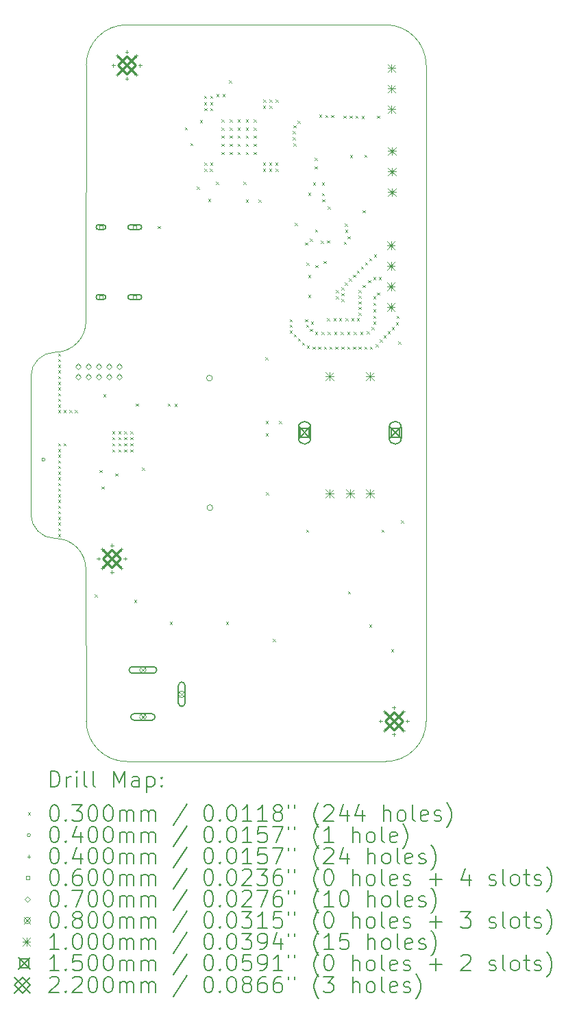
<source format=gbr>
%TF.GenerationSoftware,KiCad,Pcbnew,7.0.2*%
%TF.CreationDate,2023-07-17T10:41:56+03:00*%
%TF.ProjectId,DeskSmartFan,4465736b-536d-4617-9274-46616e2e6b69,rev?*%
%TF.SameCoordinates,Original*%
%TF.FileFunction,Drillmap*%
%TF.FilePolarity,Positive*%
%FSLAX45Y45*%
G04 Gerber Fmt 4.5, Leading zero omitted, Abs format (unit mm)*
G04 Created by KiCad (PCBNEW 7.0.2) date 2023-07-17 10:41:56*
%MOMM*%
%LPD*%
G01*
G04 APERTURE LIST*
%ADD10C,0.100000*%
%ADD11C,0.200000*%
%ADD12C,0.030000*%
%ADD13C,0.040000*%
%ADD14C,0.060000*%
%ADD15C,0.070000*%
%ADD16C,0.080000*%
%ADD17C,0.150000*%
%ADD18C,0.220000*%
G04 APERTURE END LIST*
D10*
X16414000Y-12165500D02*
X16414000Y-4065500D01*
X11530000Y-9610000D02*
G75*
G03*
X11830000Y-9910000I300000J0D01*
G01*
X12714000Y-12665500D02*
X15914000Y-12665500D01*
X12210000Y-10290000D02*
X12214000Y-12165500D01*
X15914000Y-12665500D02*
G75*
G03*
X16414000Y-12165500I0J500000D01*
G01*
X12214000Y-12165500D02*
G75*
G03*
X12714000Y-12665500I500000J0D01*
G01*
X13777055Y-9530445D02*
G75*
G03*
X13777055Y-9530445I-36056J0D01*
G01*
X11830000Y-7610000D02*
G75*
G03*
X11530000Y-7910000I0J-300000D01*
G01*
X12714000Y-3565500D02*
G75*
G03*
X12214000Y-4065500I0J-500000D01*
G01*
X11830000Y-7610000D02*
G75*
G03*
X12210000Y-7230000I0J380000D01*
G01*
X12210000Y-10290000D02*
G75*
G03*
X11830000Y-9910000I-380000J0D01*
G01*
X16414000Y-4065500D02*
G75*
G03*
X15914000Y-3565500I-500000J0D01*
G01*
X11530000Y-9610000D02*
X11530000Y-7910000D01*
X13773055Y-7930500D02*
G75*
G03*
X13773055Y-7930500I-36056J0D01*
G01*
X15914000Y-3565500D02*
X12714000Y-3565500D01*
X12210000Y-7230000D02*
X12214000Y-4065500D01*
D11*
D12*
X11865000Y-7625000D02*
X11895000Y-7655000D01*
X11895000Y-7625000D02*
X11865000Y-7655000D01*
X11865000Y-7695000D02*
X11895000Y-7725000D01*
X11895000Y-7695000D02*
X11865000Y-7725000D01*
X11865000Y-7765000D02*
X11895000Y-7795000D01*
X11895000Y-7765000D02*
X11865000Y-7795000D01*
X11865000Y-7835000D02*
X11895000Y-7865000D01*
X11895000Y-7835000D02*
X11865000Y-7865000D01*
X11865000Y-7905000D02*
X11895000Y-7935000D01*
X11895000Y-7905000D02*
X11865000Y-7935000D01*
X11865000Y-7975000D02*
X11895000Y-8005000D01*
X11895000Y-7975000D02*
X11865000Y-8005000D01*
X11865000Y-8045000D02*
X11895000Y-8075000D01*
X11895000Y-8045000D02*
X11865000Y-8075000D01*
X11865000Y-8115000D02*
X11895000Y-8145000D01*
X11895000Y-8115000D02*
X11865000Y-8145000D01*
X11865000Y-8185000D02*
X11895000Y-8215000D01*
X11895000Y-8185000D02*
X11865000Y-8215000D01*
X11865000Y-8255000D02*
X11895000Y-8285000D01*
X11895000Y-8255000D02*
X11865000Y-8285000D01*
X11865000Y-8325000D02*
X11895000Y-8355000D01*
X11895000Y-8325000D02*
X11865000Y-8355000D01*
X11865000Y-8735000D02*
X11895000Y-8765000D01*
X11895000Y-8735000D02*
X11865000Y-8765000D01*
X11865000Y-8805000D02*
X11895000Y-8835000D01*
X11895000Y-8805000D02*
X11865000Y-8835000D01*
X11865000Y-8875000D02*
X11895000Y-8905000D01*
X11895000Y-8875000D02*
X11865000Y-8905000D01*
X11865000Y-8945000D02*
X11895000Y-8975000D01*
X11895000Y-8945000D02*
X11865000Y-8975000D01*
X11865000Y-9015000D02*
X11895000Y-9045000D01*
X11895000Y-9015000D02*
X11865000Y-9045000D01*
X11865000Y-9085000D02*
X11895000Y-9115000D01*
X11895000Y-9085000D02*
X11865000Y-9115000D01*
X11865000Y-9155000D02*
X11895000Y-9185000D01*
X11895000Y-9155000D02*
X11865000Y-9185000D01*
X11865000Y-9225000D02*
X11895000Y-9255000D01*
X11895000Y-9225000D02*
X11865000Y-9255000D01*
X11865000Y-9295000D02*
X11895000Y-9325000D01*
X11895000Y-9295000D02*
X11865000Y-9325000D01*
X11865000Y-9365000D02*
X11895000Y-9395000D01*
X11895000Y-9365000D02*
X11865000Y-9395000D01*
X11865000Y-9435000D02*
X11895000Y-9465000D01*
X11895000Y-9435000D02*
X11865000Y-9465000D01*
X11865000Y-9505000D02*
X11895000Y-9535000D01*
X11895000Y-9505000D02*
X11865000Y-9535000D01*
X11865000Y-9575000D02*
X11895000Y-9605000D01*
X11895000Y-9575000D02*
X11865000Y-9605000D01*
X11865000Y-9645000D02*
X11895000Y-9675000D01*
X11895000Y-9645000D02*
X11865000Y-9675000D01*
X11865000Y-9715000D02*
X11895000Y-9745000D01*
X11895000Y-9715000D02*
X11865000Y-9745000D01*
X11865000Y-9785000D02*
X11895000Y-9815000D01*
X11895000Y-9785000D02*
X11865000Y-9815000D01*
X11865000Y-9855000D02*
X11895000Y-9885000D01*
X11895000Y-9855000D02*
X11865000Y-9885000D01*
X11935000Y-8325000D02*
X11965000Y-8355000D01*
X11965000Y-8325000D02*
X11935000Y-8355000D01*
X11935000Y-8735000D02*
X11965000Y-8765000D01*
X11965000Y-8735000D02*
X11935000Y-8765000D01*
X12005000Y-8325000D02*
X12035000Y-8355000D01*
X12035000Y-8325000D02*
X12005000Y-8355000D01*
X12075000Y-8325000D02*
X12105000Y-8355000D01*
X12105000Y-8325000D02*
X12075000Y-8355000D01*
X12319000Y-10600500D02*
X12349000Y-10630500D01*
X12349000Y-10600500D02*
X12319000Y-10630500D01*
X12380000Y-9065000D02*
X12410000Y-9095000D01*
X12410000Y-9065000D02*
X12380000Y-9095000D01*
X12405000Y-9267500D02*
X12435000Y-9297500D01*
X12435000Y-9267500D02*
X12405000Y-9297500D01*
X12425000Y-8130000D02*
X12455000Y-8160000D01*
X12455000Y-8130000D02*
X12425000Y-8160000D01*
X12535000Y-8585000D02*
X12565000Y-8615000D01*
X12565000Y-8585000D02*
X12535000Y-8615000D01*
X12535000Y-8660000D02*
X12565000Y-8690000D01*
X12565000Y-8660000D02*
X12535000Y-8690000D01*
X12535000Y-8735000D02*
X12565000Y-8765000D01*
X12565000Y-8735000D02*
X12535000Y-8765000D01*
X12535000Y-8810000D02*
X12565000Y-8840000D01*
X12565000Y-8810000D02*
X12535000Y-8840000D01*
X12574000Y-9106000D02*
X12604000Y-9136000D01*
X12604000Y-9106000D02*
X12574000Y-9136000D01*
X12610000Y-8585000D02*
X12640000Y-8615000D01*
X12640000Y-8585000D02*
X12610000Y-8615000D01*
X12610000Y-8660000D02*
X12640000Y-8690000D01*
X12640000Y-8660000D02*
X12610000Y-8690000D01*
X12610000Y-8735000D02*
X12640000Y-8765000D01*
X12640000Y-8735000D02*
X12610000Y-8765000D01*
X12610000Y-8810000D02*
X12640000Y-8840000D01*
X12640000Y-8810000D02*
X12610000Y-8840000D01*
X12685000Y-8585000D02*
X12715000Y-8615000D01*
X12715000Y-8585000D02*
X12685000Y-8615000D01*
X12685000Y-8660000D02*
X12715000Y-8690000D01*
X12715000Y-8660000D02*
X12685000Y-8690000D01*
X12685000Y-8735000D02*
X12715000Y-8765000D01*
X12715000Y-8735000D02*
X12685000Y-8765000D01*
X12685000Y-8810000D02*
X12715000Y-8840000D01*
X12715000Y-8810000D02*
X12685000Y-8840000D01*
X12760000Y-8585000D02*
X12790000Y-8615000D01*
X12790000Y-8585000D02*
X12760000Y-8615000D01*
X12760000Y-8660000D02*
X12790000Y-8690000D01*
X12790000Y-8660000D02*
X12760000Y-8690000D01*
X12760000Y-8735000D02*
X12790000Y-8765000D01*
X12790000Y-8735000D02*
X12760000Y-8765000D01*
X12760000Y-8810000D02*
X12790000Y-8840000D01*
X12790000Y-8810000D02*
X12760000Y-8840000D01*
X12803750Y-10667750D02*
X12833750Y-10697750D01*
X12833750Y-10667750D02*
X12803750Y-10697750D01*
X12827500Y-8242500D02*
X12857500Y-8272500D01*
X12857500Y-8242500D02*
X12827500Y-8272500D01*
X12903616Y-9034191D02*
X12933616Y-9064191D01*
X12933616Y-9034191D02*
X12903616Y-9064191D01*
X13099000Y-6050500D02*
X13129000Y-6080500D01*
X13129000Y-6050500D02*
X13099000Y-6080500D01*
X13220000Y-8244950D02*
X13250000Y-8274950D01*
X13250000Y-8244950D02*
X13220000Y-8274950D01*
X13246250Y-10940500D02*
X13276250Y-10970500D01*
X13276250Y-10940500D02*
X13246250Y-10970500D01*
X13305000Y-8249950D02*
X13335000Y-8279950D01*
X13335000Y-8249950D02*
X13305000Y-8279950D01*
X13433500Y-4831500D02*
X13463500Y-4861500D01*
X13463500Y-4831500D02*
X13433500Y-4861500D01*
X13498000Y-5027500D02*
X13528000Y-5057500D01*
X13528000Y-5027500D02*
X13498000Y-5057500D01*
X13582000Y-5563500D02*
X13612000Y-5593500D01*
X13612000Y-5563500D02*
X13582000Y-5593500D01*
X13620000Y-4745000D02*
X13650000Y-4775000D01*
X13650000Y-4745000D02*
X13620000Y-4775000D01*
X13671000Y-4441500D02*
X13701000Y-4471500D01*
X13701000Y-4441500D02*
X13671000Y-4471500D01*
X13671000Y-4520500D02*
X13701000Y-4550500D01*
X13701000Y-4520500D02*
X13671000Y-4550500D01*
X13672000Y-4594500D02*
X13702000Y-4624500D01*
X13702000Y-4594500D02*
X13672000Y-4624500D01*
X13673000Y-5267500D02*
X13703000Y-5297500D01*
X13703000Y-5267500D02*
X13673000Y-5297500D01*
X13673000Y-5342500D02*
X13703000Y-5372500D01*
X13703000Y-5342500D02*
X13673000Y-5372500D01*
X13721000Y-5715500D02*
X13751000Y-5745500D01*
X13751000Y-5715500D02*
X13721000Y-5745500D01*
X13743000Y-5342500D02*
X13773000Y-5372500D01*
X13773000Y-5342500D02*
X13743000Y-5372500D01*
X13744000Y-5268500D02*
X13774000Y-5298500D01*
X13774000Y-5268500D02*
X13744000Y-5298500D01*
X13746000Y-4520500D02*
X13776000Y-4550500D01*
X13776000Y-4520500D02*
X13746000Y-4550500D01*
X13746000Y-4593500D02*
X13776000Y-4623500D01*
X13776000Y-4593500D02*
X13746000Y-4623500D01*
X13747000Y-4441500D02*
X13777000Y-4471500D01*
X13777000Y-4441500D02*
X13747000Y-4471500D01*
X13818000Y-5506500D02*
X13848000Y-5536500D01*
X13848000Y-5506500D02*
X13818000Y-5536500D01*
X13821559Y-4422950D02*
X13851559Y-4452950D01*
X13851559Y-4422950D02*
X13821559Y-4452950D01*
X13885000Y-4735000D02*
X13915000Y-4765000D01*
X13915000Y-4735000D02*
X13885000Y-4765000D01*
X13885000Y-4835000D02*
X13915000Y-4865000D01*
X13915000Y-4835000D02*
X13885000Y-4865000D01*
X13885000Y-4935000D02*
X13915000Y-4965000D01*
X13915000Y-4935000D02*
X13885000Y-4965000D01*
X13885000Y-5035000D02*
X13915000Y-5065000D01*
X13915000Y-5035000D02*
X13885000Y-5065000D01*
X13885000Y-5135000D02*
X13915000Y-5165000D01*
X13915000Y-5135000D02*
X13885000Y-5165000D01*
X13896510Y-4422950D02*
X13926510Y-4452950D01*
X13926510Y-4422950D02*
X13896510Y-4452950D01*
X13939000Y-10940500D02*
X13969000Y-10970500D01*
X13969000Y-10940500D02*
X13939000Y-10970500D01*
X13977000Y-4251000D02*
X14007000Y-4281000D01*
X14007000Y-4251000D02*
X13977000Y-4281000D01*
X13985000Y-4735000D02*
X14015000Y-4765000D01*
X14015000Y-4735000D02*
X13985000Y-4765000D01*
X13985000Y-4835000D02*
X14015000Y-4865000D01*
X14015000Y-4835000D02*
X13985000Y-4865000D01*
X13985000Y-4935000D02*
X14015000Y-4965000D01*
X14015000Y-4935000D02*
X13985000Y-4965000D01*
X13985000Y-5035000D02*
X14015000Y-5065000D01*
X14015000Y-5035000D02*
X13985000Y-5065000D01*
X13985000Y-5135000D02*
X14015000Y-5165000D01*
X14015000Y-5135000D02*
X13985000Y-5165000D01*
X14085000Y-4735000D02*
X14115000Y-4765000D01*
X14115000Y-4735000D02*
X14085000Y-4765000D01*
X14085000Y-4835000D02*
X14115000Y-4865000D01*
X14115000Y-4835000D02*
X14085000Y-4865000D01*
X14085000Y-4935000D02*
X14115000Y-4965000D01*
X14115000Y-4935000D02*
X14085000Y-4965000D01*
X14085000Y-5035000D02*
X14115000Y-5065000D01*
X14115000Y-5035000D02*
X14085000Y-5065000D01*
X14085000Y-5135000D02*
X14115000Y-5165000D01*
X14115000Y-5135000D02*
X14085000Y-5165000D01*
X14155450Y-5505500D02*
X14185450Y-5535500D01*
X14185450Y-5505500D02*
X14155450Y-5535500D01*
X14185000Y-4735000D02*
X14215000Y-4765000D01*
X14215000Y-4735000D02*
X14185000Y-4765000D01*
X14185000Y-4835000D02*
X14215000Y-4865000D01*
X14215000Y-4835000D02*
X14185000Y-4865000D01*
X14185000Y-4935000D02*
X14215000Y-4965000D01*
X14215000Y-4935000D02*
X14185000Y-4965000D01*
X14185000Y-5035000D02*
X14215000Y-5065000D01*
X14215000Y-5035000D02*
X14185000Y-5065000D01*
X14185000Y-5135000D02*
X14215000Y-5165000D01*
X14215000Y-5135000D02*
X14185000Y-5165000D01*
X14187500Y-5724750D02*
X14217500Y-5754750D01*
X14217500Y-5724750D02*
X14187500Y-5754750D01*
X14285000Y-4735000D02*
X14315000Y-4765000D01*
X14315000Y-4735000D02*
X14285000Y-4765000D01*
X14285000Y-4835000D02*
X14315000Y-4865000D01*
X14315000Y-4835000D02*
X14285000Y-4865000D01*
X14285000Y-4935000D02*
X14315000Y-4965000D01*
X14315000Y-4935000D02*
X14285000Y-4965000D01*
X14285000Y-5035000D02*
X14315000Y-5065000D01*
X14315000Y-5035000D02*
X14285000Y-5065000D01*
X14285000Y-5135000D02*
X14315000Y-5165000D01*
X14315000Y-5135000D02*
X14285000Y-5165000D01*
X14341500Y-5725250D02*
X14371500Y-5755250D01*
X14371500Y-5725250D02*
X14341500Y-5755250D01*
X14399000Y-4563500D02*
X14429000Y-4593500D01*
X14429000Y-4563500D02*
X14399000Y-4593500D01*
X14399000Y-5266500D02*
X14429000Y-5296500D01*
X14429000Y-5266500D02*
X14399000Y-5296500D01*
X14399000Y-5344500D02*
X14429000Y-5374500D01*
X14429000Y-5344500D02*
X14399000Y-5374500D01*
X14402000Y-4487500D02*
X14432000Y-4517500D01*
X14432000Y-4487500D02*
X14402000Y-4517500D01*
X14428000Y-7671500D02*
X14458000Y-7701500D01*
X14458000Y-7671500D02*
X14428000Y-7701500D01*
X14431000Y-8611500D02*
X14461000Y-8641500D01*
X14461000Y-8611500D02*
X14431000Y-8641500D01*
X14431500Y-8457500D02*
X14461500Y-8487500D01*
X14461500Y-8457500D02*
X14431500Y-8487500D01*
X14436500Y-9340500D02*
X14466500Y-9370500D01*
X14466500Y-9340500D02*
X14436500Y-9370500D01*
X14474000Y-5265500D02*
X14504000Y-5295500D01*
X14504000Y-5265500D02*
X14474000Y-5295500D01*
X14475000Y-5344500D02*
X14505000Y-5374500D01*
X14505000Y-5344500D02*
X14475000Y-5374500D01*
X14477000Y-4489500D02*
X14507000Y-4519500D01*
X14507000Y-4489500D02*
X14477000Y-4519500D01*
X14478000Y-4564500D02*
X14508000Y-4594500D01*
X14508000Y-4564500D02*
X14478000Y-4594500D01*
X14519000Y-11150500D02*
X14549000Y-11180500D01*
X14549000Y-11150500D02*
X14519000Y-11180500D01*
X14551000Y-5268500D02*
X14581000Y-5298500D01*
X14581000Y-5268500D02*
X14551000Y-5298500D01*
X14552000Y-4490500D02*
X14582000Y-4520500D01*
X14582000Y-4490500D02*
X14552000Y-4520500D01*
X14553000Y-5344500D02*
X14583000Y-5374500D01*
X14583000Y-5344500D02*
X14553000Y-5374500D01*
X14596500Y-8457500D02*
X14626500Y-8487500D01*
X14626500Y-8457500D02*
X14596500Y-8487500D01*
X14729000Y-7200500D02*
X14759000Y-7230500D01*
X14759000Y-7200500D02*
X14729000Y-7230500D01*
X14729000Y-7270500D02*
X14759000Y-7300500D01*
X14759000Y-7270500D02*
X14729000Y-7300500D01*
X14729000Y-7340500D02*
X14759000Y-7370500D01*
X14759000Y-7340500D02*
X14729000Y-7370500D01*
X14766979Y-4880313D02*
X14796979Y-4910313D01*
X14796979Y-4880313D02*
X14766979Y-4910313D01*
X14767059Y-4955263D02*
X14797059Y-4985263D01*
X14797059Y-4955263D02*
X14767059Y-4985263D01*
X14772000Y-5030050D02*
X14802000Y-5060050D01*
X14802000Y-5030050D02*
X14772000Y-5060050D01*
X14773156Y-4805617D02*
X14803156Y-4835617D01*
X14803156Y-4805617D02*
X14773156Y-4835617D01*
X14779000Y-7390500D02*
X14809000Y-7420500D01*
X14809000Y-7390500D02*
X14779000Y-7420500D01*
X14789000Y-6012500D02*
X14819000Y-6042500D01*
X14819000Y-6012500D02*
X14789000Y-6042500D01*
X14825996Y-4752462D02*
X14855996Y-4782462D01*
X14855996Y-4752462D02*
X14825996Y-4782462D01*
X14829000Y-7440500D02*
X14859000Y-7470500D01*
X14859000Y-7440500D02*
X14829000Y-7470500D01*
X14879000Y-7490500D02*
X14909000Y-7520500D01*
X14909000Y-7490500D02*
X14879000Y-7520500D01*
X14919000Y-7200500D02*
X14949000Y-7230500D01*
X14949000Y-7200500D02*
X14919000Y-7230500D01*
X14919522Y-6252500D02*
X14949522Y-6282500D01*
X14949522Y-6252500D02*
X14919522Y-6282500D01*
X14929000Y-7270500D02*
X14959000Y-7300500D01*
X14959000Y-7270500D02*
X14929000Y-7300500D01*
X14929000Y-9800500D02*
X14959000Y-9830500D01*
X14959000Y-9800500D02*
X14929000Y-9830500D01*
X14936000Y-6505500D02*
X14966000Y-6535500D01*
X14966000Y-6505500D02*
X14936000Y-6535500D01*
X14939000Y-7530500D02*
X14969000Y-7560500D01*
X14969000Y-7530500D02*
X14939000Y-7560500D01*
X14956000Y-5642500D02*
X14986000Y-5672500D01*
X14986000Y-5642500D02*
X14956000Y-5672500D01*
X14958000Y-6657450D02*
X14988000Y-6687450D01*
X14988000Y-6657450D02*
X14958000Y-6687450D01*
X14958000Y-6903500D02*
X14988000Y-6933500D01*
X14988000Y-6903500D02*
X14958000Y-6933500D01*
X14979000Y-7320500D02*
X15009000Y-7350500D01*
X15009000Y-7320500D02*
X14979000Y-7350500D01*
X14979036Y-6206941D02*
X15009036Y-6236941D01*
X15009036Y-6206941D02*
X14979036Y-6236941D01*
X14989000Y-7230500D02*
X15019000Y-7260500D01*
X15019000Y-7230500D02*
X14989000Y-7260500D01*
X15009000Y-7540500D02*
X15039000Y-7570500D01*
X15039000Y-7540500D02*
X15009000Y-7570500D01*
X15015000Y-5514500D02*
X15045000Y-5544500D01*
X15045000Y-5514500D02*
X15015000Y-5544500D01*
X15036000Y-5208500D02*
X15066000Y-5238500D01*
X15066000Y-5208500D02*
X15036000Y-5238500D01*
X15036000Y-5313450D02*
X15066000Y-5343450D01*
X15066000Y-5313450D02*
X15036000Y-5343450D01*
X15039000Y-7360500D02*
X15069000Y-7390500D01*
X15069000Y-7360500D02*
X15039000Y-7390500D01*
X15042000Y-6095000D02*
X15072000Y-6125000D01*
X15072000Y-6095000D02*
X15042000Y-6125000D01*
X15046000Y-6534500D02*
X15076000Y-6564500D01*
X15076000Y-6534500D02*
X15046000Y-6564500D01*
X15079000Y-7540500D02*
X15109000Y-7570500D01*
X15109000Y-7540500D02*
X15079000Y-7570500D01*
X15092000Y-4676950D02*
X15122000Y-4706950D01*
X15122000Y-4676950D02*
X15092000Y-4706950D01*
X15112000Y-6231500D02*
X15142000Y-6261500D01*
X15142000Y-6231500D02*
X15112000Y-6261500D01*
X15119000Y-7360500D02*
X15149000Y-7390500D01*
X15149000Y-7360500D02*
X15119000Y-7390500D01*
X15127450Y-5515500D02*
X15157450Y-5545500D01*
X15157450Y-5515500D02*
X15127450Y-5545500D01*
X15127450Y-5643500D02*
X15157450Y-5673500D01*
X15157450Y-5643500D02*
X15127450Y-5673500D01*
X15129000Y-5719500D02*
X15159000Y-5749500D01*
X15159000Y-5719500D02*
X15129000Y-5749500D01*
X15145000Y-6482500D02*
X15175000Y-6512500D01*
X15175000Y-6482500D02*
X15145000Y-6512500D01*
X15149000Y-7540500D02*
X15179000Y-7570500D01*
X15179000Y-7540500D02*
X15149000Y-7570500D01*
X15167150Y-4678279D02*
X15197150Y-4708279D01*
X15197150Y-4678279D02*
X15167150Y-4708279D01*
X15189000Y-7190500D02*
X15219000Y-7220500D01*
X15219000Y-7190500D02*
X15189000Y-7220500D01*
X15191000Y-6228500D02*
X15221000Y-6258500D01*
X15221000Y-6228500D02*
X15191000Y-6258500D01*
X15196000Y-5810500D02*
X15226000Y-5840500D01*
X15226000Y-5810500D02*
X15196000Y-5840500D01*
X15199000Y-7360500D02*
X15229000Y-7390500D01*
X15229000Y-7360500D02*
X15199000Y-7390500D01*
X15219000Y-7540500D02*
X15249000Y-7570500D01*
X15249000Y-7540500D02*
X15219000Y-7570500D01*
X15242100Y-4678279D02*
X15272100Y-4708279D01*
X15272100Y-4678279D02*
X15242100Y-4708279D01*
X15269000Y-7190500D02*
X15299000Y-7220500D01*
X15299000Y-7190500D02*
X15269000Y-7220500D01*
X15279000Y-7360500D02*
X15309000Y-7390500D01*
X15309000Y-7360500D02*
X15279000Y-7390500D01*
X15289000Y-7540500D02*
X15319000Y-7570500D01*
X15319000Y-7540500D02*
X15289000Y-7570500D01*
X15299000Y-6840500D02*
X15329000Y-6870500D01*
X15329000Y-6840500D02*
X15299000Y-6870500D01*
X15299000Y-6920500D02*
X15329000Y-6950500D01*
X15329000Y-6920500D02*
X15299000Y-6950500D01*
X15339000Y-7190500D02*
X15369000Y-7220500D01*
X15369000Y-7190500D02*
X15339000Y-7220500D01*
X15359000Y-7360500D02*
X15389000Y-7390500D01*
X15389000Y-7360500D02*
X15359000Y-7390500D01*
X15369000Y-6810500D02*
X15399000Y-6840500D01*
X15399000Y-6810500D02*
X15369000Y-6840500D01*
X15369000Y-6880500D02*
X15399000Y-6910500D01*
X15399000Y-6880500D02*
X15369000Y-6910500D01*
X15369000Y-6950500D02*
X15399000Y-6980500D01*
X15399000Y-6950500D02*
X15369000Y-6980500D01*
X15369000Y-7540500D02*
X15399000Y-7570500D01*
X15399000Y-7540500D02*
X15369000Y-7570500D01*
X15391846Y-4687146D02*
X15421846Y-4717146D01*
X15421846Y-4687146D02*
X15391846Y-4717146D01*
X15395000Y-6245500D02*
X15425000Y-6275500D01*
X15425000Y-6245500D02*
X15395000Y-6275500D01*
X15409000Y-6750500D02*
X15439000Y-6780500D01*
X15439000Y-6750500D02*
X15409000Y-6780500D01*
X15411450Y-6023502D02*
X15441450Y-6053502D01*
X15441450Y-6023502D02*
X15411450Y-6053502D01*
X15413912Y-6098412D02*
X15443912Y-6128412D01*
X15443912Y-6098412D02*
X15413912Y-6128412D01*
X15419000Y-7190500D02*
X15449000Y-7220500D01*
X15449000Y-7190500D02*
X15419000Y-7220500D01*
X15439000Y-7360500D02*
X15469000Y-7390500D01*
X15469000Y-7360500D02*
X15439000Y-7390500D01*
X15439000Y-7540500D02*
X15469000Y-7570500D01*
X15469000Y-7540500D02*
X15439000Y-7570500D01*
X15444000Y-6178500D02*
X15474000Y-6208500D01*
X15474000Y-6178500D02*
X15444000Y-6208500D01*
X15448750Y-10565500D02*
X15478750Y-10595500D01*
X15478750Y-10565500D02*
X15448750Y-10595500D01*
X15459000Y-6700500D02*
X15489000Y-6730500D01*
X15489000Y-6700500D02*
X15459000Y-6730500D01*
X15466778Y-4688790D02*
X15496778Y-4718790D01*
X15496778Y-4688790D02*
X15466778Y-4718790D01*
X15471000Y-5172500D02*
X15501000Y-5202500D01*
X15501000Y-5172500D02*
X15471000Y-5202500D01*
X15489000Y-7190500D02*
X15519000Y-7220500D01*
X15519000Y-7190500D02*
X15489000Y-7220500D01*
X15509000Y-6650500D02*
X15539000Y-6680500D01*
X15539000Y-6650500D02*
X15509000Y-6680500D01*
X15509000Y-7540500D02*
X15539000Y-7570500D01*
X15539000Y-7540500D02*
X15509000Y-7570500D01*
X15519000Y-7360500D02*
X15549000Y-7390500D01*
X15549000Y-7360500D02*
X15519000Y-7390500D01*
X15541698Y-4686665D02*
X15571698Y-4716665D01*
X15571698Y-4686665D02*
X15541698Y-4716665D01*
X15559000Y-6600500D02*
X15589000Y-6630500D01*
X15589000Y-6600500D02*
X15559000Y-6630500D01*
X15559000Y-7190500D02*
X15589000Y-7220500D01*
X15589000Y-7190500D02*
X15559000Y-7220500D01*
X15579000Y-6840500D02*
X15609000Y-6870500D01*
X15609000Y-6840500D02*
X15579000Y-6870500D01*
X15579000Y-6910500D02*
X15609000Y-6940500D01*
X15609000Y-6910500D02*
X15579000Y-6940500D01*
X15579000Y-6980500D02*
X15609000Y-7010500D01*
X15609000Y-6980500D02*
X15579000Y-7010500D01*
X15579000Y-7050500D02*
X15609000Y-7080500D01*
X15609000Y-7050500D02*
X15579000Y-7080500D01*
X15579000Y-7120500D02*
X15609000Y-7150500D01*
X15609000Y-7120500D02*
X15579000Y-7150500D01*
X15579000Y-7540500D02*
X15609000Y-7570500D01*
X15609000Y-7540500D02*
X15579000Y-7570500D01*
X15599000Y-7360500D02*
X15629000Y-7390500D01*
X15629000Y-7360500D02*
X15599000Y-7390500D01*
X15609000Y-6550500D02*
X15639000Y-6580500D01*
X15639000Y-6550500D02*
X15609000Y-6580500D01*
X15616550Y-4690500D02*
X15646550Y-4720500D01*
X15646550Y-4690500D02*
X15616550Y-4720500D01*
X15627000Y-5857500D02*
X15657000Y-5887500D01*
X15657000Y-5857500D02*
X15627000Y-5887500D01*
X15629000Y-6780500D02*
X15659000Y-6810500D01*
X15659000Y-6780500D02*
X15629000Y-6810500D01*
X15649000Y-5170500D02*
X15679000Y-5200500D01*
X15679000Y-5170500D02*
X15649000Y-5200500D01*
X15649000Y-7540500D02*
X15679000Y-7570500D01*
X15679000Y-7540500D02*
X15649000Y-7570500D01*
X15659000Y-6500500D02*
X15689000Y-6530500D01*
X15689000Y-6500500D02*
X15659000Y-6530500D01*
X15679000Y-7350500D02*
X15709000Y-7380500D01*
X15709000Y-7350500D02*
X15679000Y-7380500D01*
X15699000Y-6720500D02*
X15729000Y-6750500D01*
X15729000Y-6720500D02*
X15699000Y-6750500D01*
X15709000Y-6450500D02*
X15739000Y-6480500D01*
X15739000Y-6450500D02*
X15709000Y-6480500D01*
X15709000Y-10974500D02*
X15739000Y-11004500D01*
X15739000Y-10974500D02*
X15709000Y-11004500D01*
X15719000Y-7540500D02*
X15749000Y-7570500D01*
X15749000Y-7540500D02*
X15719000Y-7570500D01*
X15739000Y-7300500D02*
X15769000Y-7330500D01*
X15769000Y-7300500D02*
X15739000Y-7330500D01*
X15759000Y-6680500D02*
X15789000Y-6710500D01*
X15789000Y-6680500D02*
X15759000Y-6710500D01*
X15759000Y-6920500D02*
X15789000Y-6950500D01*
X15789000Y-6920500D02*
X15759000Y-6950500D01*
X15759000Y-7000500D02*
X15789000Y-7030500D01*
X15789000Y-7000500D02*
X15759000Y-7030500D01*
X15759000Y-7080500D02*
X15789000Y-7110500D01*
X15789000Y-7080500D02*
X15759000Y-7110500D01*
X15759000Y-7160500D02*
X15789000Y-7190500D01*
X15789000Y-7160500D02*
X15759000Y-7190500D01*
X15759000Y-7230500D02*
X15789000Y-7260500D01*
X15789000Y-7230500D02*
X15759000Y-7260500D01*
X15769000Y-6400500D02*
X15799000Y-6430500D01*
X15799000Y-6400500D02*
X15769000Y-6430500D01*
X15789000Y-7510500D02*
X15819000Y-7540500D01*
X15819000Y-7510500D02*
X15789000Y-7540500D01*
X15807000Y-4689500D02*
X15837000Y-4719500D01*
X15837000Y-4689500D02*
X15807000Y-4719500D01*
X15809000Y-6870500D02*
X15839000Y-6900500D01*
X15839000Y-6870500D02*
X15809000Y-6900500D01*
X15829000Y-6680500D02*
X15859000Y-6710500D01*
X15859000Y-6680500D02*
X15829000Y-6710500D01*
X15839000Y-7450500D02*
X15869000Y-7480500D01*
X15869000Y-7450500D02*
X15839000Y-7480500D01*
X15863000Y-9801000D02*
X15893000Y-9831000D01*
X15893000Y-9801000D02*
X15863000Y-9831000D01*
X15889000Y-7400500D02*
X15919000Y-7430500D01*
X15919000Y-7400500D02*
X15889000Y-7430500D01*
X15939000Y-7350500D02*
X15969000Y-7380500D01*
X15969000Y-7350500D02*
X15939000Y-7380500D01*
X15979750Y-11279500D02*
X16009750Y-11309500D01*
X16009750Y-11279500D02*
X15979750Y-11309500D01*
X15989000Y-7300500D02*
X16019000Y-7330500D01*
X16019000Y-7300500D02*
X15989000Y-7330500D01*
X16039000Y-7240500D02*
X16069000Y-7270500D01*
X16069000Y-7240500D02*
X16039000Y-7270500D01*
X16049000Y-7160500D02*
X16079000Y-7190500D01*
X16079000Y-7160500D02*
X16049000Y-7190500D01*
X16069000Y-7478000D02*
X16099000Y-7508000D01*
X16099000Y-7478000D02*
X16069000Y-7508000D01*
X16104000Y-9688450D02*
X16134000Y-9718450D01*
X16134000Y-9688450D02*
X16104000Y-9718450D01*
D13*
X11705000Y-8935000D02*
G75*
G03*
X11705000Y-8935000I-20000J0D01*
G01*
X12365000Y-10140000D02*
X12365000Y-10180000D01*
X12345000Y-10160000D02*
X12385000Y-10160000D01*
X12413327Y-10023327D02*
X12413327Y-10063327D01*
X12393327Y-10043327D02*
X12433327Y-10043327D01*
X12413327Y-10256673D02*
X12413327Y-10296673D01*
X12393327Y-10276673D02*
X12433327Y-10276673D01*
X12530000Y-9975000D02*
X12530000Y-10015000D01*
X12510000Y-9995000D02*
X12550000Y-9995000D01*
X12530000Y-10305000D02*
X12530000Y-10345000D01*
X12510000Y-10325000D02*
X12550000Y-10325000D01*
X12549000Y-4045500D02*
X12549000Y-4085500D01*
X12529000Y-4065500D02*
X12569000Y-4065500D01*
X12597327Y-3928827D02*
X12597327Y-3968827D01*
X12577327Y-3948827D02*
X12617327Y-3948827D01*
X12597327Y-4162173D02*
X12597327Y-4202173D01*
X12577327Y-4182173D02*
X12617327Y-4182173D01*
X12646673Y-10023327D02*
X12646673Y-10063327D01*
X12626673Y-10043327D02*
X12666673Y-10043327D01*
X12646673Y-10256673D02*
X12646673Y-10296673D01*
X12626673Y-10276673D02*
X12666673Y-10276673D01*
X12695000Y-10140000D02*
X12695000Y-10180000D01*
X12675000Y-10160000D02*
X12715000Y-10160000D01*
X12714000Y-3880500D02*
X12714000Y-3920500D01*
X12694000Y-3900500D02*
X12734000Y-3900500D01*
X12714000Y-4210500D02*
X12714000Y-4250500D01*
X12694000Y-4230500D02*
X12734000Y-4230500D01*
X12830673Y-3928827D02*
X12830673Y-3968827D01*
X12810673Y-3948827D02*
X12850673Y-3948827D01*
X12830673Y-4162173D02*
X12830673Y-4202173D01*
X12810673Y-4182173D02*
X12850673Y-4182173D01*
X12879000Y-4045500D02*
X12879000Y-4085500D01*
X12859000Y-4065500D02*
X12899000Y-4065500D01*
X15849000Y-12145500D02*
X15849000Y-12185500D01*
X15829000Y-12165500D02*
X15869000Y-12165500D01*
X15897327Y-12028827D02*
X15897327Y-12068827D01*
X15877327Y-12048827D02*
X15917327Y-12048827D01*
X15897327Y-12262173D02*
X15897327Y-12302173D01*
X15877327Y-12282173D02*
X15917327Y-12282173D01*
X16014000Y-11980500D02*
X16014000Y-12020500D01*
X15994000Y-12000500D02*
X16034000Y-12000500D01*
X16014000Y-12310500D02*
X16014000Y-12350500D01*
X15994000Y-12330500D02*
X16034000Y-12330500D01*
X16130673Y-12028827D02*
X16130673Y-12068827D01*
X16110673Y-12048827D02*
X16150673Y-12048827D01*
X16130673Y-12262173D02*
X16130673Y-12302173D01*
X16110673Y-12282173D02*
X16150673Y-12282173D01*
X16179000Y-12145500D02*
X16179000Y-12185500D01*
X16159000Y-12165500D02*
X16199000Y-12165500D01*
D14*
X12417213Y-6086713D02*
X12417213Y-6044287D01*
X12374787Y-6044287D01*
X12374787Y-6086713D01*
X12417213Y-6086713D01*
D11*
X12426000Y-6035500D02*
X12366000Y-6035500D01*
X12366000Y-6035500D02*
G75*
G03*
X12366000Y-6095500I0J-30000D01*
G01*
X12366000Y-6095500D02*
X12426000Y-6095500D01*
X12426000Y-6095500D02*
G75*
G03*
X12426000Y-6035500I0J30000D01*
G01*
D14*
X12417213Y-6950713D02*
X12417213Y-6908287D01*
X12374787Y-6908287D01*
X12374787Y-6950713D01*
X12417213Y-6950713D01*
D11*
X12426000Y-6899500D02*
X12366000Y-6899500D01*
X12366000Y-6899500D02*
G75*
G03*
X12366000Y-6959500I0J-30000D01*
G01*
X12366000Y-6959500D02*
X12426000Y-6959500D01*
X12426000Y-6959500D02*
G75*
G03*
X12426000Y-6899500I0J30000D01*
G01*
D14*
X12835213Y-6086713D02*
X12835213Y-6044287D01*
X12792787Y-6044287D01*
X12792787Y-6086713D01*
X12835213Y-6086713D01*
D11*
X12869000Y-6035500D02*
X12759000Y-6035500D01*
X12759000Y-6035500D02*
G75*
G03*
X12759000Y-6095500I0J-30000D01*
G01*
X12759000Y-6095500D02*
X12869000Y-6095500D01*
X12869000Y-6095500D02*
G75*
G03*
X12869000Y-6035500I0J30000D01*
G01*
D14*
X12835213Y-6950713D02*
X12835213Y-6908287D01*
X12792787Y-6908287D01*
X12792787Y-6950713D01*
X12835213Y-6950713D01*
D11*
X12869000Y-6899500D02*
X12759000Y-6899500D01*
X12759000Y-6899500D02*
G75*
G03*
X12759000Y-6959500I0J-30000D01*
G01*
X12759000Y-6959500D02*
X12869000Y-6959500D01*
X12869000Y-6959500D02*
G75*
G03*
X12869000Y-6899500I0J30000D01*
G01*
D15*
X12113500Y-7820000D02*
X12148500Y-7785000D01*
X12113500Y-7750000D01*
X12078500Y-7785000D01*
X12113500Y-7820000D01*
X12113500Y-7947000D02*
X12148500Y-7912000D01*
X12113500Y-7877000D01*
X12078500Y-7912000D01*
X12113500Y-7947000D01*
X12240500Y-7820000D02*
X12275500Y-7785000D01*
X12240500Y-7750000D01*
X12205500Y-7785000D01*
X12240500Y-7820000D01*
X12240500Y-7947000D02*
X12275500Y-7912000D01*
X12240500Y-7877000D01*
X12205500Y-7912000D01*
X12240500Y-7947000D01*
X12367500Y-7820000D02*
X12402500Y-7785000D01*
X12367500Y-7750000D01*
X12332500Y-7785000D01*
X12367500Y-7820000D01*
X12367500Y-7947000D02*
X12402500Y-7912000D01*
X12367500Y-7877000D01*
X12332500Y-7912000D01*
X12367500Y-7947000D01*
X12494500Y-7820000D02*
X12529500Y-7785000D01*
X12494500Y-7750000D01*
X12459500Y-7785000D01*
X12494500Y-7820000D01*
X12494500Y-7947000D02*
X12529500Y-7912000D01*
X12494500Y-7877000D01*
X12459500Y-7912000D01*
X12494500Y-7947000D01*
X12621500Y-7820000D02*
X12656500Y-7785000D01*
X12621500Y-7750000D01*
X12586500Y-7785000D01*
X12621500Y-7820000D01*
X12621500Y-7947000D02*
X12656500Y-7912000D01*
X12621500Y-7877000D01*
X12586500Y-7912000D01*
X12621500Y-7947000D01*
D16*
X12874000Y-11495500D02*
X12954000Y-11575500D01*
X12954000Y-11495500D02*
X12874000Y-11575500D01*
X12954000Y-11535500D02*
G75*
G03*
X12954000Y-11535500I-40000J0D01*
G01*
D11*
X12784000Y-11575500D02*
X13044000Y-11575500D01*
X13044000Y-11575500D02*
G75*
G03*
X13044000Y-11495500I0J40000D01*
G01*
X13044000Y-11495500D02*
X12784000Y-11495500D01*
X12784000Y-11495500D02*
G75*
G03*
X12784000Y-11575500I0J-40000D01*
G01*
D16*
X12874000Y-12075500D02*
X12954000Y-12155500D01*
X12954000Y-12075500D02*
X12874000Y-12155500D01*
X12954000Y-12115500D02*
G75*
G03*
X12954000Y-12115500I-40000J0D01*
G01*
D11*
X12804000Y-12155500D02*
X13024000Y-12155500D01*
X13024000Y-12155500D02*
G75*
G03*
X13024000Y-12075500I0J40000D01*
G01*
X13024000Y-12075500D02*
X12804000Y-12075500D01*
X12804000Y-12075500D02*
G75*
G03*
X12804000Y-12155500I0J-40000D01*
G01*
D16*
X13354000Y-11795500D02*
X13434000Y-11875500D01*
X13434000Y-11795500D02*
X13354000Y-11875500D01*
X13434000Y-11835500D02*
G75*
G03*
X13434000Y-11835500I-40000J0D01*
G01*
D11*
X13434000Y-11945500D02*
X13434000Y-11725500D01*
X13434000Y-11725500D02*
G75*
G03*
X13354000Y-11725500I-40000J0D01*
G01*
X13354000Y-11725500D02*
X13354000Y-11945500D01*
X13354000Y-11945500D02*
G75*
G03*
X13434000Y-11945500I40000J0D01*
G01*
D10*
X15172000Y-7854500D02*
X15272000Y-7954500D01*
X15272000Y-7854500D02*
X15172000Y-7954500D01*
X15222000Y-7854500D02*
X15222000Y-7954500D01*
X15172000Y-7904500D02*
X15272000Y-7904500D01*
X15172000Y-9304500D02*
X15272000Y-9404500D01*
X15272000Y-9304500D02*
X15172000Y-9404500D01*
X15222000Y-9304500D02*
X15222000Y-9404500D01*
X15172000Y-9354500D02*
X15272000Y-9354500D01*
X15422000Y-9304500D02*
X15522000Y-9404500D01*
X15522000Y-9304500D02*
X15422000Y-9404500D01*
X15472000Y-9304500D02*
X15472000Y-9404500D01*
X15422000Y-9354500D02*
X15522000Y-9354500D01*
X15672000Y-7854500D02*
X15772000Y-7954500D01*
X15772000Y-7854500D02*
X15672000Y-7954500D01*
X15722000Y-7854500D02*
X15722000Y-7954500D01*
X15672000Y-7904500D02*
X15772000Y-7904500D01*
X15672000Y-9304500D02*
X15772000Y-9404500D01*
X15772000Y-9304500D02*
X15672000Y-9404500D01*
X15722000Y-9304500D02*
X15722000Y-9404500D01*
X15672000Y-9354500D02*
X15772000Y-9354500D01*
X15929000Y-6242500D02*
X16029000Y-6342500D01*
X16029000Y-6242500D02*
X15929000Y-6342500D01*
X15979000Y-6242500D02*
X15979000Y-6342500D01*
X15929000Y-6292500D02*
X16029000Y-6292500D01*
X15929000Y-6496500D02*
X16029000Y-6596500D01*
X16029000Y-6496500D02*
X15929000Y-6596500D01*
X15979000Y-6496500D02*
X15979000Y-6596500D01*
X15929000Y-6546500D02*
X16029000Y-6546500D01*
X15929000Y-6750500D02*
X16029000Y-6850500D01*
X16029000Y-6750500D02*
X15929000Y-6850500D01*
X15979000Y-6750500D02*
X15979000Y-6850500D01*
X15929000Y-6800500D02*
X16029000Y-6800500D01*
X15929000Y-7004500D02*
X16029000Y-7104500D01*
X16029000Y-7004500D02*
X15929000Y-7104500D01*
X15979000Y-7004500D02*
X15979000Y-7104500D01*
X15929000Y-7054500D02*
X16029000Y-7054500D01*
X15937000Y-4051500D02*
X16037000Y-4151500D01*
X16037000Y-4051500D02*
X15937000Y-4151500D01*
X15987000Y-4051500D02*
X15987000Y-4151500D01*
X15937000Y-4101500D02*
X16037000Y-4101500D01*
X15937000Y-4305500D02*
X16037000Y-4405500D01*
X16037000Y-4305500D02*
X15937000Y-4405500D01*
X15987000Y-4305500D02*
X15987000Y-4405500D01*
X15937000Y-4355500D02*
X16037000Y-4355500D01*
X15937000Y-4559500D02*
X16037000Y-4659500D01*
X16037000Y-4559500D02*
X15937000Y-4659500D01*
X15987000Y-4559500D02*
X15987000Y-4659500D01*
X15937000Y-4609500D02*
X16037000Y-4609500D01*
X15944000Y-5075500D02*
X16044000Y-5175500D01*
X16044000Y-5075500D02*
X15944000Y-5175500D01*
X15994000Y-5075500D02*
X15994000Y-5175500D01*
X15944000Y-5125500D02*
X16044000Y-5125500D01*
X15944000Y-5329500D02*
X16044000Y-5429500D01*
X16044000Y-5329500D02*
X15944000Y-5429500D01*
X15994000Y-5329500D02*
X15994000Y-5429500D01*
X15944000Y-5379500D02*
X16044000Y-5379500D01*
X15944000Y-5583500D02*
X16044000Y-5683500D01*
X16044000Y-5583500D02*
X15944000Y-5683500D01*
X15994000Y-5583500D02*
X15994000Y-5683500D01*
X15944000Y-5633500D02*
X16044000Y-5633500D01*
D17*
X14837000Y-8529500D02*
X14987000Y-8679500D01*
X14987000Y-8529500D02*
X14837000Y-8679500D01*
X14965033Y-8657534D02*
X14965033Y-8551467D01*
X14858966Y-8551467D01*
X14858966Y-8657534D01*
X14965033Y-8657534D01*
D11*
X14987000Y-8669500D02*
X14987000Y-8539500D01*
X14987000Y-8539500D02*
G75*
G03*
X14837000Y-8539500I-75000J0D01*
G01*
X14837000Y-8539500D02*
X14837000Y-8669500D01*
X14837000Y-8669500D02*
G75*
G03*
X14987000Y-8669500I75000J0D01*
G01*
D17*
X15957000Y-8529500D02*
X16107000Y-8679500D01*
X16107000Y-8529500D02*
X15957000Y-8679500D01*
X16085033Y-8657534D02*
X16085033Y-8551467D01*
X15978966Y-8551467D01*
X15978966Y-8657534D01*
X16085033Y-8657534D01*
D11*
X16107000Y-8669500D02*
X16107000Y-8539500D01*
X16107000Y-8539500D02*
G75*
G03*
X15957000Y-8539500I-75000J0D01*
G01*
X15957000Y-8539500D02*
X15957000Y-8669500D01*
X15957000Y-8669500D02*
G75*
G03*
X16107000Y-8669500I75000J0D01*
G01*
D18*
X12420000Y-10050000D02*
X12640000Y-10270000D01*
X12640000Y-10050000D02*
X12420000Y-10270000D01*
X12530000Y-10270000D02*
X12640000Y-10160000D01*
X12530000Y-10050000D01*
X12420000Y-10160000D01*
X12530000Y-10270000D01*
X12604000Y-3955500D02*
X12824000Y-4175500D01*
X12824000Y-3955500D02*
X12604000Y-4175500D01*
X12714000Y-4175500D02*
X12824000Y-4065500D01*
X12714000Y-3955500D01*
X12604000Y-4065500D01*
X12714000Y-4175500D01*
X15904000Y-12055500D02*
X16124000Y-12275500D01*
X16124000Y-12055500D02*
X15904000Y-12275500D01*
X16014000Y-12275500D02*
X16124000Y-12165500D01*
X16014000Y-12055500D01*
X15904000Y-12165500D01*
X16014000Y-12275500D01*
D11*
X11772619Y-12983024D02*
X11772619Y-12783024D01*
X11772619Y-12783024D02*
X11820238Y-12783024D01*
X11820238Y-12783024D02*
X11848809Y-12792548D01*
X11848809Y-12792548D02*
X11867857Y-12811595D01*
X11867857Y-12811595D02*
X11877381Y-12830643D01*
X11877381Y-12830643D02*
X11886905Y-12868738D01*
X11886905Y-12868738D02*
X11886905Y-12897309D01*
X11886905Y-12897309D02*
X11877381Y-12935405D01*
X11877381Y-12935405D02*
X11867857Y-12954452D01*
X11867857Y-12954452D02*
X11848809Y-12973500D01*
X11848809Y-12973500D02*
X11820238Y-12983024D01*
X11820238Y-12983024D02*
X11772619Y-12983024D01*
X11972619Y-12983024D02*
X11972619Y-12849690D01*
X11972619Y-12887786D02*
X11982143Y-12868738D01*
X11982143Y-12868738D02*
X11991667Y-12859214D01*
X11991667Y-12859214D02*
X12010714Y-12849690D01*
X12010714Y-12849690D02*
X12029762Y-12849690D01*
X12096428Y-12983024D02*
X12096428Y-12849690D01*
X12096428Y-12783024D02*
X12086905Y-12792548D01*
X12086905Y-12792548D02*
X12096428Y-12802071D01*
X12096428Y-12802071D02*
X12105952Y-12792548D01*
X12105952Y-12792548D02*
X12096428Y-12783024D01*
X12096428Y-12783024D02*
X12096428Y-12802071D01*
X12220238Y-12983024D02*
X12201190Y-12973500D01*
X12201190Y-12973500D02*
X12191667Y-12954452D01*
X12191667Y-12954452D02*
X12191667Y-12783024D01*
X12325000Y-12983024D02*
X12305952Y-12973500D01*
X12305952Y-12973500D02*
X12296428Y-12954452D01*
X12296428Y-12954452D02*
X12296428Y-12783024D01*
X12553571Y-12983024D02*
X12553571Y-12783024D01*
X12553571Y-12783024D02*
X12620238Y-12925881D01*
X12620238Y-12925881D02*
X12686905Y-12783024D01*
X12686905Y-12783024D02*
X12686905Y-12983024D01*
X12867857Y-12983024D02*
X12867857Y-12878262D01*
X12867857Y-12878262D02*
X12858333Y-12859214D01*
X12858333Y-12859214D02*
X12839286Y-12849690D01*
X12839286Y-12849690D02*
X12801190Y-12849690D01*
X12801190Y-12849690D02*
X12782143Y-12859214D01*
X12867857Y-12973500D02*
X12848809Y-12983024D01*
X12848809Y-12983024D02*
X12801190Y-12983024D01*
X12801190Y-12983024D02*
X12782143Y-12973500D01*
X12782143Y-12973500D02*
X12772619Y-12954452D01*
X12772619Y-12954452D02*
X12772619Y-12935405D01*
X12772619Y-12935405D02*
X12782143Y-12916357D01*
X12782143Y-12916357D02*
X12801190Y-12906833D01*
X12801190Y-12906833D02*
X12848809Y-12906833D01*
X12848809Y-12906833D02*
X12867857Y-12897309D01*
X12963095Y-12849690D02*
X12963095Y-13049690D01*
X12963095Y-12859214D02*
X12982143Y-12849690D01*
X12982143Y-12849690D02*
X13020238Y-12849690D01*
X13020238Y-12849690D02*
X13039286Y-12859214D01*
X13039286Y-12859214D02*
X13048809Y-12868738D01*
X13048809Y-12868738D02*
X13058333Y-12887786D01*
X13058333Y-12887786D02*
X13058333Y-12944928D01*
X13058333Y-12944928D02*
X13048809Y-12963976D01*
X13048809Y-12963976D02*
X13039286Y-12973500D01*
X13039286Y-12973500D02*
X13020238Y-12983024D01*
X13020238Y-12983024D02*
X12982143Y-12983024D01*
X12982143Y-12983024D02*
X12963095Y-12973500D01*
X13144048Y-12963976D02*
X13153571Y-12973500D01*
X13153571Y-12973500D02*
X13144048Y-12983024D01*
X13144048Y-12983024D02*
X13134524Y-12973500D01*
X13134524Y-12973500D02*
X13144048Y-12963976D01*
X13144048Y-12963976D02*
X13144048Y-12983024D01*
X13144048Y-12859214D02*
X13153571Y-12868738D01*
X13153571Y-12868738D02*
X13144048Y-12878262D01*
X13144048Y-12878262D02*
X13134524Y-12868738D01*
X13134524Y-12868738D02*
X13144048Y-12859214D01*
X13144048Y-12859214D02*
X13144048Y-12878262D01*
D12*
X11495000Y-13295500D02*
X11525000Y-13325500D01*
X11525000Y-13295500D02*
X11495000Y-13325500D01*
D11*
X11810714Y-13203024D02*
X11829762Y-13203024D01*
X11829762Y-13203024D02*
X11848809Y-13212548D01*
X11848809Y-13212548D02*
X11858333Y-13222071D01*
X11858333Y-13222071D02*
X11867857Y-13241119D01*
X11867857Y-13241119D02*
X11877381Y-13279214D01*
X11877381Y-13279214D02*
X11877381Y-13326833D01*
X11877381Y-13326833D02*
X11867857Y-13364928D01*
X11867857Y-13364928D02*
X11858333Y-13383976D01*
X11858333Y-13383976D02*
X11848809Y-13393500D01*
X11848809Y-13393500D02*
X11829762Y-13403024D01*
X11829762Y-13403024D02*
X11810714Y-13403024D01*
X11810714Y-13403024D02*
X11791667Y-13393500D01*
X11791667Y-13393500D02*
X11782143Y-13383976D01*
X11782143Y-13383976D02*
X11772619Y-13364928D01*
X11772619Y-13364928D02*
X11763095Y-13326833D01*
X11763095Y-13326833D02*
X11763095Y-13279214D01*
X11763095Y-13279214D02*
X11772619Y-13241119D01*
X11772619Y-13241119D02*
X11782143Y-13222071D01*
X11782143Y-13222071D02*
X11791667Y-13212548D01*
X11791667Y-13212548D02*
X11810714Y-13203024D01*
X11963095Y-13383976D02*
X11972619Y-13393500D01*
X11972619Y-13393500D02*
X11963095Y-13403024D01*
X11963095Y-13403024D02*
X11953571Y-13393500D01*
X11953571Y-13393500D02*
X11963095Y-13383976D01*
X11963095Y-13383976D02*
X11963095Y-13403024D01*
X12039286Y-13203024D02*
X12163095Y-13203024D01*
X12163095Y-13203024D02*
X12096428Y-13279214D01*
X12096428Y-13279214D02*
X12125000Y-13279214D01*
X12125000Y-13279214D02*
X12144048Y-13288738D01*
X12144048Y-13288738D02*
X12153571Y-13298262D01*
X12153571Y-13298262D02*
X12163095Y-13317309D01*
X12163095Y-13317309D02*
X12163095Y-13364928D01*
X12163095Y-13364928D02*
X12153571Y-13383976D01*
X12153571Y-13383976D02*
X12144048Y-13393500D01*
X12144048Y-13393500D02*
X12125000Y-13403024D01*
X12125000Y-13403024D02*
X12067857Y-13403024D01*
X12067857Y-13403024D02*
X12048809Y-13393500D01*
X12048809Y-13393500D02*
X12039286Y-13383976D01*
X12286905Y-13203024D02*
X12305952Y-13203024D01*
X12305952Y-13203024D02*
X12325000Y-13212548D01*
X12325000Y-13212548D02*
X12334524Y-13222071D01*
X12334524Y-13222071D02*
X12344048Y-13241119D01*
X12344048Y-13241119D02*
X12353571Y-13279214D01*
X12353571Y-13279214D02*
X12353571Y-13326833D01*
X12353571Y-13326833D02*
X12344048Y-13364928D01*
X12344048Y-13364928D02*
X12334524Y-13383976D01*
X12334524Y-13383976D02*
X12325000Y-13393500D01*
X12325000Y-13393500D02*
X12305952Y-13403024D01*
X12305952Y-13403024D02*
X12286905Y-13403024D01*
X12286905Y-13403024D02*
X12267857Y-13393500D01*
X12267857Y-13393500D02*
X12258333Y-13383976D01*
X12258333Y-13383976D02*
X12248809Y-13364928D01*
X12248809Y-13364928D02*
X12239286Y-13326833D01*
X12239286Y-13326833D02*
X12239286Y-13279214D01*
X12239286Y-13279214D02*
X12248809Y-13241119D01*
X12248809Y-13241119D02*
X12258333Y-13222071D01*
X12258333Y-13222071D02*
X12267857Y-13212548D01*
X12267857Y-13212548D02*
X12286905Y-13203024D01*
X12477381Y-13203024D02*
X12496429Y-13203024D01*
X12496429Y-13203024D02*
X12515476Y-13212548D01*
X12515476Y-13212548D02*
X12525000Y-13222071D01*
X12525000Y-13222071D02*
X12534524Y-13241119D01*
X12534524Y-13241119D02*
X12544048Y-13279214D01*
X12544048Y-13279214D02*
X12544048Y-13326833D01*
X12544048Y-13326833D02*
X12534524Y-13364928D01*
X12534524Y-13364928D02*
X12525000Y-13383976D01*
X12525000Y-13383976D02*
X12515476Y-13393500D01*
X12515476Y-13393500D02*
X12496429Y-13403024D01*
X12496429Y-13403024D02*
X12477381Y-13403024D01*
X12477381Y-13403024D02*
X12458333Y-13393500D01*
X12458333Y-13393500D02*
X12448809Y-13383976D01*
X12448809Y-13383976D02*
X12439286Y-13364928D01*
X12439286Y-13364928D02*
X12429762Y-13326833D01*
X12429762Y-13326833D02*
X12429762Y-13279214D01*
X12429762Y-13279214D02*
X12439286Y-13241119D01*
X12439286Y-13241119D02*
X12448809Y-13222071D01*
X12448809Y-13222071D02*
X12458333Y-13212548D01*
X12458333Y-13212548D02*
X12477381Y-13203024D01*
X12629762Y-13403024D02*
X12629762Y-13269690D01*
X12629762Y-13288738D02*
X12639286Y-13279214D01*
X12639286Y-13279214D02*
X12658333Y-13269690D01*
X12658333Y-13269690D02*
X12686905Y-13269690D01*
X12686905Y-13269690D02*
X12705952Y-13279214D01*
X12705952Y-13279214D02*
X12715476Y-13298262D01*
X12715476Y-13298262D02*
X12715476Y-13403024D01*
X12715476Y-13298262D02*
X12725000Y-13279214D01*
X12725000Y-13279214D02*
X12744048Y-13269690D01*
X12744048Y-13269690D02*
X12772619Y-13269690D01*
X12772619Y-13269690D02*
X12791667Y-13279214D01*
X12791667Y-13279214D02*
X12801190Y-13298262D01*
X12801190Y-13298262D02*
X12801190Y-13403024D01*
X12896429Y-13403024D02*
X12896429Y-13269690D01*
X12896429Y-13288738D02*
X12905952Y-13279214D01*
X12905952Y-13279214D02*
X12925000Y-13269690D01*
X12925000Y-13269690D02*
X12953571Y-13269690D01*
X12953571Y-13269690D02*
X12972619Y-13279214D01*
X12972619Y-13279214D02*
X12982143Y-13298262D01*
X12982143Y-13298262D02*
X12982143Y-13403024D01*
X12982143Y-13298262D02*
X12991667Y-13279214D01*
X12991667Y-13279214D02*
X13010714Y-13269690D01*
X13010714Y-13269690D02*
X13039286Y-13269690D01*
X13039286Y-13269690D02*
X13058333Y-13279214D01*
X13058333Y-13279214D02*
X13067857Y-13298262D01*
X13067857Y-13298262D02*
X13067857Y-13403024D01*
X13458333Y-13193500D02*
X13286905Y-13450643D01*
X13715476Y-13203024D02*
X13734524Y-13203024D01*
X13734524Y-13203024D02*
X13753572Y-13212548D01*
X13753572Y-13212548D02*
X13763095Y-13222071D01*
X13763095Y-13222071D02*
X13772619Y-13241119D01*
X13772619Y-13241119D02*
X13782143Y-13279214D01*
X13782143Y-13279214D02*
X13782143Y-13326833D01*
X13782143Y-13326833D02*
X13772619Y-13364928D01*
X13772619Y-13364928D02*
X13763095Y-13383976D01*
X13763095Y-13383976D02*
X13753572Y-13393500D01*
X13753572Y-13393500D02*
X13734524Y-13403024D01*
X13734524Y-13403024D02*
X13715476Y-13403024D01*
X13715476Y-13403024D02*
X13696429Y-13393500D01*
X13696429Y-13393500D02*
X13686905Y-13383976D01*
X13686905Y-13383976D02*
X13677381Y-13364928D01*
X13677381Y-13364928D02*
X13667857Y-13326833D01*
X13667857Y-13326833D02*
X13667857Y-13279214D01*
X13667857Y-13279214D02*
X13677381Y-13241119D01*
X13677381Y-13241119D02*
X13686905Y-13222071D01*
X13686905Y-13222071D02*
X13696429Y-13212548D01*
X13696429Y-13212548D02*
X13715476Y-13203024D01*
X13867857Y-13383976D02*
X13877381Y-13393500D01*
X13877381Y-13393500D02*
X13867857Y-13403024D01*
X13867857Y-13403024D02*
X13858333Y-13393500D01*
X13858333Y-13393500D02*
X13867857Y-13383976D01*
X13867857Y-13383976D02*
X13867857Y-13403024D01*
X14001191Y-13203024D02*
X14020238Y-13203024D01*
X14020238Y-13203024D02*
X14039286Y-13212548D01*
X14039286Y-13212548D02*
X14048810Y-13222071D01*
X14048810Y-13222071D02*
X14058333Y-13241119D01*
X14058333Y-13241119D02*
X14067857Y-13279214D01*
X14067857Y-13279214D02*
X14067857Y-13326833D01*
X14067857Y-13326833D02*
X14058333Y-13364928D01*
X14058333Y-13364928D02*
X14048810Y-13383976D01*
X14048810Y-13383976D02*
X14039286Y-13393500D01*
X14039286Y-13393500D02*
X14020238Y-13403024D01*
X14020238Y-13403024D02*
X14001191Y-13403024D01*
X14001191Y-13403024D02*
X13982143Y-13393500D01*
X13982143Y-13393500D02*
X13972619Y-13383976D01*
X13972619Y-13383976D02*
X13963095Y-13364928D01*
X13963095Y-13364928D02*
X13953572Y-13326833D01*
X13953572Y-13326833D02*
X13953572Y-13279214D01*
X13953572Y-13279214D02*
X13963095Y-13241119D01*
X13963095Y-13241119D02*
X13972619Y-13222071D01*
X13972619Y-13222071D02*
X13982143Y-13212548D01*
X13982143Y-13212548D02*
X14001191Y-13203024D01*
X14258333Y-13403024D02*
X14144048Y-13403024D01*
X14201191Y-13403024D02*
X14201191Y-13203024D01*
X14201191Y-13203024D02*
X14182143Y-13231595D01*
X14182143Y-13231595D02*
X14163095Y-13250643D01*
X14163095Y-13250643D02*
X14144048Y-13260167D01*
X14448810Y-13403024D02*
X14334524Y-13403024D01*
X14391667Y-13403024D02*
X14391667Y-13203024D01*
X14391667Y-13203024D02*
X14372619Y-13231595D01*
X14372619Y-13231595D02*
X14353572Y-13250643D01*
X14353572Y-13250643D02*
X14334524Y-13260167D01*
X14563095Y-13288738D02*
X14544048Y-13279214D01*
X14544048Y-13279214D02*
X14534524Y-13269690D01*
X14534524Y-13269690D02*
X14525000Y-13250643D01*
X14525000Y-13250643D02*
X14525000Y-13241119D01*
X14525000Y-13241119D02*
X14534524Y-13222071D01*
X14534524Y-13222071D02*
X14544048Y-13212548D01*
X14544048Y-13212548D02*
X14563095Y-13203024D01*
X14563095Y-13203024D02*
X14601191Y-13203024D01*
X14601191Y-13203024D02*
X14620238Y-13212548D01*
X14620238Y-13212548D02*
X14629762Y-13222071D01*
X14629762Y-13222071D02*
X14639286Y-13241119D01*
X14639286Y-13241119D02*
X14639286Y-13250643D01*
X14639286Y-13250643D02*
X14629762Y-13269690D01*
X14629762Y-13269690D02*
X14620238Y-13279214D01*
X14620238Y-13279214D02*
X14601191Y-13288738D01*
X14601191Y-13288738D02*
X14563095Y-13288738D01*
X14563095Y-13288738D02*
X14544048Y-13298262D01*
X14544048Y-13298262D02*
X14534524Y-13307786D01*
X14534524Y-13307786D02*
X14525000Y-13326833D01*
X14525000Y-13326833D02*
X14525000Y-13364928D01*
X14525000Y-13364928D02*
X14534524Y-13383976D01*
X14534524Y-13383976D02*
X14544048Y-13393500D01*
X14544048Y-13393500D02*
X14563095Y-13403024D01*
X14563095Y-13403024D02*
X14601191Y-13403024D01*
X14601191Y-13403024D02*
X14620238Y-13393500D01*
X14620238Y-13393500D02*
X14629762Y-13383976D01*
X14629762Y-13383976D02*
X14639286Y-13364928D01*
X14639286Y-13364928D02*
X14639286Y-13326833D01*
X14639286Y-13326833D02*
X14629762Y-13307786D01*
X14629762Y-13307786D02*
X14620238Y-13298262D01*
X14620238Y-13298262D02*
X14601191Y-13288738D01*
X14715476Y-13203024D02*
X14715476Y-13241119D01*
X14791667Y-13203024D02*
X14791667Y-13241119D01*
X15086905Y-13479214D02*
X15077381Y-13469690D01*
X15077381Y-13469690D02*
X15058334Y-13441119D01*
X15058334Y-13441119D02*
X15048810Y-13422071D01*
X15048810Y-13422071D02*
X15039286Y-13393500D01*
X15039286Y-13393500D02*
X15029762Y-13345881D01*
X15029762Y-13345881D02*
X15029762Y-13307786D01*
X15029762Y-13307786D02*
X15039286Y-13260167D01*
X15039286Y-13260167D02*
X15048810Y-13231595D01*
X15048810Y-13231595D02*
X15058334Y-13212548D01*
X15058334Y-13212548D02*
X15077381Y-13183976D01*
X15077381Y-13183976D02*
X15086905Y-13174452D01*
X15153572Y-13222071D02*
X15163095Y-13212548D01*
X15163095Y-13212548D02*
X15182143Y-13203024D01*
X15182143Y-13203024D02*
X15229762Y-13203024D01*
X15229762Y-13203024D02*
X15248810Y-13212548D01*
X15248810Y-13212548D02*
X15258334Y-13222071D01*
X15258334Y-13222071D02*
X15267857Y-13241119D01*
X15267857Y-13241119D02*
X15267857Y-13260167D01*
X15267857Y-13260167D02*
X15258334Y-13288738D01*
X15258334Y-13288738D02*
X15144048Y-13403024D01*
X15144048Y-13403024D02*
X15267857Y-13403024D01*
X15439286Y-13269690D02*
X15439286Y-13403024D01*
X15391667Y-13193500D02*
X15344048Y-13336357D01*
X15344048Y-13336357D02*
X15467857Y-13336357D01*
X15629762Y-13269690D02*
X15629762Y-13403024D01*
X15582143Y-13193500D02*
X15534524Y-13336357D01*
X15534524Y-13336357D02*
X15658334Y-13336357D01*
X15886905Y-13403024D02*
X15886905Y-13203024D01*
X15972619Y-13403024D02*
X15972619Y-13298262D01*
X15972619Y-13298262D02*
X15963096Y-13279214D01*
X15963096Y-13279214D02*
X15944048Y-13269690D01*
X15944048Y-13269690D02*
X15915476Y-13269690D01*
X15915476Y-13269690D02*
X15896429Y-13279214D01*
X15896429Y-13279214D02*
X15886905Y-13288738D01*
X16096429Y-13403024D02*
X16077381Y-13393500D01*
X16077381Y-13393500D02*
X16067857Y-13383976D01*
X16067857Y-13383976D02*
X16058334Y-13364928D01*
X16058334Y-13364928D02*
X16058334Y-13307786D01*
X16058334Y-13307786D02*
X16067857Y-13288738D01*
X16067857Y-13288738D02*
X16077381Y-13279214D01*
X16077381Y-13279214D02*
X16096429Y-13269690D01*
X16096429Y-13269690D02*
X16125000Y-13269690D01*
X16125000Y-13269690D02*
X16144048Y-13279214D01*
X16144048Y-13279214D02*
X16153572Y-13288738D01*
X16153572Y-13288738D02*
X16163096Y-13307786D01*
X16163096Y-13307786D02*
X16163096Y-13364928D01*
X16163096Y-13364928D02*
X16153572Y-13383976D01*
X16153572Y-13383976D02*
X16144048Y-13393500D01*
X16144048Y-13393500D02*
X16125000Y-13403024D01*
X16125000Y-13403024D02*
X16096429Y-13403024D01*
X16277381Y-13403024D02*
X16258334Y-13393500D01*
X16258334Y-13393500D02*
X16248810Y-13374452D01*
X16248810Y-13374452D02*
X16248810Y-13203024D01*
X16429762Y-13393500D02*
X16410715Y-13403024D01*
X16410715Y-13403024D02*
X16372619Y-13403024D01*
X16372619Y-13403024D02*
X16353572Y-13393500D01*
X16353572Y-13393500D02*
X16344048Y-13374452D01*
X16344048Y-13374452D02*
X16344048Y-13298262D01*
X16344048Y-13298262D02*
X16353572Y-13279214D01*
X16353572Y-13279214D02*
X16372619Y-13269690D01*
X16372619Y-13269690D02*
X16410715Y-13269690D01*
X16410715Y-13269690D02*
X16429762Y-13279214D01*
X16429762Y-13279214D02*
X16439286Y-13298262D01*
X16439286Y-13298262D02*
X16439286Y-13317309D01*
X16439286Y-13317309D02*
X16344048Y-13336357D01*
X16515477Y-13393500D02*
X16534524Y-13403024D01*
X16534524Y-13403024D02*
X16572619Y-13403024D01*
X16572619Y-13403024D02*
X16591667Y-13393500D01*
X16591667Y-13393500D02*
X16601191Y-13374452D01*
X16601191Y-13374452D02*
X16601191Y-13364928D01*
X16601191Y-13364928D02*
X16591667Y-13345881D01*
X16591667Y-13345881D02*
X16572619Y-13336357D01*
X16572619Y-13336357D02*
X16544048Y-13336357D01*
X16544048Y-13336357D02*
X16525000Y-13326833D01*
X16525000Y-13326833D02*
X16515477Y-13307786D01*
X16515477Y-13307786D02*
X16515477Y-13298262D01*
X16515477Y-13298262D02*
X16525000Y-13279214D01*
X16525000Y-13279214D02*
X16544048Y-13269690D01*
X16544048Y-13269690D02*
X16572619Y-13269690D01*
X16572619Y-13269690D02*
X16591667Y-13279214D01*
X16667858Y-13479214D02*
X16677381Y-13469690D01*
X16677381Y-13469690D02*
X16696429Y-13441119D01*
X16696429Y-13441119D02*
X16705953Y-13422071D01*
X16705953Y-13422071D02*
X16715477Y-13393500D01*
X16715477Y-13393500D02*
X16725000Y-13345881D01*
X16725000Y-13345881D02*
X16725000Y-13307786D01*
X16725000Y-13307786D02*
X16715477Y-13260167D01*
X16715477Y-13260167D02*
X16705953Y-13231595D01*
X16705953Y-13231595D02*
X16696429Y-13212548D01*
X16696429Y-13212548D02*
X16677381Y-13183976D01*
X16677381Y-13183976D02*
X16667858Y-13174452D01*
D13*
X11525000Y-13574500D02*
G75*
G03*
X11525000Y-13574500I-20000J0D01*
G01*
D11*
X11810714Y-13467024D02*
X11829762Y-13467024D01*
X11829762Y-13467024D02*
X11848809Y-13476548D01*
X11848809Y-13476548D02*
X11858333Y-13486071D01*
X11858333Y-13486071D02*
X11867857Y-13505119D01*
X11867857Y-13505119D02*
X11877381Y-13543214D01*
X11877381Y-13543214D02*
X11877381Y-13590833D01*
X11877381Y-13590833D02*
X11867857Y-13628928D01*
X11867857Y-13628928D02*
X11858333Y-13647976D01*
X11858333Y-13647976D02*
X11848809Y-13657500D01*
X11848809Y-13657500D02*
X11829762Y-13667024D01*
X11829762Y-13667024D02*
X11810714Y-13667024D01*
X11810714Y-13667024D02*
X11791667Y-13657500D01*
X11791667Y-13657500D02*
X11782143Y-13647976D01*
X11782143Y-13647976D02*
X11772619Y-13628928D01*
X11772619Y-13628928D02*
X11763095Y-13590833D01*
X11763095Y-13590833D02*
X11763095Y-13543214D01*
X11763095Y-13543214D02*
X11772619Y-13505119D01*
X11772619Y-13505119D02*
X11782143Y-13486071D01*
X11782143Y-13486071D02*
X11791667Y-13476548D01*
X11791667Y-13476548D02*
X11810714Y-13467024D01*
X11963095Y-13647976D02*
X11972619Y-13657500D01*
X11972619Y-13657500D02*
X11963095Y-13667024D01*
X11963095Y-13667024D02*
X11953571Y-13657500D01*
X11953571Y-13657500D02*
X11963095Y-13647976D01*
X11963095Y-13647976D02*
X11963095Y-13667024D01*
X12144048Y-13533690D02*
X12144048Y-13667024D01*
X12096428Y-13457500D02*
X12048809Y-13600357D01*
X12048809Y-13600357D02*
X12172619Y-13600357D01*
X12286905Y-13467024D02*
X12305952Y-13467024D01*
X12305952Y-13467024D02*
X12325000Y-13476548D01*
X12325000Y-13476548D02*
X12334524Y-13486071D01*
X12334524Y-13486071D02*
X12344048Y-13505119D01*
X12344048Y-13505119D02*
X12353571Y-13543214D01*
X12353571Y-13543214D02*
X12353571Y-13590833D01*
X12353571Y-13590833D02*
X12344048Y-13628928D01*
X12344048Y-13628928D02*
X12334524Y-13647976D01*
X12334524Y-13647976D02*
X12325000Y-13657500D01*
X12325000Y-13657500D02*
X12305952Y-13667024D01*
X12305952Y-13667024D02*
X12286905Y-13667024D01*
X12286905Y-13667024D02*
X12267857Y-13657500D01*
X12267857Y-13657500D02*
X12258333Y-13647976D01*
X12258333Y-13647976D02*
X12248809Y-13628928D01*
X12248809Y-13628928D02*
X12239286Y-13590833D01*
X12239286Y-13590833D02*
X12239286Y-13543214D01*
X12239286Y-13543214D02*
X12248809Y-13505119D01*
X12248809Y-13505119D02*
X12258333Y-13486071D01*
X12258333Y-13486071D02*
X12267857Y-13476548D01*
X12267857Y-13476548D02*
X12286905Y-13467024D01*
X12477381Y-13467024D02*
X12496429Y-13467024D01*
X12496429Y-13467024D02*
X12515476Y-13476548D01*
X12515476Y-13476548D02*
X12525000Y-13486071D01*
X12525000Y-13486071D02*
X12534524Y-13505119D01*
X12534524Y-13505119D02*
X12544048Y-13543214D01*
X12544048Y-13543214D02*
X12544048Y-13590833D01*
X12544048Y-13590833D02*
X12534524Y-13628928D01*
X12534524Y-13628928D02*
X12525000Y-13647976D01*
X12525000Y-13647976D02*
X12515476Y-13657500D01*
X12515476Y-13657500D02*
X12496429Y-13667024D01*
X12496429Y-13667024D02*
X12477381Y-13667024D01*
X12477381Y-13667024D02*
X12458333Y-13657500D01*
X12458333Y-13657500D02*
X12448809Y-13647976D01*
X12448809Y-13647976D02*
X12439286Y-13628928D01*
X12439286Y-13628928D02*
X12429762Y-13590833D01*
X12429762Y-13590833D02*
X12429762Y-13543214D01*
X12429762Y-13543214D02*
X12439286Y-13505119D01*
X12439286Y-13505119D02*
X12448809Y-13486071D01*
X12448809Y-13486071D02*
X12458333Y-13476548D01*
X12458333Y-13476548D02*
X12477381Y-13467024D01*
X12629762Y-13667024D02*
X12629762Y-13533690D01*
X12629762Y-13552738D02*
X12639286Y-13543214D01*
X12639286Y-13543214D02*
X12658333Y-13533690D01*
X12658333Y-13533690D02*
X12686905Y-13533690D01*
X12686905Y-13533690D02*
X12705952Y-13543214D01*
X12705952Y-13543214D02*
X12715476Y-13562262D01*
X12715476Y-13562262D02*
X12715476Y-13667024D01*
X12715476Y-13562262D02*
X12725000Y-13543214D01*
X12725000Y-13543214D02*
X12744048Y-13533690D01*
X12744048Y-13533690D02*
X12772619Y-13533690D01*
X12772619Y-13533690D02*
X12791667Y-13543214D01*
X12791667Y-13543214D02*
X12801190Y-13562262D01*
X12801190Y-13562262D02*
X12801190Y-13667024D01*
X12896429Y-13667024D02*
X12896429Y-13533690D01*
X12896429Y-13552738D02*
X12905952Y-13543214D01*
X12905952Y-13543214D02*
X12925000Y-13533690D01*
X12925000Y-13533690D02*
X12953571Y-13533690D01*
X12953571Y-13533690D02*
X12972619Y-13543214D01*
X12972619Y-13543214D02*
X12982143Y-13562262D01*
X12982143Y-13562262D02*
X12982143Y-13667024D01*
X12982143Y-13562262D02*
X12991667Y-13543214D01*
X12991667Y-13543214D02*
X13010714Y-13533690D01*
X13010714Y-13533690D02*
X13039286Y-13533690D01*
X13039286Y-13533690D02*
X13058333Y-13543214D01*
X13058333Y-13543214D02*
X13067857Y-13562262D01*
X13067857Y-13562262D02*
X13067857Y-13667024D01*
X13458333Y-13457500D02*
X13286905Y-13714643D01*
X13715476Y-13467024D02*
X13734524Y-13467024D01*
X13734524Y-13467024D02*
X13753572Y-13476548D01*
X13753572Y-13476548D02*
X13763095Y-13486071D01*
X13763095Y-13486071D02*
X13772619Y-13505119D01*
X13772619Y-13505119D02*
X13782143Y-13543214D01*
X13782143Y-13543214D02*
X13782143Y-13590833D01*
X13782143Y-13590833D02*
X13772619Y-13628928D01*
X13772619Y-13628928D02*
X13763095Y-13647976D01*
X13763095Y-13647976D02*
X13753572Y-13657500D01*
X13753572Y-13657500D02*
X13734524Y-13667024D01*
X13734524Y-13667024D02*
X13715476Y-13667024D01*
X13715476Y-13667024D02*
X13696429Y-13657500D01*
X13696429Y-13657500D02*
X13686905Y-13647976D01*
X13686905Y-13647976D02*
X13677381Y-13628928D01*
X13677381Y-13628928D02*
X13667857Y-13590833D01*
X13667857Y-13590833D02*
X13667857Y-13543214D01*
X13667857Y-13543214D02*
X13677381Y-13505119D01*
X13677381Y-13505119D02*
X13686905Y-13486071D01*
X13686905Y-13486071D02*
X13696429Y-13476548D01*
X13696429Y-13476548D02*
X13715476Y-13467024D01*
X13867857Y-13647976D02*
X13877381Y-13657500D01*
X13877381Y-13657500D02*
X13867857Y-13667024D01*
X13867857Y-13667024D02*
X13858333Y-13657500D01*
X13858333Y-13657500D02*
X13867857Y-13647976D01*
X13867857Y-13647976D02*
X13867857Y-13667024D01*
X14001191Y-13467024D02*
X14020238Y-13467024D01*
X14020238Y-13467024D02*
X14039286Y-13476548D01*
X14039286Y-13476548D02*
X14048810Y-13486071D01*
X14048810Y-13486071D02*
X14058333Y-13505119D01*
X14058333Y-13505119D02*
X14067857Y-13543214D01*
X14067857Y-13543214D02*
X14067857Y-13590833D01*
X14067857Y-13590833D02*
X14058333Y-13628928D01*
X14058333Y-13628928D02*
X14048810Y-13647976D01*
X14048810Y-13647976D02*
X14039286Y-13657500D01*
X14039286Y-13657500D02*
X14020238Y-13667024D01*
X14020238Y-13667024D02*
X14001191Y-13667024D01*
X14001191Y-13667024D02*
X13982143Y-13657500D01*
X13982143Y-13657500D02*
X13972619Y-13647976D01*
X13972619Y-13647976D02*
X13963095Y-13628928D01*
X13963095Y-13628928D02*
X13953572Y-13590833D01*
X13953572Y-13590833D02*
X13953572Y-13543214D01*
X13953572Y-13543214D02*
X13963095Y-13505119D01*
X13963095Y-13505119D02*
X13972619Y-13486071D01*
X13972619Y-13486071D02*
X13982143Y-13476548D01*
X13982143Y-13476548D02*
X14001191Y-13467024D01*
X14258333Y-13667024D02*
X14144048Y-13667024D01*
X14201191Y-13667024D02*
X14201191Y-13467024D01*
X14201191Y-13467024D02*
X14182143Y-13495595D01*
X14182143Y-13495595D02*
X14163095Y-13514643D01*
X14163095Y-13514643D02*
X14144048Y-13524167D01*
X14439286Y-13467024D02*
X14344048Y-13467024D01*
X14344048Y-13467024D02*
X14334524Y-13562262D01*
X14334524Y-13562262D02*
X14344048Y-13552738D01*
X14344048Y-13552738D02*
X14363095Y-13543214D01*
X14363095Y-13543214D02*
X14410714Y-13543214D01*
X14410714Y-13543214D02*
X14429762Y-13552738D01*
X14429762Y-13552738D02*
X14439286Y-13562262D01*
X14439286Y-13562262D02*
X14448810Y-13581309D01*
X14448810Y-13581309D02*
X14448810Y-13628928D01*
X14448810Y-13628928D02*
X14439286Y-13647976D01*
X14439286Y-13647976D02*
X14429762Y-13657500D01*
X14429762Y-13657500D02*
X14410714Y-13667024D01*
X14410714Y-13667024D02*
X14363095Y-13667024D01*
X14363095Y-13667024D02*
X14344048Y-13657500D01*
X14344048Y-13657500D02*
X14334524Y-13647976D01*
X14515476Y-13467024D02*
X14648810Y-13467024D01*
X14648810Y-13467024D02*
X14563095Y-13667024D01*
X14715476Y-13467024D02*
X14715476Y-13505119D01*
X14791667Y-13467024D02*
X14791667Y-13505119D01*
X15086905Y-13743214D02*
X15077381Y-13733690D01*
X15077381Y-13733690D02*
X15058334Y-13705119D01*
X15058334Y-13705119D02*
X15048810Y-13686071D01*
X15048810Y-13686071D02*
X15039286Y-13657500D01*
X15039286Y-13657500D02*
X15029762Y-13609881D01*
X15029762Y-13609881D02*
X15029762Y-13571786D01*
X15029762Y-13571786D02*
X15039286Y-13524167D01*
X15039286Y-13524167D02*
X15048810Y-13495595D01*
X15048810Y-13495595D02*
X15058334Y-13476548D01*
X15058334Y-13476548D02*
X15077381Y-13447976D01*
X15077381Y-13447976D02*
X15086905Y-13438452D01*
X15267857Y-13667024D02*
X15153572Y-13667024D01*
X15210714Y-13667024D02*
X15210714Y-13467024D01*
X15210714Y-13467024D02*
X15191667Y-13495595D01*
X15191667Y-13495595D02*
X15172619Y-13514643D01*
X15172619Y-13514643D02*
X15153572Y-13524167D01*
X15505953Y-13667024D02*
X15505953Y-13467024D01*
X15591667Y-13667024D02*
X15591667Y-13562262D01*
X15591667Y-13562262D02*
X15582143Y-13543214D01*
X15582143Y-13543214D02*
X15563096Y-13533690D01*
X15563096Y-13533690D02*
X15534524Y-13533690D01*
X15534524Y-13533690D02*
X15515476Y-13543214D01*
X15515476Y-13543214D02*
X15505953Y-13552738D01*
X15715476Y-13667024D02*
X15696429Y-13657500D01*
X15696429Y-13657500D02*
X15686905Y-13647976D01*
X15686905Y-13647976D02*
X15677381Y-13628928D01*
X15677381Y-13628928D02*
X15677381Y-13571786D01*
X15677381Y-13571786D02*
X15686905Y-13552738D01*
X15686905Y-13552738D02*
X15696429Y-13543214D01*
X15696429Y-13543214D02*
X15715476Y-13533690D01*
X15715476Y-13533690D02*
X15744048Y-13533690D01*
X15744048Y-13533690D02*
X15763096Y-13543214D01*
X15763096Y-13543214D02*
X15772619Y-13552738D01*
X15772619Y-13552738D02*
X15782143Y-13571786D01*
X15782143Y-13571786D02*
X15782143Y-13628928D01*
X15782143Y-13628928D02*
X15772619Y-13647976D01*
X15772619Y-13647976D02*
X15763096Y-13657500D01*
X15763096Y-13657500D02*
X15744048Y-13667024D01*
X15744048Y-13667024D02*
X15715476Y-13667024D01*
X15896429Y-13667024D02*
X15877381Y-13657500D01*
X15877381Y-13657500D02*
X15867857Y-13638452D01*
X15867857Y-13638452D02*
X15867857Y-13467024D01*
X16048810Y-13657500D02*
X16029762Y-13667024D01*
X16029762Y-13667024D02*
X15991667Y-13667024D01*
X15991667Y-13667024D02*
X15972619Y-13657500D01*
X15972619Y-13657500D02*
X15963096Y-13638452D01*
X15963096Y-13638452D02*
X15963096Y-13562262D01*
X15963096Y-13562262D02*
X15972619Y-13543214D01*
X15972619Y-13543214D02*
X15991667Y-13533690D01*
X15991667Y-13533690D02*
X16029762Y-13533690D01*
X16029762Y-13533690D02*
X16048810Y-13543214D01*
X16048810Y-13543214D02*
X16058334Y-13562262D01*
X16058334Y-13562262D02*
X16058334Y-13581309D01*
X16058334Y-13581309D02*
X15963096Y-13600357D01*
X16125000Y-13743214D02*
X16134524Y-13733690D01*
X16134524Y-13733690D02*
X16153572Y-13705119D01*
X16153572Y-13705119D02*
X16163096Y-13686071D01*
X16163096Y-13686071D02*
X16172619Y-13657500D01*
X16172619Y-13657500D02*
X16182143Y-13609881D01*
X16182143Y-13609881D02*
X16182143Y-13571786D01*
X16182143Y-13571786D02*
X16172619Y-13524167D01*
X16172619Y-13524167D02*
X16163096Y-13495595D01*
X16163096Y-13495595D02*
X16153572Y-13476548D01*
X16153572Y-13476548D02*
X16134524Y-13447976D01*
X16134524Y-13447976D02*
X16125000Y-13438452D01*
D13*
X11505000Y-13818500D02*
X11505000Y-13858500D01*
X11485000Y-13838500D02*
X11525000Y-13838500D01*
D11*
X11810714Y-13731024D02*
X11829762Y-13731024D01*
X11829762Y-13731024D02*
X11848809Y-13740548D01*
X11848809Y-13740548D02*
X11858333Y-13750071D01*
X11858333Y-13750071D02*
X11867857Y-13769119D01*
X11867857Y-13769119D02*
X11877381Y-13807214D01*
X11877381Y-13807214D02*
X11877381Y-13854833D01*
X11877381Y-13854833D02*
X11867857Y-13892928D01*
X11867857Y-13892928D02*
X11858333Y-13911976D01*
X11858333Y-13911976D02*
X11848809Y-13921500D01*
X11848809Y-13921500D02*
X11829762Y-13931024D01*
X11829762Y-13931024D02*
X11810714Y-13931024D01*
X11810714Y-13931024D02*
X11791667Y-13921500D01*
X11791667Y-13921500D02*
X11782143Y-13911976D01*
X11782143Y-13911976D02*
X11772619Y-13892928D01*
X11772619Y-13892928D02*
X11763095Y-13854833D01*
X11763095Y-13854833D02*
X11763095Y-13807214D01*
X11763095Y-13807214D02*
X11772619Y-13769119D01*
X11772619Y-13769119D02*
X11782143Y-13750071D01*
X11782143Y-13750071D02*
X11791667Y-13740548D01*
X11791667Y-13740548D02*
X11810714Y-13731024D01*
X11963095Y-13911976D02*
X11972619Y-13921500D01*
X11972619Y-13921500D02*
X11963095Y-13931024D01*
X11963095Y-13931024D02*
X11953571Y-13921500D01*
X11953571Y-13921500D02*
X11963095Y-13911976D01*
X11963095Y-13911976D02*
X11963095Y-13931024D01*
X12144048Y-13797690D02*
X12144048Y-13931024D01*
X12096428Y-13721500D02*
X12048809Y-13864357D01*
X12048809Y-13864357D02*
X12172619Y-13864357D01*
X12286905Y-13731024D02*
X12305952Y-13731024D01*
X12305952Y-13731024D02*
X12325000Y-13740548D01*
X12325000Y-13740548D02*
X12334524Y-13750071D01*
X12334524Y-13750071D02*
X12344048Y-13769119D01*
X12344048Y-13769119D02*
X12353571Y-13807214D01*
X12353571Y-13807214D02*
X12353571Y-13854833D01*
X12353571Y-13854833D02*
X12344048Y-13892928D01*
X12344048Y-13892928D02*
X12334524Y-13911976D01*
X12334524Y-13911976D02*
X12325000Y-13921500D01*
X12325000Y-13921500D02*
X12305952Y-13931024D01*
X12305952Y-13931024D02*
X12286905Y-13931024D01*
X12286905Y-13931024D02*
X12267857Y-13921500D01*
X12267857Y-13921500D02*
X12258333Y-13911976D01*
X12258333Y-13911976D02*
X12248809Y-13892928D01*
X12248809Y-13892928D02*
X12239286Y-13854833D01*
X12239286Y-13854833D02*
X12239286Y-13807214D01*
X12239286Y-13807214D02*
X12248809Y-13769119D01*
X12248809Y-13769119D02*
X12258333Y-13750071D01*
X12258333Y-13750071D02*
X12267857Y-13740548D01*
X12267857Y-13740548D02*
X12286905Y-13731024D01*
X12477381Y-13731024D02*
X12496429Y-13731024D01*
X12496429Y-13731024D02*
X12515476Y-13740548D01*
X12515476Y-13740548D02*
X12525000Y-13750071D01*
X12525000Y-13750071D02*
X12534524Y-13769119D01*
X12534524Y-13769119D02*
X12544048Y-13807214D01*
X12544048Y-13807214D02*
X12544048Y-13854833D01*
X12544048Y-13854833D02*
X12534524Y-13892928D01*
X12534524Y-13892928D02*
X12525000Y-13911976D01*
X12525000Y-13911976D02*
X12515476Y-13921500D01*
X12515476Y-13921500D02*
X12496429Y-13931024D01*
X12496429Y-13931024D02*
X12477381Y-13931024D01*
X12477381Y-13931024D02*
X12458333Y-13921500D01*
X12458333Y-13921500D02*
X12448809Y-13911976D01*
X12448809Y-13911976D02*
X12439286Y-13892928D01*
X12439286Y-13892928D02*
X12429762Y-13854833D01*
X12429762Y-13854833D02*
X12429762Y-13807214D01*
X12429762Y-13807214D02*
X12439286Y-13769119D01*
X12439286Y-13769119D02*
X12448809Y-13750071D01*
X12448809Y-13750071D02*
X12458333Y-13740548D01*
X12458333Y-13740548D02*
X12477381Y-13731024D01*
X12629762Y-13931024D02*
X12629762Y-13797690D01*
X12629762Y-13816738D02*
X12639286Y-13807214D01*
X12639286Y-13807214D02*
X12658333Y-13797690D01*
X12658333Y-13797690D02*
X12686905Y-13797690D01*
X12686905Y-13797690D02*
X12705952Y-13807214D01*
X12705952Y-13807214D02*
X12715476Y-13826262D01*
X12715476Y-13826262D02*
X12715476Y-13931024D01*
X12715476Y-13826262D02*
X12725000Y-13807214D01*
X12725000Y-13807214D02*
X12744048Y-13797690D01*
X12744048Y-13797690D02*
X12772619Y-13797690D01*
X12772619Y-13797690D02*
X12791667Y-13807214D01*
X12791667Y-13807214D02*
X12801190Y-13826262D01*
X12801190Y-13826262D02*
X12801190Y-13931024D01*
X12896429Y-13931024D02*
X12896429Y-13797690D01*
X12896429Y-13816738D02*
X12905952Y-13807214D01*
X12905952Y-13807214D02*
X12925000Y-13797690D01*
X12925000Y-13797690D02*
X12953571Y-13797690D01*
X12953571Y-13797690D02*
X12972619Y-13807214D01*
X12972619Y-13807214D02*
X12982143Y-13826262D01*
X12982143Y-13826262D02*
X12982143Y-13931024D01*
X12982143Y-13826262D02*
X12991667Y-13807214D01*
X12991667Y-13807214D02*
X13010714Y-13797690D01*
X13010714Y-13797690D02*
X13039286Y-13797690D01*
X13039286Y-13797690D02*
X13058333Y-13807214D01*
X13058333Y-13807214D02*
X13067857Y-13826262D01*
X13067857Y-13826262D02*
X13067857Y-13931024D01*
X13458333Y-13721500D02*
X13286905Y-13978643D01*
X13715476Y-13731024D02*
X13734524Y-13731024D01*
X13734524Y-13731024D02*
X13753572Y-13740548D01*
X13753572Y-13740548D02*
X13763095Y-13750071D01*
X13763095Y-13750071D02*
X13772619Y-13769119D01*
X13772619Y-13769119D02*
X13782143Y-13807214D01*
X13782143Y-13807214D02*
X13782143Y-13854833D01*
X13782143Y-13854833D02*
X13772619Y-13892928D01*
X13772619Y-13892928D02*
X13763095Y-13911976D01*
X13763095Y-13911976D02*
X13753572Y-13921500D01*
X13753572Y-13921500D02*
X13734524Y-13931024D01*
X13734524Y-13931024D02*
X13715476Y-13931024D01*
X13715476Y-13931024D02*
X13696429Y-13921500D01*
X13696429Y-13921500D02*
X13686905Y-13911976D01*
X13686905Y-13911976D02*
X13677381Y-13892928D01*
X13677381Y-13892928D02*
X13667857Y-13854833D01*
X13667857Y-13854833D02*
X13667857Y-13807214D01*
X13667857Y-13807214D02*
X13677381Y-13769119D01*
X13677381Y-13769119D02*
X13686905Y-13750071D01*
X13686905Y-13750071D02*
X13696429Y-13740548D01*
X13696429Y-13740548D02*
X13715476Y-13731024D01*
X13867857Y-13911976D02*
X13877381Y-13921500D01*
X13877381Y-13921500D02*
X13867857Y-13931024D01*
X13867857Y-13931024D02*
X13858333Y-13921500D01*
X13858333Y-13921500D02*
X13867857Y-13911976D01*
X13867857Y-13911976D02*
X13867857Y-13931024D01*
X14001191Y-13731024D02*
X14020238Y-13731024D01*
X14020238Y-13731024D02*
X14039286Y-13740548D01*
X14039286Y-13740548D02*
X14048810Y-13750071D01*
X14048810Y-13750071D02*
X14058333Y-13769119D01*
X14058333Y-13769119D02*
X14067857Y-13807214D01*
X14067857Y-13807214D02*
X14067857Y-13854833D01*
X14067857Y-13854833D02*
X14058333Y-13892928D01*
X14058333Y-13892928D02*
X14048810Y-13911976D01*
X14048810Y-13911976D02*
X14039286Y-13921500D01*
X14039286Y-13921500D02*
X14020238Y-13931024D01*
X14020238Y-13931024D02*
X14001191Y-13931024D01*
X14001191Y-13931024D02*
X13982143Y-13921500D01*
X13982143Y-13921500D02*
X13972619Y-13911976D01*
X13972619Y-13911976D02*
X13963095Y-13892928D01*
X13963095Y-13892928D02*
X13953572Y-13854833D01*
X13953572Y-13854833D02*
X13953572Y-13807214D01*
X13953572Y-13807214D02*
X13963095Y-13769119D01*
X13963095Y-13769119D02*
X13972619Y-13750071D01*
X13972619Y-13750071D02*
X13982143Y-13740548D01*
X13982143Y-13740548D02*
X14001191Y-13731024D01*
X14258333Y-13931024D02*
X14144048Y-13931024D01*
X14201191Y-13931024D02*
X14201191Y-13731024D01*
X14201191Y-13731024D02*
X14182143Y-13759595D01*
X14182143Y-13759595D02*
X14163095Y-13778643D01*
X14163095Y-13778643D02*
X14144048Y-13788167D01*
X14439286Y-13731024D02*
X14344048Y-13731024D01*
X14344048Y-13731024D02*
X14334524Y-13826262D01*
X14334524Y-13826262D02*
X14344048Y-13816738D01*
X14344048Y-13816738D02*
X14363095Y-13807214D01*
X14363095Y-13807214D02*
X14410714Y-13807214D01*
X14410714Y-13807214D02*
X14429762Y-13816738D01*
X14429762Y-13816738D02*
X14439286Y-13826262D01*
X14439286Y-13826262D02*
X14448810Y-13845309D01*
X14448810Y-13845309D02*
X14448810Y-13892928D01*
X14448810Y-13892928D02*
X14439286Y-13911976D01*
X14439286Y-13911976D02*
X14429762Y-13921500D01*
X14429762Y-13921500D02*
X14410714Y-13931024D01*
X14410714Y-13931024D02*
X14363095Y-13931024D01*
X14363095Y-13931024D02*
X14344048Y-13921500D01*
X14344048Y-13921500D02*
X14334524Y-13911976D01*
X14515476Y-13731024D02*
X14648810Y-13731024D01*
X14648810Y-13731024D02*
X14563095Y-13931024D01*
X14715476Y-13731024D02*
X14715476Y-13769119D01*
X14791667Y-13731024D02*
X14791667Y-13769119D01*
X15086905Y-14007214D02*
X15077381Y-13997690D01*
X15077381Y-13997690D02*
X15058334Y-13969119D01*
X15058334Y-13969119D02*
X15048810Y-13950071D01*
X15048810Y-13950071D02*
X15039286Y-13921500D01*
X15039286Y-13921500D02*
X15029762Y-13873881D01*
X15029762Y-13873881D02*
X15029762Y-13835786D01*
X15029762Y-13835786D02*
X15039286Y-13788167D01*
X15039286Y-13788167D02*
X15048810Y-13759595D01*
X15048810Y-13759595D02*
X15058334Y-13740548D01*
X15058334Y-13740548D02*
X15077381Y-13711976D01*
X15077381Y-13711976D02*
X15086905Y-13702452D01*
X15153572Y-13750071D02*
X15163095Y-13740548D01*
X15163095Y-13740548D02*
X15182143Y-13731024D01*
X15182143Y-13731024D02*
X15229762Y-13731024D01*
X15229762Y-13731024D02*
X15248810Y-13740548D01*
X15248810Y-13740548D02*
X15258334Y-13750071D01*
X15258334Y-13750071D02*
X15267857Y-13769119D01*
X15267857Y-13769119D02*
X15267857Y-13788167D01*
X15267857Y-13788167D02*
X15258334Y-13816738D01*
X15258334Y-13816738D02*
X15144048Y-13931024D01*
X15144048Y-13931024D02*
X15267857Y-13931024D01*
X15439286Y-13797690D02*
X15439286Y-13931024D01*
X15391667Y-13721500D02*
X15344048Y-13864357D01*
X15344048Y-13864357D02*
X15467857Y-13864357D01*
X15696429Y-13931024D02*
X15696429Y-13731024D01*
X15782143Y-13931024D02*
X15782143Y-13826262D01*
X15782143Y-13826262D02*
X15772619Y-13807214D01*
X15772619Y-13807214D02*
X15753572Y-13797690D01*
X15753572Y-13797690D02*
X15725000Y-13797690D01*
X15725000Y-13797690D02*
X15705953Y-13807214D01*
X15705953Y-13807214D02*
X15696429Y-13816738D01*
X15905953Y-13931024D02*
X15886905Y-13921500D01*
X15886905Y-13921500D02*
X15877381Y-13911976D01*
X15877381Y-13911976D02*
X15867857Y-13892928D01*
X15867857Y-13892928D02*
X15867857Y-13835786D01*
X15867857Y-13835786D02*
X15877381Y-13816738D01*
X15877381Y-13816738D02*
X15886905Y-13807214D01*
X15886905Y-13807214D02*
X15905953Y-13797690D01*
X15905953Y-13797690D02*
X15934524Y-13797690D01*
X15934524Y-13797690D02*
X15953572Y-13807214D01*
X15953572Y-13807214D02*
X15963096Y-13816738D01*
X15963096Y-13816738D02*
X15972619Y-13835786D01*
X15972619Y-13835786D02*
X15972619Y-13892928D01*
X15972619Y-13892928D02*
X15963096Y-13911976D01*
X15963096Y-13911976D02*
X15953572Y-13921500D01*
X15953572Y-13921500D02*
X15934524Y-13931024D01*
X15934524Y-13931024D02*
X15905953Y-13931024D01*
X16086905Y-13931024D02*
X16067857Y-13921500D01*
X16067857Y-13921500D02*
X16058334Y-13902452D01*
X16058334Y-13902452D02*
X16058334Y-13731024D01*
X16239286Y-13921500D02*
X16220238Y-13931024D01*
X16220238Y-13931024D02*
X16182143Y-13931024D01*
X16182143Y-13931024D02*
X16163096Y-13921500D01*
X16163096Y-13921500D02*
X16153572Y-13902452D01*
X16153572Y-13902452D02*
X16153572Y-13826262D01*
X16153572Y-13826262D02*
X16163096Y-13807214D01*
X16163096Y-13807214D02*
X16182143Y-13797690D01*
X16182143Y-13797690D02*
X16220238Y-13797690D01*
X16220238Y-13797690D02*
X16239286Y-13807214D01*
X16239286Y-13807214D02*
X16248810Y-13826262D01*
X16248810Y-13826262D02*
X16248810Y-13845309D01*
X16248810Y-13845309D02*
X16153572Y-13864357D01*
X16325000Y-13921500D02*
X16344048Y-13931024D01*
X16344048Y-13931024D02*
X16382143Y-13931024D01*
X16382143Y-13931024D02*
X16401191Y-13921500D01*
X16401191Y-13921500D02*
X16410715Y-13902452D01*
X16410715Y-13902452D02*
X16410715Y-13892928D01*
X16410715Y-13892928D02*
X16401191Y-13873881D01*
X16401191Y-13873881D02*
X16382143Y-13864357D01*
X16382143Y-13864357D02*
X16353572Y-13864357D01*
X16353572Y-13864357D02*
X16334524Y-13854833D01*
X16334524Y-13854833D02*
X16325000Y-13835786D01*
X16325000Y-13835786D02*
X16325000Y-13826262D01*
X16325000Y-13826262D02*
X16334524Y-13807214D01*
X16334524Y-13807214D02*
X16353572Y-13797690D01*
X16353572Y-13797690D02*
X16382143Y-13797690D01*
X16382143Y-13797690D02*
X16401191Y-13807214D01*
X16477381Y-14007214D02*
X16486905Y-13997690D01*
X16486905Y-13997690D02*
X16505953Y-13969119D01*
X16505953Y-13969119D02*
X16515477Y-13950071D01*
X16515477Y-13950071D02*
X16525000Y-13921500D01*
X16525000Y-13921500D02*
X16534524Y-13873881D01*
X16534524Y-13873881D02*
X16534524Y-13835786D01*
X16534524Y-13835786D02*
X16525000Y-13788167D01*
X16525000Y-13788167D02*
X16515477Y-13759595D01*
X16515477Y-13759595D02*
X16505953Y-13740548D01*
X16505953Y-13740548D02*
X16486905Y-13711976D01*
X16486905Y-13711976D02*
X16477381Y-13702452D01*
D14*
X11516213Y-14123713D02*
X11516213Y-14081287D01*
X11473787Y-14081287D01*
X11473787Y-14123713D01*
X11516213Y-14123713D01*
D11*
X11810714Y-13995024D02*
X11829762Y-13995024D01*
X11829762Y-13995024D02*
X11848809Y-14004548D01*
X11848809Y-14004548D02*
X11858333Y-14014071D01*
X11858333Y-14014071D02*
X11867857Y-14033119D01*
X11867857Y-14033119D02*
X11877381Y-14071214D01*
X11877381Y-14071214D02*
X11877381Y-14118833D01*
X11877381Y-14118833D02*
X11867857Y-14156928D01*
X11867857Y-14156928D02*
X11858333Y-14175976D01*
X11858333Y-14175976D02*
X11848809Y-14185500D01*
X11848809Y-14185500D02*
X11829762Y-14195024D01*
X11829762Y-14195024D02*
X11810714Y-14195024D01*
X11810714Y-14195024D02*
X11791667Y-14185500D01*
X11791667Y-14185500D02*
X11782143Y-14175976D01*
X11782143Y-14175976D02*
X11772619Y-14156928D01*
X11772619Y-14156928D02*
X11763095Y-14118833D01*
X11763095Y-14118833D02*
X11763095Y-14071214D01*
X11763095Y-14071214D02*
X11772619Y-14033119D01*
X11772619Y-14033119D02*
X11782143Y-14014071D01*
X11782143Y-14014071D02*
X11791667Y-14004548D01*
X11791667Y-14004548D02*
X11810714Y-13995024D01*
X11963095Y-14175976D02*
X11972619Y-14185500D01*
X11972619Y-14185500D02*
X11963095Y-14195024D01*
X11963095Y-14195024D02*
X11953571Y-14185500D01*
X11953571Y-14185500D02*
X11963095Y-14175976D01*
X11963095Y-14175976D02*
X11963095Y-14195024D01*
X12144048Y-13995024D02*
X12105952Y-13995024D01*
X12105952Y-13995024D02*
X12086905Y-14004548D01*
X12086905Y-14004548D02*
X12077381Y-14014071D01*
X12077381Y-14014071D02*
X12058333Y-14042643D01*
X12058333Y-14042643D02*
X12048809Y-14080738D01*
X12048809Y-14080738D02*
X12048809Y-14156928D01*
X12048809Y-14156928D02*
X12058333Y-14175976D01*
X12058333Y-14175976D02*
X12067857Y-14185500D01*
X12067857Y-14185500D02*
X12086905Y-14195024D01*
X12086905Y-14195024D02*
X12125000Y-14195024D01*
X12125000Y-14195024D02*
X12144048Y-14185500D01*
X12144048Y-14185500D02*
X12153571Y-14175976D01*
X12153571Y-14175976D02*
X12163095Y-14156928D01*
X12163095Y-14156928D02*
X12163095Y-14109309D01*
X12163095Y-14109309D02*
X12153571Y-14090262D01*
X12153571Y-14090262D02*
X12144048Y-14080738D01*
X12144048Y-14080738D02*
X12125000Y-14071214D01*
X12125000Y-14071214D02*
X12086905Y-14071214D01*
X12086905Y-14071214D02*
X12067857Y-14080738D01*
X12067857Y-14080738D02*
X12058333Y-14090262D01*
X12058333Y-14090262D02*
X12048809Y-14109309D01*
X12286905Y-13995024D02*
X12305952Y-13995024D01*
X12305952Y-13995024D02*
X12325000Y-14004548D01*
X12325000Y-14004548D02*
X12334524Y-14014071D01*
X12334524Y-14014071D02*
X12344048Y-14033119D01*
X12344048Y-14033119D02*
X12353571Y-14071214D01*
X12353571Y-14071214D02*
X12353571Y-14118833D01*
X12353571Y-14118833D02*
X12344048Y-14156928D01*
X12344048Y-14156928D02*
X12334524Y-14175976D01*
X12334524Y-14175976D02*
X12325000Y-14185500D01*
X12325000Y-14185500D02*
X12305952Y-14195024D01*
X12305952Y-14195024D02*
X12286905Y-14195024D01*
X12286905Y-14195024D02*
X12267857Y-14185500D01*
X12267857Y-14185500D02*
X12258333Y-14175976D01*
X12258333Y-14175976D02*
X12248809Y-14156928D01*
X12248809Y-14156928D02*
X12239286Y-14118833D01*
X12239286Y-14118833D02*
X12239286Y-14071214D01*
X12239286Y-14071214D02*
X12248809Y-14033119D01*
X12248809Y-14033119D02*
X12258333Y-14014071D01*
X12258333Y-14014071D02*
X12267857Y-14004548D01*
X12267857Y-14004548D02*
X12286905Y-13995024D01*
X12477381Y-13995024D02*
X12496429Y-13995024D01*
X12496429Y-13995024D02*
X12515476Y-14004548D01*
X12515476Y-14004548D02*
X12525000Y-14014071D01*
X12525000Y-14014071D02*
X12534524Y-14033119D01*
X12534524Y-14033119D02*
X12544048Y-14071214D01*
X12544048Y-14071214D02*
X12544048Y-14118833D01*
X12544048Y-14118833D02*
X12534524Y-14156928D01*
X12534524Y-14156928D02*
X12525000Y-14175976D01*
X12525000Y-14175976D02*
X12515476Y-14185500D01*
X12515476Y-14185500D02*
X12496429Y-14195024D01*
X12496429Y-14195024D02*
X12477381Y-14195024D01*
X12477381Y-14195024D02*
X12458333Y-14185500D01*
X12458333Y-14185500D02*
X12448809Y-14175976D01*
X12448809Y-14175976D02*
X12439286Y-14156928D01*
X12439286Y-14156928D02*
X12429762Y-14118833D01*
X12429762Y-14118833D02*
X12429762Y-14071214D01*
X12429762Y-14071214D02*
X12439286Y-14033119D01*
X12439286Y-14033119D02*
X12448809Y-14014071D01*
X12448809Y-14014071D02*
X12458333Y-14004548D01*
X12458333Y-14004548D02*
X12477381Y-13995024D01*
X12629762Y-14195024D02*
X12629762Y-14061690D01*
X12629762Y-14080738D02*
X12639286Y-14071214D01*
X12639286Y-14071214D02*
X12658333Y-14061690D01*
X12658333Y-14061690D02*
X12686905Y-14061690D01*
X12686905Y-14061690D02*
X12705952Y-14071214D01*
X12705952Y-14071214D02*
X12715476Y-14090262D01*
X12715476Y-14090262D02*
X12715476Y-14195024D01*
X12715476Y-14090262D02*
X12725000Y-14071214D01*
X12725000Y-14071214D02*
X12744048Y-14061690D01*
X12744048Y-14061690D02*
X12772619Y-14061690D01*
X12772619Y-14061690D02*
X12791667Y-14071214D01*
X12791667Y-14071214D02*
X12801190Y-14090262D01*
X12801190Y-14090262D02*
X12801190Y-14195024D01*
X12896429Y-14195024D02*
X12896429Y-14061690D01*
X12896429Y-14080738D02*
X12905952Y-14071214D01*
X12905952Y-14071214D02*
X12925000Y-14061690D01*
X12925000Y-14061690D02*
X12953571Y-14061690D01*
X12953571Y-14061690D02*
X12972619Y-14071214D01*
X12972619Y-14071214D02*
X12982143Y-14090262D01*
X12982143Y-14090262D02*
X12982143Y-14195024D01*
X12982143Y-14090262D02*
X12991667Y-14071214D01*
X12991667Y-14071214D02*
X13010714Y-14061690D01*
X13010714Y-14061690D02*
X13039286Y-14061690D01*
X13039286Y-14061690D02*
X13058333Y-14071214D01*
X13058333Y-14071214D02*
X13067857Y-14090262D01*
X13067857Y-14090262D02*
X13067857Y-14195024D01*
X13458333Y-13985500D02*
X13286905Y-14242643D01*
X13715476Y-13995024D02*
X13734524Y-13995024D01*
X13734524Y-13995024D02*
X13753572Y-14004548D01*
X13753572Y-14004548D02*
X13763095Y-14014071D01*
X13763095Y-14014071D02*
X13772619Y-14033119D01*
X13772619Y-14033119D02*
X13782143Y-14071214D01*
X13782143Y-14071214D02*
X13782143Y-14118833D01*
X13782143Y-14118833D02*
X13772619Y-14156928D01*
X13772619Y-14156928D02*
X13763095Y-14175976D01*
X13763095Y-14175976D02*
X13753572Y-14185500D01*
X13753572Y-14185500D02*
X13734524Y-14195024D01*
X13734524Y-14195024D02*
X13715476Y-14195024D01*
X13715476Y-14195024D02*
X13696429Y-14185500D01*
X13696429Y-14185500D02*
X13686905Y-14175976D01*
X13686905Y-14175976D02*
X13677381Y-14156928D01*
X13677381Y-14156928D02*
X13667857Y-14118833D01*
X13667857Y-14118833D02*
X13667857Y-14071214D01*
X13667857Y-14071214D02*
X13677381Y-14033119D01*
X13677381Y-14033119D02*
X13686905Y-14014071D01*
X13686905Y-14014071D02*
X13696429Y-14004548D01*
X13696429Y-14004548D02*
X13715476Y-13995024D01*
X13867857Y-14175976D02*
X13877381Y-14185500D01*
X13877381Y-14185500D02*
X13867857Y-14195024D01*
X13867857Y-14195024D02*
X13858333Y-14185500D01*
X13858333Y-14185500D02*
X13867857Y-14175976D01*
X13867857Y-14175976D02*
X13867857Y-14195024D01*
X14001191Y-13995024D02*
X14020238Y-13995024D01*
X14020238Y-13995024D02*
X14039286Y-14004548D01*
X14039286Y-14004548D02*
X14048810Y-14014071D01*
X14048810Y-14014071D02*
X14058333Y-14033119D01*
X14058333Y-14033119D02*
X14067857Y-14071214D01*
X14067857Y-14071214D02*
X14067857Y-14118833D01*
X14067857Y-14118833D02*
X14058333Y-14156928D01*
X14058333Y-14156928D02*
X14048810Y-14175976D01*
X14048810Y-14175976D02*
X14039286Y-14185500D01*
X14039286Y-14185500D02*
X14020238Y-14195024D01*
X14020238Y-14195024D02*
X14001191Y-14195024D01*
X14001191Y-14195024D02*
X13982143Y-14185500D01*
X13982143Y-14185500D02*
X13972619Y-14175976D01*
X13972619Y-14175976D02*
X13963095Y-14156928D01*
X13963095Y-14156928D02*
X13953572Y-14118833D01*
X13953572Y-14118833D02*
X13953572Y-14071214D01*
X13953572Y-14071214D02*
X13963095Y-14033119D01*
X13963095Y-14033119D02*
X13972619Y-14014071D01*
X13972619Y-14014071D02*
X13982143Y-14004548D01*
X13982143Y-14004548D02*
X14001191Y-13995024D01*
X14144048Y-14014071D02*
X14153572Y-14004548D01*
X14153572Y-14004548D02*
X14172619Y-13995024D01*
X14172619Y-13995024D02*
X14220238Y-13995024D01*
X14220238Y-13995024D02*
X14239286Y-14004548D01*
X14239286Y-14004548D02*
X14248810Y-14014071D01*
X14248810Y-14014071D02*
X14258333Y-14033119D01*
X14258333Y-14033119D02*
X14258333Y-14052167D01*
X14258333Y-14052167D02*
X14248810Y-14080738D01*
X14248810Y-14080738D02*
X14134524Y-14195024D01*
X14134524Y-14195024D02*
X14258333Y-14195024D01*
X14325000Y-13995024D02*
X14448810Y-13995024D01*
X14448810Y-13995024D02*
X14382143Y-14071214D01*
X14382143Y-14071214D02*
X14410714Y-14071214D01*
X14410714Y-14071214D02*
X14429762Y-14080738D01*
X14429762Y-14080738D02*
X14439286Y-14090262D01*
X14439286Y-14090262D02*
X14448810Y-14109309D01*
X14448810Y-14109309D02*
X14448810Y-14156928D01*
X14448810Y-14156928D02*
X14439286Y-14175976D01*
X14439286Y-14175976D02*
X14429762Y-14185500D01*
X14429762Y-14185500D02*
X14410714Y-14195024D01*
X14410714Y-14195024D02*
X14353572Y-14195024D01*
X14353572Y-14195024D02*
X14334524Y-14185500D01*
X14334524Y-14185500D02*
X14325000Y-14175976D01*
X14620238Y-13995024D02*
X14582143Y-13995024D01*
X14582143Y-13995024D02*
X14563095Y-14004548D01*
X14563095Y-14004548D02*
X14553572Y-14014071D01*
X14553572Y-14014071D02*
X14534524Y-14042643D01*
X14534524Y-14042643D02*
X14525000Y-14080738D01*
X14525000Y-14080738D02*
X14525000Y-14156928D01*
X14525000Y-14156928D02*
X14534524Y-14175976D01*
X14534524Y-14175976D02*
X14544048Y-14185500D01*
X14544048Y-14185500D02*
X14563095Y-14195024D01*
X14563095Y-14195024D02*
X14601191Y-14195024D01*
X14601191Y-14195024D02*
X14620238Y-14185500D01*
X14620238Y-14185500D02*
X14629762Y-14175976D01*
X14629762Y-14175976D02*
X14639286Y-14156928D01*
X14639286Y-14156928D02*
X14639286Y-14109309D01*
X14639286Y-14109309D02*
X14629762Y-14090262D01*
X14629762Y-14090262D02*
X14620238Y-14080738D01*
X14620238Y-14080738D02*
X14601191Y-14071214D01*
X14601191Y-14071214D02*
X14563095Y-14071214D01*
X14563095Y-14071214D02*
X14544048Y-14080738D01*
X14544048Y-14080738D02*
X14534524Y-14090262D01*
X14534524Y-14090262D02*
X14525000Y-14109309D01*
X14715476Y-13995024D02*
X14715476Y-14033119D01*
X14791667Y-13995024D02*
X14791667Y-14033119D01*
X15086905Y-14271214D02*
X15077381Y-14261690D01*
X15077381Y-14261690D02*
X15058334Y-14233119D01*
X15058334Y-14233119D02*
X15048810Y-14214071D01*
X15048810Y-14214071D02*
X15039286Y-14185500D01*
X15039286Y-14185500D02*
X15029762Y-14137881D01*
X15029762Y-14137881D02*
X15029762Y-14099786D01*
X15029762Y-14099786D02*
X15039286Y-14052167D01*
X15039286Y-14052167D02*
X15048810Y-14023595D01*
X15048810Y-14023595D02*
X15058334Y-14004548D01*
X15058334Y-14004548D02*
X15077381Y-13975976D01*
X15077381Y-13975976D02*
X15086905Y-13966452D01*
X15201191Y-13995024D02*
X15220238Y-13995024D01*
X15220238Y-13995024D02*
X15239286Y-14004548D01*
X15239286Y-14004548D02*
X15248810Y-14014071D01*
X15248810Y-14014071D02*
X15258334Y-14033119D01*
X15258334Y-14033119D02*
X15267857Y-14071214D01*
X15267857Y-14071214D02*
X15267857Y-14118833D01*
X15267857Y-14118833D02*
X15258334Y-14156928D01*
X15258334Y-14156928D02*
X15248810Y-14175976D01*
X15248810Y-14175976D02*
X15239286Y-14185500D01*
X15239286Y-14185500D02*
X15220238Y-14195024D01*
X15220238Y-14195024D02*
X15201191Y-14195024D01*
X15201191Y-14195024D02*
X15182143Y-14185500D01*
X15182143Y-14185500D02*
X15172619Y-14175976D01*
X15172619Y-14175976D02*
X15163095Y-14156928D01*
X15163095Y-14156928D02*
X15153572Y-14118833D01*
X15153572Y-14118833D02*
X15153572Y-14071214D01*
X15153572Y-14071214D02*
X15163095Y-14033119D01*
X15163095Y-14033119D02*
X15172619Y-14014071D01*
X15172619Y-14014071D02*
X15182143Y-14004548D01*
X15182143Y-14004548D02*
X15201191Y-13995024D01*
X15505953Y-14195024D02*
X15505953Y-13995024D01*
X15591667Y-14195024D02*
X15591667Y-14090262D01*
X15591667Y-14090262D02*
X15582143Y-14071214D01*
X15582143Y-14071214D02*
X15563096Y-14061690D01*
X15563096Y-14061690D02*
X15534524Y-14061690D01*
X15534524Y-14061690D02*
X15515476Y-14071214D01*
X15515476Y-14071214D02*
X15505953Y-14080738D01*
X15715476Y-14195024D02*
X15696429Y-14185500D01*
X15696429Y-14185500D02*
X15686905Y-14175976D01*
X15686905Y-14175976D02*
X15677381Y-14156928D01*
X15677381Y-14156928D02*
X15677381Y-14099786D01*
X15677381Y-14099786D02*
X15686905Y-14080738D01*
X15686905Y-14080738D02*
X15696429Y-14071214D01*
X15696429Y-14071214D02*
X15715476Y-14061690D01*
X15715476Y-14061690D02*
X15744048Y-14061690D01*
X15744048Y-14061690D02*
X15763096Y-14071214D01*
X15763096Y-14071214D02*
X15772619Y-14080738D01*
X15772619Y-14080738D02*
X15782143Y-14099786D01*
X15782143Y-14099786D02*
X15782143Y-14156928D01*
X15782143Y-14156928D02*
X15772619Y-14175976D01*
X15772619Y-14175976D02*
X15763096Y-14185500D01*
X15763096Y-14185500D02*
X15744048Y-14195024D01*
X15744048Y-14195024D02*
X15715476Y-14195024D01*
X15896429Y-14195024D02*
X15877381Y-14185500D01*
X15877381Y-14185500D02*
X15867857Y-14166452D01*
X15867857Y-14166452D02*
X15867857Y-13995024D01*
X16048810Y-14185500D02*
X16029762Y-14195024D01*
X16029762Y-14195024D02*
X15991667Y-14195024D01*
X15991667Y-14195024D02*
X15972619Y-14185500D01*
X15972619Y-14185500D02*
X15963096Y-14166452D01*
X15963096Y-14166452D02*
X15963096Y-14090262D01*
X15963096Y-14090262D02*
X15972619Y-14071214D01*
X15972619Y-14071214D02*
X15991667Y-14061690D01*
X15991667Y-14061690D02*
X16029762Y-14061690D01*
X16029762Y-14061690D02*
X16048810Y-14071214D01*
X16048810Y-14071214D02*
X16058334Y-14090262D01*
X16058334Y-14090262D02*
X16058334Y-14109309D01*
X16058334Y-14109309D02*
X15963096Y-14128357D01*
X16134524Y-14185500D02*
X16153572Y-14195024D01*
X16153572Y-14195024D02*
X16191667Y-14195024D01*
X16191667Y-14195024D02*
X16210715Y-14185500D01*
X16210715Y-14185500D02*
X16220238Y-14166452D01*
X16220238Y-14166452D02*
X16220238Y-14156928D01*
X16220238Y-14156928D02*
X16210715Y-14137881D01*
X16210715Y-14137881D02*
X16191667Y-14128357D01*
X16191667Y-14128357D02*
X16163096Y-14128357D01*
X16163096Y-14128357D02*
X16144048Y-14118833D01*
X16144048Y-14118833D02*
X16134524Y-14099786D01*
X16134524Y-14099786D02*
X16134524Y-14090262D01*
X16134524Y-14090262D02*
X16144048Y-14071214D01*
X16144048Y-14071214D02*
X16163096Y-14061690D01*
X16163096Y-14061690D02*
X16191667Y-14061690D01*
X16191667Y-14061690D02*
X16210715Y-14071214D01*
X16458334Y-14118833D02*
X16610715Y-14118833D01*
X16534524Y-14195024D02*
X16534524Y-14042643D01*
X16944048Y-14061690D02*
X16944048Y-14195024D01*
X16896429Y-13985500D02*
X16848810Y-14128357D01*
X16848810Y-14128357D02*
X16972620Y-14128357D01*
X17191667Y-14185500D02*
X17210715Y-14195024D01*
X17210715Y-14195024D02*
X17248810Y-14195024D01*
X17248810Y-14195024D02*
X17267858Y-14185500D01*
X17267858Y-14185500D02*
X17277382Y-14166452D01*
X17277382Y-14166452D02*
X17277382Y-14156928D01*
X17277382Y-14156928D02*
X17267858Y-14137881D01*
X17267858Y-14137881D02*
X17248810Y-14128357D01*
X17248810Y-14128357D02*
X17220239Y-14128357D01*
X17220239Y-14128357D02*
X17201191Y-14118833D01*
X17201191Y-14118833D02*
X17191667Y-14099786D01*
X17191667Y-14099786D02*
X17191667Y-14090262D01*
X17191667Y-14090262D02*
X17201191Y-14071214D01*
X17201191Y-14071214D02*
X17220239Y-14061690D01*
X17220239Y-14061690D02*
X17248810Y-14061690D01*
X17248810Y-14061690D02*
X17267858Y-14071214D01*
X17391667Y-14195024D02*
X17372620Y-14185500D01*
X17372620Y-14185500D02*
X17363096Y-14166452D01*
X17363096Y-14166452D02*
X17363096Y-13995024D01*
X17496429Y-14195024D02*
X17477382Y-14185500D01*
X17477382Y-14185500D02*
X17467858Y-14175976D01*
X17467858Y-14175976D02*
X17458334Y-14156928D01*
X17458334Y-14156928D02*
X17458334Y-14099786D01*
X17458334Y-14099786D02*
X17467858Y-14080738D01*
X17467858Y-14080738D02*
X17477382Y-14071214D01*
X17477382Y-14071214D02*
X17496429Y-14061690D01*
X17496429Y-14061690D02*
X17525001Y-14061690D01*
X17525001Y-14061690D02*
X17544048Y-14071214D01*
X17544048Y-14071214D02*
X17553572Y-14080738D01*
X17553572Y-14080738D02*
X17563096Y-14099786D01*
X17563096Y-14099786D02*
X17563096Y-14156928D01*
X17563096Y-14156928D02*
X17553572Y-14175976D01*
X17553572Y-14175976D02*
X17544048Y-14185500D01*
X17544048Y-14185500D02*
X17525001Y-14195024D01*
X17525001Y-14195024D02*
X17496429Y-14195024D01*
X17620239Y-14061690D02*
X17696429Y-14061690D01*
X17648810Y-13995024D02*
X17648810Y-14166452D01*
X17648810Y-14166452D02*
X17658334Y-14185500D01*
X17658334Y-14185500D02*
X17677382Y-14195024D01*
X17677382Y-14195024D02*
X17696429Y-14195024D01*
X17753572Y-14185500D02*
X17772620Y-14195024D01*
X17772620Y-14195024D02*
X17810715Y-14195024D01*
X17810715Y-14195024D02*
X17829763Y-14185500D01*
X17829763Y-14185500D02*
X17839286Y-14166452D01*
X17839286Y-14166452D02*
X17839286Y-14156928D01*
X17839286Y-14156928D02*
X17829763Y-14137881D01*
X17829763Y-14137881D02*
X17810715Y-14128357D01*
X17810715Y-14128357D02*
X17782143Y-14128357D01*
X17782143Y-14128357D02*
X17763096Y-14118833D01*
X17763096Y-14118833D02*
X17753572Y-14099786D01*
X17753572Y-14099786D02*
X17753572Y-14090262D01*
X17753572Y-14090262D02*
X17763096Y-14071214D01*
X17763096Y-14071214D02*
X17782143Y-14061690D01*
X17782143Y-14061690D02*
X17810715Y-14061690D01*
X17810715Y-14061690D02*
X17829763Y-14071214D01*
X17905953Y-14271214D02*
X17915477Y-14261690D01*
X17915477Y-14261690D02*
X17934524Y-14233119D01*
X17934524Y-14233119D02*
X17944048Y-14214071D01*
X17944048Y-14214071D02*
X17953572Y-14185500D01*
X17953572Y-14185500D02*
X17963096Y-14137881D01*
X17963096Y-14137881D02*
X17963096Y-14099786D01*
X17963096Y-14099786D02*
X17953572Y-14052167D01*
X17953572Y-14052167D02*
X17944048Y-14023595D01*
X17944048Y-14023595D02*
X17934524Y-14004548D01*
X17934524Y-14004548D02*
X17915477Y-13975976D01*
X17915477Y-13975976D02*
X17905953Y-13966452D01*
D15*
X11490000Y-14401500D02*
X11525000Y-14366500D01*
X11490000Y-14331500D01*
X11455000Y-14366500D01*
X11490000Y-14401500D01*
D11*
X11810714Y-14259024D02*
X11829762Y-14259024D01*
X11829762Y-14259024D02*
X11848809Y-14268548D01*
X11848809Y-14268548D02*
X11858333Y-14278071D01*
X11858333Y-14278071D02*
X11867857Y-14297119D01*
X11867857Y-14297119D02*
X11877381Y-14335214D01*
X11877381Y-14335214D02*
X11877381Y-14382833D01*
X11877381Y-14382833D02*
X11867857Y-14420928D01*
X11867857Y-14420928D02*
X11858333Y-14439976D01*
X11858333Y-14439976D02*
X11848809Y-14449500D01*
X11848809Y-14449500D02*
X11829762Y-14459024D01*
X11829762Y-14459024D02*
X11810714Y-14459024D01*
X11810714Y-14459024D02*
X11791667Y-14449500D01*
X11791667Y-14449500D02*
X11782143Y-14439976D01*
X11782143Y-14439976D02*
X11772619Y-14420928D01*
X11772619Y-14420928D02*
X11763095Y-14382833D01*
X11763095Y-14382833D02*
X11763095Y-14335214D01*
X11763095Y-14335214D02*
X11772619Y-14297119D01*
X11772619Y-14297119D02*
X11782143Y-14278071D01*
X11782143Y-14278071D02*
X11791667Y-14268548D01*
X11791667Y-14268548D02*
X11810714Y-14259024D01*
X11963095Y-14439976D02*
X11972619Y-14449500D01*
X11972619Y-14449500D02*
X11963095Y-14459024D01*
X11963095Y-14459024D02*
X11953571Y-14449500D01*
X11953571Y-14449500D02*
X11963095Y-14439976D01*
X11963095Y-14439976D02*
X11963095Y-14459024D01*
X12039286Y-14259024D02*
X12172619Y-14259024D01*
X12172619Y-14259024D02*
X12086905Y-14459024D01*
X12286905Y-14259024D02*
X12305952Y-14259024D01*
X12305952Y-14259024D02*
X12325000Y-14268548D01*
X12325000Y-14268548D02*
X12334524Y-14278071D01*
X12334524Y-14278071D02*
X12344048Y-14297119D01*
X12344048Y-14297119D02*
X12353571Y-14335214D01*
X12353571Y-14335214D02*
X12353571Y-14382833D01*
X12353571Y-14382833D02*
X12344048Y-14420928D01*
X12344048Y-14420928D02*
X12334524Y-14439976D01*
X12334524Y-14439976D02*
X12325000Y-14449500D01*
X12325000Y-14449500D02*
X12305952Y-14459024D01*
X12305952Y-14459024D02*
X12286905Y-14459024D01*
X12286905Y-14459024D02*
X12267857Y-14449500D01*
X12267857Y-14449500D02*
X12258333Y-14439976D01*
X12258333Y-14439976D02*
X12248809Y-14420928D01*
X12248809Y-14420928D02*
X12239286Y-14382833D01*
X12239286Y-14382833D02*
X12239286Y-14335214D01*
X12239286Y-14335214D02*
X12248809Y-14297119D01*
X12248809Y-14297119D02*
X12258333Y-14278071D01*
X12258333Y-14278071D02*
X12267857Y-14268548D01*
X12267857Y-14268548D02*
X12286905Y-14259024D01*
X12477381Y-14259024D02*
X12496429Y-14259024D01*
X12496429Y-14259024D02*
X12515476Y-14268548D01*
X12515476Y-14268548D02*
X12525000Y-14278071D01*
X12525000Y-14278071D02*
X12534524Y-14297119D01*
X12534524Y-14297119D02*
X12544048Y-14335214D01*
X12544048Y-14335214D02*
X12544048Y-14382833D01*
X12544048Y-14382833D02*
X12534524Y-14420928D01*
X12534524Y-14420928D02*
X12525000Y-14439976D01*
X12525000Y-14439976D02*
X12515476Y-14449500D01*
X12515476Y-14449500D02*
X12496429Y-14459024D01*
X12496429Y-14459024D02*
X12477381Y-14459024D01*
X12477381Y-14459024D02*
X12458333Y-14449500D01*
X12458333Y-14449500D02*
X12448809Y-14439976D01*
X12448809Y-14439976D02*
X12439286Y-14420928D01*
X12439286Y-14420928D02*
X12429762Y-14382833D01*
X12429762Y-14382833D02*
X12429762Y-14335214D01*
X12429762Y-14335214D02*
X12439286Y-14297119D01*
X12439286Y-14297119D02*
X12448809Y-14278071D01*
X12448809Y-14278071D02*
X12458333Y-14268548D01*
X12458333Y-14268548D02*
X12477381Y-14259024D01*
X12629762Y-14459024D02*
X12629762Y-14325690D01*
X12629762Y-14344738D02*
X12639286Y-14335214D01*
X12639286Y-14335214D02*
X12658333Y-14325690D01*
X12658333Y-14325690D02*
X12686905Y-14325690D01*
X12686905Y-14325690D02*
X12705952Y-14335214D01*
X12705952Y-14335214D02*
X12715476Y-14354262D01*
X12715476Y-14354262D02*
X12715476Y-14459024D01*
X12715476Y-14354262D02*
X12725000Y-14335214D01*
X12725000Y-14335214D02*
X12744048Y-14325690D01*
X12744048Y-14325690D02*
X12772619Y-14325690D01*
X12772619Y-14325690D02*
X12791667Y-14335214D01*
X12791667Y-14335214D02*
X12801190Y-14354262D01*
X12801190Y-14354262D02*
X12801190Y-14459024D01*
X12896429Y-14459024D02*
X12896429Y-14325690D01*
X12896429Y-14344738D02*
X12905952Y-14335214D01*
X12905952Y-14335214D02*
X12925000Y-14325690D01*
X12925000Y-14325690D02*
X12953571Y-14325690D01*
X12953571Y-14325690D02*
X12972619Y-14335214D01*
X12972619Y-14335214D02*
X12982143Y-14354262D01*
X12982143Y-14354262D02*
X12982143Y-14459024D01*
X12982143Y-14354262D02*
X12991667Y-14335214D01*
X12991667Y-14335214D02*
X13010714Y-14325690D01*
X13010714Y-14325690D02*
X13039286Y-14325690D01*
X13039286Y-14325690D02*
X13058333Y-14335214D01*
X13058333Y-14335214D02*
X13067857Y-14354262D01*
X13067857Y-14354262D02*
X13067857Y-14459024D01*
X13458333Y-14249500D02*
X13286905Y-14506643D01*
X13715476Y-14259024D02*
X13734524Y-14259024D01*
X13734524Y-14259024D02*
X13753572Y-14268548D01*
X13753572Y-14268548D02*
X13763095Y-14278071D01*
X13763095Y-14278071D02*
X13772619Y-14297119D01*
X13772619Y-14297119D02*
X13782143Y-14335214D01*
X13782143Y-14335214D02*
X13782143Y-14382833D01*
X13782143Y-14382833D02*
X13772619Y-14420928D01*
X13772619Y-14420928D02*
X13763095Y-14439976D01*
X13763095Y-14439976D02*
X13753572Y-14449500D01*
X13753572Y-14449500D02*
X13734524Y-14459024D01*
X13734524Y-14459024D02*
X13715476Y-14459024D01*
X13715476Y-14459024D02*
X13696429Y-14449500D01*
X13696429Y-14449500D02*
X13686905Y-14439976D01*
X13686905Y-14439976D02*
X13677381Y-14420928D01*
X13677381Y-14420928D02*
X13667857Y-14382833D01*
X13667857Y-14382833D02*
X13667857Y-14335214D01*
X13667857Y-14335214D02*
X13677381Y-14297119D01*
X13677381Y-14297119D02*
X13686905Y-14278071D01*
X13686905Y-14278071D02*
X13696429Y-14268548D01*
X13696429Y-14268548D02*
X13715476Y-14259024D01*
X13867857Y-14439976D02*
X13877381Y-14449500D01*
X13877381Y-14449500D02*
X13867857Y-14459024D01*
X13867857Y-14459024D02*
X13858333Y-14449500D01*
X13858333Y-14449500D02*
X13867857Y-14439976D01*
X13867857Y-14439976D02*
X13867857Y-14459024D01*
X14001191Y-14259024D02*
X14020238Y-14259024D01*
X14020238Y-14259024D02*
X14039286Y-14268548D01*
X14039286Y-14268548D02*
X14048810Y-14278071D01*
X14048810Y-14278071D02*
X14058333Y-14297119D01*
X14058333Y-14297119D02*
X14067857Y-14335214D01*
X14067857Y-14335214D02*
X14067857Y-14382833D01*
X14067857Y-14382833D02*
X14058333Y-14420928D01*
X14058333Y-14420928D02*
X14048810Y-14439976D01*
X14048810Y-14439976D02*
X14039286Y-14449500D01*
X14039286Y-14449500D02*
X14020238Y-14459024D01*
X14020238Y-14459024D02*
X14001191Y-14459024D01*
X14001191Y-14459024D02*
X13982143Y-14449500D01*
X13982143Y-14449500D02*
X13972619Y-14439976D01*
X13972619Y-14439976D02*
X13963095Y-14420928D01*
X13963095Y-14420928D02*
X13953572Y-14382833D01*
X13953572Y-14382833D02*
X13953572Y-14335214D01*
X13953572Y-14335214D02*
X13963095Y-14297119D01*
X13963095Y-14297119D02*
X13972619Y-14278071D01*
X13972619Y-14278071D02*
X13982143Y-14268548D01*
X13982143Y-14268548D02*
X14001191Y-14259024D01*
X14144048Y-14278071D02*
X14153572Y-14268548D01*
X14153572Y-14268548D02*
X14172619Y-14259024D01*
X14172619Y-14259024D02*
X14220238Y-14259024D01*
X14220238Y-14259024D02*
X14239286Y-14268548D01*
X14239286Y-14268548D02*
X14248810Y-14278071D01*
X14248810Y-14278071D02*
X14258333Y-14297119D01*
X14258333Y-14297119D02*
X14258333Y-14316167D01*
X14258333Y-14316167D02*
X14248810Y-14344738D01*
X14248810Y-14344738D02*
X14134524Y-14459024D01*
X14134524Y-14459024D02*
X14258333Y-14459024D01*
X14325000Y-14259024D02*
X14458333Y-14259024D01*
X14458333Y-14259024D02*
X14372619Y-14459024D01*
X14620238Y-14259024D02*
X14582143Y-14259024D01*
X14582143Y-14259024D02*
X14563095Y-14268548D01*
X14563095Y-14268548D02*
X14553572Y-14278071D01*
X14553572Y-14278071D02*
X14534524Y-14306643D01*
X14534524Y-14306643D02*
X14525000Y-14344738D01*
X14525000Y-14344738D02*
X14525000Y-14420928D01*
X14525000Y-14420928D02*
X14534524Y-14439976D01*
X14534524Y-14439976D02*
X14544048Y-14449500D01*
X14544048Y-14449500D02*
X14563095Y-14459024D01*
X14563095Y-14459024D02*
X14601191Y-14459024D01*
X14601191Y-14459024D02*
X14620238Y-14449500D01*
X14620238Y-14449500D02*
X14629762Y-14439976D01*
X14629762Y-14439976D02*
X14639286Y-14420928D01*
X14639286Y-14420928D02*
X14639286Y-14373309D01*
X14639286Y-14373309D02*
X14629762Y-14354262D01*
X14629762Y-14354262D02*
X14620238Y-14344738D01*
X14620238Y-14344738D02*
X14601191Y-14335214D01*
X14601191Y-14335214D02*
X14563095Y-14335214D01*
X14563095Y-14335214D02*
X14544048Y-14344738D01*
X14544048Y-14344738D02*
X14534524Y-14354262D01*
X14534524Y-14354262D02*
X14525000Y-14373309D01*
X14715476Y-14259024D02*
X14715476Y-14297119D01*
X14791667Y-14259024D02*
X14791667Y-14297119D01*
X15086905Y-14535214D02*
X15077381Y-14525690D01*
X15077381Y-14525690D02*
X15058334Y-14497119D01*
X15058334Y-14497119D02*
X15048810Y-14478071D01*
X15048810Y-14478071D02*
X15039286Y-14449500D01*
X15039286Y-14449500D02*
X15029762Y-14401881D01*
X15029762Y-14401881D02*
X15029762Y-14363786D01*
X15029762Y-14363786D02*
X15039286Y-14316167D01*
X15039286Y-14316167D02*
X15048810Y-14287595D01*
X15048810Y-14287595D02*
X15058334Y-14268548D01*
X15058334Y-14268548D02*
X15077381Y-14239976D01*
X15077381Y-14239976D02*
X15086905Y-14230452D01*
X15267857Y-14459024D02*
X15153572Y-14459024D01*
X15210714Y-14459024D02*
X15210714Y-14259024D01*
X15210714Y-14259024D02*
X15191667Y-14287595D01*
X15191667Y-14287595D02*
X15172619Y-14306643D01*
X15172619Y-14306643D02*
X15153572Y-14316167D01*
X15391667Y-14259024D02*
X15410715Y-14259024D01*
X15410715Y-14259024D02*
X15429762Y-14268548D01*
X15429762Y-14268548D02*
X15439286Y-14278071D01*
X15439286Y-14278071D02*
X15448810Y-14297119D01*
X15448810Y-14297119D02*
X15458334Y-14335214D01*
X15458334Y-14335214D02*
X15458334Y-14382833D01*
X15458334Y-14382833D02*
X15448810Y-14420928D01*
X15448810Y-14420928D02*
X15439286Y-14439976D01*
X15439286Y-14439976D02*
X15429762Y-14449500D01*
X15429762Y-14449500D02*
X15410715Y-14459024D01*
X15410715Y-14459024D02*
X15391667Y-14459024D01*
X15391667Y-14459024D02*
X15372619Y-14449500D01*
X15372619Y-14449500D02*
X15363095Y-14439976D01*
X15363095Y-14439976D02*
X15353572Y-14420928D01*
X15353572Y-14420928D02*
X15344048Y-14382833D01*
X15344048Y-14382833D02*
X15344048Y-14335214D01*
X15344048Y-14335214D02*
X15353572Y-14297119D01*
X15353572Y-14297119D02*
X15363095Y-14278071D01*
X15363095Y-14278071D02*
X15372619Y-14268548D01*
X15372619Y-14268548D02*
X15391667Y-14259024D01*
X15696429Y-14459024D02*
X15696429Y-14259024D01*
X15782143Y-14459024D02*
X15782143Y-14354262D01*
X15782143Y-14354262D02*
X15772619Y-14335214D01*
X15772619Y-14335214D02*
X15753572Y-14325690D01*
X15753572Y-14325690D02*
X15725000Y-14325690D01*
X15725000Y-14325690D02*
X15705953Y-14335214D01*
X15705953Y-14335214D02*
X15696429Y-14344738D01*
X15905953Y-14459024D02*
X15886905Y-14449500D01*
X15886905Y-14449500D02*
X15877381Y-14439976D01*
X15877381Y-14439976D02*
X15867857Y-14420928D01*
X15867857Y-14420928D02*
X15867857Y-14363786D01*
X15867857Y-14363786D02*
X15877381Y-14344738D01*
X15877381Y-14344738D02*
X15886905Y-14335214D01*
X15886905Y-14335214D02*
X15905953Y-14325690D01*
X15905953Y-14325690D02*
X15934524Y-14325690D01*
X15934524Y-14325690D02*
X15953572Y-14335214D01*
X15953572Y-14335214D02*
X15963096Y-14344738D01*
X15963096Y-14344738D02*
X15972619Y-14363786D01*
X15972619Y-14363786D02*
X15972619Y-14420928D01*
X15972619Y-14420928D02*
X15963096Y-14439976D01*
X15963096Y-14439976D02*
X15953572Y-14449500D01*
X15953572Y-14449500D02*
X15934524Y-14459024D01*
X15934524Y-14459024D02*
X15905953Y-14459024D01*
X16086905Y-14459024D02*
X16067857Y-14449500D01*
X16067857Y-14449500D02*
X16058334Y-14430452D01*
X16058334Y-14430452D02*
X16058334Y-14259024D01*
X16239286Y-14449500D02*
X16220238Y-14459024D01*
X16220238Y-14459024D02*
X16182143Y-14459024D01*
X16182143Y-14459024D02*
X16163096Y-14449500D01*
X16163096Y-14449500D02*
X16153572Y-14430452D01*
X16153572Y-14430452D02*
X16153572Y-14354262D01*
X16153572Y-14354262D02*
X16163096Y-14335214D01*
X16163096Y-14335214D02*
X16182143Y-14325690D01*
X16182143Y-14325690D02*
X16220238Y-14325690D01*
X16220238Y-14325690D02*
X16239286Y-14335214D01*
X16239286Y-14335214D02*
X16248810Y-14354262D01*
X16248810Y-14354262D02*
X16248810Y-14373309D01*
X16248810Y-14373309D02*
X16153572Y-14392357D01*
X16325000Y-14449500D02*
X16344048Y-14459024D01*
X16344048Y-14459024D02*
X16382143Y-14459024D01*
X16382143Y-14459024D02*
X16401191Y-14449500D01*
X16401191Y-14449500D02*
X16410715Y-14430452D01*
X16410715Y-14430452D02*
X16410715Y-14420928D01*
X16410715Y-14420928D02*
X16401191Y-14401881D01*
X16401191Y-14401881D02*
X16382143Y-14392357D01*
X16382143Y-14392357D02*
X16353572Y-14392357D01*
X16353572Y-14392357D02*
X16334524Y-14382833D01*
X16334524Y-14382833D02*
X16325000Y-14363786D01*
X16325000Y-14363786D02*
X16325000Y-14354262D01*
X16325000Y-14354262D02*
X16334524Y-14335214D01*
X16334524Y-14335214D02*
X16353572Y-14325690D01*
X16353572Y-14325690D02*
X16382143Y-14325690D01*
X16382143Y-14325690D02*
X16401191Y-14335214D01*
X16477381Y-14535214D02*
X16486905Y-14525690D01*
X16486905Y-14525690D02*
X16505953Y-14497119D01*
X16505953Y-14497119D02*
X16515477Y-14478071D01*
X16515477Y-14478071D02*
X16525000Y-14449500D01*
X16525000Y-14449500D02*
X16534524Y-14401881D01*
X16534524Y-14401881D02*
X16534524Y-14363786D01*
X16534524Y-14363786D02*
X16525000Y-14316167D01*
X16525000Y-14316167D02*
X16515477Y-14287595D01*
X16515477Y-14287595D02*
X16505953Y-14268548D01*
X16505953Y-14268548D02*
X16486905Y-14239976D01*
X16486905Y-14239976D02*
X16477381Y-14230452D01*
D16*
X11445000Y-14590500D02*
X11525000Y-14670500D01*
X11525000Y-14590500D02*
X11445000Y-14670500D01*
X11525000Y-14630500D02*
G75*
G03*
X11525000Y-14630500I-40000J0D01*
G01*
D11*
X11810714Y-14523024D02*
X11829762Y-14523024D01*
X11829762Y-14523024D02*
X11848809Y-14532548D01*
X11848809Y-14532548D02*
X11858333Y-14542071D01*
X11858333Y-14542071D02*
X11867857Y-14561119D01*
X11867857Y-14561119D02*
X11877381Y-14599214D01*
X11877381Y-14599214D02*
X11877381Y-14646833D01*
X11877381Y-14646833D02*
X11867857Y-14684928D01*
X11867857Y-14684928D02*
X11858333Y-14703976D01*
X11858333Y-14703976D02*
X11848809Y-14713500D01*
X11848809Y-14713500D02*
X11829762Y-14723024D01*
X11829762Y-14723024D02*
X11810714Y-14723024D01*
X11810714Y-14723024D02*
X11791667Y-14713500D01*
X11791667Y-14713500D02*
X11782143Y-14703976D01*
X11782143Y-14703976D02*
X11772619Y-14684928D01*
X11772619Y-14684928D02*
X11763095Y-14646833D01*
X11763095Y-14646833D02*
X11763095Y-14599214D01*
X11763095Y-14599214D02*
X11772619Y-14561119D01*
X11772619Y-14561119D02*
X11782143Y-14542071D01*
X11782143Y-14542071D02*
X11791667Y-14532548D01*
X11791667Y-14532548D02*
X11810714Y-14523024D01*
X11963095Y-14703976D02*
X11972619Y-14713500D01*
X11972619Y-14713500D02*
X11963095Y-14723024D01*
X11963095Y-14723024D02*
X11953571Y-14713500D01*
X11953571Y-14713500D02*
X11963095Y-14703976D01*
X11963095Y-14703976D02*
X11963095Y-14723024D01*
X12086905Y-14608738D02*
X12067857Y-14599214D01*
X12067857Y-14599214D02*
X12058333Y-14589690D01*
X12058333Y-14589690D02*
X12048809Y-14570643D01*
X12048809Y-14570643D02*
X12048809Y-14561119D01*
X12048809Y-14561119D02*
X12058333Y-14542071D01*
X12058333Y-14542071D02*
X12067857Y-14532548D01*
X12067857Y-14532548D02*
X12086905Y-14523024D01*
X12086905Y-14523024D02*
X12125000Y-14523024D01*
X12125000Y-14523024D02*
X12144048Y-14532548D01*
X12144048Y-14532548D02*
X12153571Y-14542071D01*
X12153571Y-14542071D02*
X12163095Y-14561119D01*
X12163095Y-14561119D02*
X12163095Y-14570643D01*
X12163095Y-14570643D02*
X12153571Y-14589690D01*
X12153571Y-14589690D02*
X12144048Y-14599214D01*
X12144048Y-14599214D02*
X12125000Y-14608738D01*
X12125000Y-14608738D02*
X12086905Y-14608738D01*
X12086905Y-14608738D02*
X12067857Y-14618262D01*
X12067857Y-14618262D02*
X12058333Y-14627786D01*
X12058333Y-14627786D02*
X12048809Y-14646833D01*
X12048809Y-14646833D02*
X12048809Y-14684928D01*
X12048809Y-14684928D02*
X12058333Y-14703976D01*
X12058333Y-14703976D02*
X12067857Y-14713500D01*
X12067857Y-14713500D02*
X12086905Y-14723024D01*
X12086905Y-14723024D02*
X12125000Y-14723024D01*
X12125000Y-14723024D02*
X12144048Y-14713500D01*
X12144048Y-14713500D02*
X12153571Y-14703976D01*
X12153571Y-14703976D02*
X12163095Y-14684928D01*
X12163095Y-14684928D02*
X12163095Y-14646833D01*
X12163095Y-14646833D02*
X12153571Y-14627786D01*
X12153571Y-14627786D02*
X12144048Y-14618262D01*
X12144048Y-14618262D02*
X12125000Y-14608738D01*
X12286905Y-14523024D02*
X12305952Y-14523024D01*
X12305952Y-14523024D02*
X12325000Y-14532548D01*
X12325000Y-14532548D02*
X12334524Y-14542071D01*
X12334524Y-14542071D02*
X12344048Y-14561119D01*
X12344048Y-14561119D02*
X12353571Y-14599214D01*
X12353571Y-14599214D02*
X12353571Y-14646833D01*
X12353571Y-14646833D02*
X12344048Y-14684928D01*
X12344048Y-14684928D02*
X12334524Y-14703976D01*
X12334524Y-14703976D02*
X12325000Y-14713500D01*
X12325000Y-14713500D02*
X12305952Y-14723024D01*
X12305952Y-14723024D02*
X12286905Y-14723024D01*
X12286905Y-14723024D02*
X12267857Y-14713500D01*
X12267857Y-14713500D02*
X12258333Y-14703976D01*
X12258333Y-14703976D02*
X12248809Y-14684928D01*
X12248809Y-14684928D02*
X12239286Y-14646833D01*
X12239286Y-14646833D02*
X12239286Y-14599214D01*
X12239286Y-14599214D02*
X12248809Y-14561119D01*
X12248809Y-14561119D02*
X12258333Y-14542071D01*
X12258333Y-14542071D02*
X12267857Y-14532548D01*
X12267857Y-14532548D02*
X12286905Y-14523024D01*
X12477381Y-14523024D02*
X12496429Y-14523024D01*
X12496429Y-14523024D02*
X12515476Y-14532548D01*
X12515476Y-14532548D02*
X12525000Y-14542071D01*
X12525000Y-14542071D02*
X12534524Y-14561119D01*
X12534524Y-14561119D02*
X12544048Y-14599214D01*
X12544048Y-14599214D02*
X12544048Y-14646833D01*
X12544048Y-14646833D02*
X12534524Y-14684928D01*
X12534524Y-14684928D02*
X12525000Y-14703976D01*
X12525000Y-14703976D02*
X12515476Y-14713500D01*
X12515476Y-14713500D02*
X12496429Y-14723024D01*
X12496429Y-14723024D02*
X12477381Y-14723024D01*
X12477381Y-14723024D02*
X12458333Y-14713500D01*
X12458333Y-14713500D02*
X12448809Y-14703976D01*
X12448809Y-14703976D02*
X12439286Y-14684928D01*
X12439286Y-14684928D02*
X12429762Y-14646833D01*
X12429762Y-14646833D02*
X12429762Y-14599214D01*
X12429762Y-14599214D02*
X12439286Y-14561119D01*
X12439286Y-14561119D02*
X12448809Y-14542071D01*
X12448809Y-14542071D02*
X12458333Y-14532548D01*
X12458333Y-14532548D02*
X12477381Y-14523024D01*
X12629762Y-14723024D02*
X12629762Y-14589690D01*
X12629762Y-14608738D02*
X12639286Y-14599214D01*
X12639286Y-14599214D02*
X12658333Y-14589690D01*
X12658333Y-14589690D02*
X12686905Y-14589690D01*
X12686905Y-14589690D02*
X12705952Y-14599214D01*
X12705952Y-14599214D02*
X12715476Y-14618262D01*
X12715476Y-14618262D02*
X12715476Y-14723024D01*
X12715476Y-14618262D02*
X12725000Y-14599214D01*
X12725000Y-14599214D02*
X12744048Y-14589690D01*
X12744048Y-14589690D02*
X12772619Y-14589690D01*
X12772619Y-14589690D02*
X12791667Y-14599214D01*
X12791667Y-14599214D02*
X12801190Y-14618262D01*
X12801190Y-14618262D02*
X12801190Y-14723024D01*
X12896429Y-14723024D02*
X12896429Y-14589690D01*
X12896429Y-14608738D02*
X12905952Y-14599214D01*
X12905952Y-14599214D02*
X12925000Y-14589690D01*
X12925000Y-14589690D02*
X12953571Y-14589690D01*
X12953571Y-14589690D02*
X12972619Y-14599214D01*
X12972619Y-14599214D02*
X12982143Y-14618262D01*
X12982143Y-14618262D02*
X12982143Y-14723024D01*
X12982143Y-14618262D02*
X12991667Y-14599214D01*
X12991667Y-14599214D02*
X13010714Y-14589690D01*
X13010714Y-14589690D02*
X13039286Y-14589690D01*
X13039286Y-14589690D02*
X13058333Y-14599214D01*
X13058333Y-14599214D02*
X13067857Y-14618262D01*
X13067857Y-14618262D02*
X13067857Y-14723024D01*
X13458333Y-14513500D02*
X13286905Y-14770643D01*
X13715476Y-14523024D02*
X13734524Y-14523024D01*
X13734524Y-14523024D02*
X13753572Y-14532548D01*
X13753572Y-14532548D02*
X13763095Y-14542071D01*
X13763095Y-14542071D02*
X13772619Y-14561119D01*
X13772619Y-14561119D02*
X13782143Y-14599214D01*
X13782143Y-14599214D02*
X13782143Y-14646833D01*
X13782143Y-14646833D02*
X13772619Y-14684928D01*
X13772619Y-14684928D02*
X13763095Y-14703976D01*
X13763095Y-14703976D02*
X13753572Y-14713500D01*
X13753572Y-14713500D02*
X13734524Y-14723024D01*
X13734524Y-14723024D02*
X13715476Y-14723024D01*
X13715476Y-14723024D02*
X13696429Y-14713500D01*
X13696429Y-14713500D02*
X13686905Y-14703976D01*
X13686905Y-14703976D02*
X13677381Y-14684928D01*
X13677381Y-14684928D02*
X13667857Y-14646833D01*
X13667857Y-14646833D02*
X13667857Y-14599214D01*
X13667857Y-14599214D02*
X13677381Y-14561119D01*
X13677381Y-14561119D02*
X13686905Y-14542071D01*
X13686905Y-14542071D02*
X13696429Y-14532548D01*
X13696429Y-14532548D02*
X13715476Y-14523024D01*
X13867857Y-14703976D02*
X13877381Y-14713500D01*
X13877381Y-14713500D02*
X13867857Y-14723024D01*
X13867857Y-14723024D02*
X13858333Y-14713500D01*
X13858333Y-14713500D02*
X13867857Y-14703976D01*
X13867857Y-14703976D02*
X13867857Y-14723024D01*
X14001191Y-14523024D02*
X14020238Y-14523024D01*
X14020238Y-14523024D02*
X14039286Y-14532548D01*
X14039286Y-14532548D02*
X14048810Y-14542071D01*
X14048810Y-14542071D02*
X14058333Y-14561119D01*
X14058333Y-14561119D02*
X14067857Y-14599214D01*
X14067857Y-14599214D02*
X14067857Y-14646833D01*
X14067857Y-14646833D02*
X14058333Y-14684928D01*
X14058333Y-14684928D02*
X14048810Y-14703976D01*
X14048810Y-14703976D02*
X14039286Y-14713500D01*
X14039286Y-14713500D02*
X14020238Y-14723024D01*
X14020238Y-14723024D02*
X14001191Y-14723024D01*
X14001191Y-14723024D02*
X13982143Y-14713500D01*
X13982143Y-14713500D02*
X13972619Y-14703976D01*
X13972619Y-14703976D02*
X13963095Y-14684928D01*
X13963095Y-14684928D02*
X13953572Y-14646833D01*
X13953572Y-14646833D02*
X13953572Y-14599214D01*
X13953572Y-14599214D02*
X13963095Y-14561119D01*
X13963095Y-14561119D02*
X13972619Y-14542071D01*
X13972619Y-14542071D02*
X13982143Y-14532548D01*
X13982143Y-14532548D02*
X14001191Y-14523024D01*
X14134524Y-14523024D02*
X14258333Y-14523024D01*
X14258333Y-14523024D02*
X14191667Y-14599214D01*
X14191667Y-14599214D02*
X14220238Y-14599214D01*
X14220238Y-14599214D02*
X14239286Y-14608738D01*
X14239286Y-14608738D02*
X14248810Y-14618262D01*
X14248810Y-14618262D02*
X14258333Y-14637309D01*
X14258333Y-14637309D02*
X14258333Y-14684928D01*
X14258333Y-14684928D02*
X14248810Y-14703976D01*
X14248810Y-14703976D02*
X14239286Y-14713500D01*
X14239286Y-14713500D02*
X14220238Y-14723024D01*
X14220238Y-14723024D02*
X14163095Y-14723024D01*
X14163095Y-14723024D02*
X14144048Y-14713500D01*
X14144048Y-14713500D02*
X14134524Y-14703976D01*
X14448810Y-14723024D02*
X14334524Y-14723024D01*
X14391667Y-14723024D02*
X14391667Y-14523024D01*
X14391667Y-14523024D02*
X14372619Y-14551595D01*
X14372619Y-14551595D02*
X14353572Y-14570643D01*
X14353572Y-14570643D02*
X14334524Y-14580167D01*
X14629762Y-14523024D02*
X14534524Y-14523024D01*
X14534524Y-14523024D02*
X14525000Y-14618262D01*
X14525000Y-14618262D02*
X14534524Y-14608738D01*
X14534524Y-14608738D02*
X14553572Y-14599214D01*
X14553572Y-14599214D02*
X14601191Y-14599214D01*
X14601191Y-14599214D02*
X14620238Y-14608738D01*
X14620238Y-14608738D02*
X14629762Y-14618262D01*
X14629762Y-14618262D02*
X14639286Y-14637309D01*
X14639286Y-14637309D02*
X14639286Y-14684928D01*
X14639286Y-14684928D02*
X14629762Y-14703976D01*
X14629762Y-14703976D02*
X14620238Y-14713500D01*
X14620238Y-14713500D02*
X14601191Y-14723024D01*
X14601191Y-14723024D02*
X14553572Y-14723024D01*
X14553572Y-14723024D02*
X14534524Y-14713500D01*
X14534524Y-14713500D02*
X14525000Y-14703976D01*
X14715476Y-14523024D02*
X14715476Y-14561119D01*
X14791667Y-14523024D02*
X14791667Y-14561119D01*
X15086905Y-14799214D02*
X15077381Y-14789690D01*
X15077381Y-14789690D02*
X15058334Y-14761119D01*
X15058334Y-14761119D02*
X15048810Y-14742071D01*
X15048810Y-14742071D02*
X15039286Y-14713500D01*
X15039286Y-14713500D02*
X15029762Y-14665881D01*
X15029762Y-14665881D02*
X15029762Y-14627786D01*
X15029762Y-14627786D02*
X15039286Y-14580167D01*
X15039286Y-14580167D02*
X15048810Y-14551595D01*
X15048810Y-14551595D02*
X15058334Y-14532548D01*
X15058334Y-14532548D02*
X15077381Y-14503976D01*
X15077381Y-14503976D02*
X15086905Y-14494452D01*
X15201191Y-14523024D02*
X15220238Y-14523024D01*
X15220238Y-14523024D02*
X15239286Y-14532548D01*
X15239286Y-14532548D02*
X15248810Y-14542071D01*
X15248810Y-14542071D02*
X15258334Y-14561119D01*
X15258334Y-14561119D02*
X15267857Y-14599214D01*
X15267857Y-14599214D02*
X15267857Y-14646833D01*
X15267857Y-14646833D02*
X15258334Y-14684928D01*
X15258334Y-14684928D02*
X15248810Y-14703976D01*
X15248810Y-14703976D02*
X15239286Y-14713500D01*
X15239286Y-14713500D02*
X15220238Y-14723024D01*
X15220238Y-14723024D02*
X15201191Y-14723024D01*
X15201191Y-14723024D02*
X15182143Y-14713500D01*
X15182143Y-14713500D02*
X15172619Y-14703976D01*
X15172619Y-14703976D02*
X15163095Y-14684928D01*
X15163095Y-14684928D02*
X15153572Y-14646833D01*
X15153572Y-14646833D02*
X15153572Y-14599214D01*
X15153572Y-14599214D02*
X15163095Y-14561119D01*
X15163095Y-14561119D02*
X15172619Y-14542071D01*
X15172619Y-14542071D02*
X15182143Y-14532548D01*
X15182143Y-14532548D02*
X15201191Y-14523024D01*
X15505953Y-14723024D02*
X15505953Y-14523024D01*
X15591667Y-14723024D02*
X15591667Y-14618262D01*
X15591667Y-14618262D02*
X15582143Y-14599214D01*
X15582143Y-14599214D02*
X15563096Y-14589690D01*
X15563096Y-14589690D02*
X15534524Y-14589690D01*
X15534524Y-14589690D02*
X15515476Y-14599214D01*
X15515476Y-14599214D02*
X15505953Y-14608738D01*
X15715476Y-14723024D02*
X15696429Y-14713500D01*
X15696429Y-14713500D02*
X15686905Y-14703976D01*
X15686905Y-14703976D02*
X15677381Y-14684928D01*
X15677381Y-14684928D02*
X15677381Y-14627786D01*
X15677381Y-14627786D02*
X15686905Y-14608738D01*
X15686905Y-14608738D02*
X15696429Y-14599214D01*
X15696429Y-14599214D02*
X15715476Y-14589690D01*
X15715476Y-14589690D02*
X15744048Y-14589690D01*
X15744048Y-14589690D02*
X15763096Y-14599214D01*
X15763096Y-14599214D02*
X15772619Y-14608738D01*
X15772619Y-14608738D02*
X15782143Y-14627786D01*
X15782143Y-14627786D02*
X15782143Y-14684928D01*
X15782143Y-14684928D02*
X15772619Y-14703976D01*
X15772619Y-14703976D02*
X15763096Y-14713500D01*
X15763096Y-14713500D02*
X15744048Y-14723024D01*
X15744048Y-14723024D02*
X15715476Y-14723024D01*
X15896429Y-14723024D02*
X15877381Y-14713500D01*
X15877381Y-14713500D02*
X15867857Y-14694452D01*
X15867857Y-14694452D02*
X15867857Y-14523024D01*
X16048810Y-14713500D02*
X16029762Y-14723024D01*
X16029762Y-14723024D02*
X15991667Y-14723024D01*
X15991667Y-14723024D02*
X15972619Y-14713500D01*
X15972619Y-14713500D02*
X15963096Y-14694452D01*
X15963096Y-14694452D02*
X15963096Y-14618262D01*
X15963096Y-14618262D02*
X15972619Y-14599214D01*
X15972619Y-14599214D02*
X15991667Y-14589690D01*
X15991667Y-14589690D02*
X16029762Y-14589690D01*
X16029762Y-14589690D02*
X16048810Y-14599214D01*
X16048810Y-14599214D02*
X16058334Y-14618262D01*
X16058334Y-14618262D02*
X16058334Y-14637309D01*
X16058334Y-14637309D02*
X15963096Y-14656357D01*
X16134524Y-14713500D02*
X16153572Y-14723024D01*
X16153572Y-14723024D02*
X16191667Y-14723024D01*
X16191667Y-14723024D02*
X16210715Y-14713500D01*
X16210715Y-14713500D02*
X16220238Y-14694452D01*
X16220238Y-14694452D02*
X16220238Y-14684928D01*
X16220238Y-14684928D02*
X16210715Y-14665881D01*
X16210715Y-14665881D02*
X16191667Y-14656357D01*
X16191667Y-14656357D02*
X16163096Y-14656357D01*
X16163096Y-14656357D02*
X16144048Y-14646833D01*
X16144048Y-14646833D02*
X16134524Y-14627786D01*
X16134524Y-14627786D02*
X16134524Y-14618262D01*
X16134524Y-14618262D02*
X16144048Y-14599214D01*
X16144048Y-14599214D02*
X16163096Y-14589690D01*
X16163096Y-14589690D02*
X16191667Y-14589690D01*
X16191667Y-14589690D02*
X16210715Y-14599214D01*
X16458334Y-14646833D02*
X16610715Y-14646833D01*
X16534524Y-14723024D02*
X16534524Y-14570643D01*
X16839286Y-14523024D02*
X16963096Y-14523024D01*
X16963096Y-14523024D02*
X16896429Y-14599214D01*
X16896429Y-14599214D02*
X16925001Y-14599214D01*
X16925001Y-14599214D02*
X16944048Y-14608738D01*
X16944048Y-14608738D02*
X16953572Y-14618262D01*
X16953572Y-14618262D02*
X16963096Y-14637309D01*
X16963096Y-14637309D02*
X16963096Y-14684928D01*
X16963096Y-14684928D02*
X16953572Y-14703976D01*
X16953572Y-14703976D02*
X16944048Y-14713500D01*
X16944048Y-14713500D02*
X16925001Y-14723024D01*
X16925001Y-14723024D02*
X16867858Y-14723024D01*
X16867858Y-14723024D02*
X16848810Y-14713500D01*
X16848810Y-14713500D02*
X16839286Y-14703976D01*
X17191667Y-14713500D02*
X17210715Y-14723024D01*
X17210715Y-14723024D02*
X17248810Y-14723024D01*
X17248810Y-14723024D02*
X17267858Y-14713500D01*
X17267858Y-14713500D02*
X17277382Y-14694452D01*
X17277382Y-14694452D02*
X17277382Y-14684928D01*
X17277382Y-14684928D02*
X17267858Y-14665881D01*
X17267858Y-14665881D02*
X17248810Y-14656357D01*
X17248810Y-14656357D02*
X17220239Y-14656357D01*
X17220239Y-14656357D02*
X17201191Y-14646833D01*
X17201191Y-14646833D02*
X17191667Y-14627786D01*
X17191667Y-14627786D02*
X17191667Y-14618262D01*
X17191667Y-14618262D02*
X17201191Y-14599214D01*
X17201191Y-14599214D02*
X17220239Y-14589690D01*
X17220239Y-14589690D02*
X17248810Y-14589690D01*
X17248810Y-14589690D02*
X17267858Y-14599214D01*
X17391667Y-14723024D02*
X17372620Y-14713500D01*
X17372620Y-14713500D02*
X17363096Y-14694452D01*
X17363096Y-14694452D02*
X17363096Y-14523024D01*
X17496429Y-14723024D02*
X17477382Y-14713500D01*
X17477382Y-14713500D02*
X17467858Y-14703976D01*
X17467858Y-14703976D02*
X17458334Y-14684928D01*
X17458334Y-14684928D02*
X17458334Y-14627786D01*
X17458334Y-14627786D02*
X17467858Y-14608738D01*
X17467858Y-14608738D02*
X17477382Y-14599214D01*
X17477382Y-14599214D02*
X17496429Y-14589690D01*
X17496429Y-14589690D02*
X17525001Y-14589690D01*
X17525001Y-14589690D02*
X17544048Y-14599214D01*
X17544048Y-14599214D02*
X17553572Y-14608738D01*
X17553572Y-14608738D02*
X17563096Y-14627786D01*
X17563096Y-14627786D02*
X17563096Y-14684928D01*
X17563096Y-14684928D02*
X17553572Y-14703976D01*
X17553572Y-14703976D02*
X17544048Y-14713500D01*
X17544048Y-14713500D02*
X17525001Y-14723024D01*
X17525001Y-14723024D02*
X17496429Y-14723024D01*
X17620239Y-14589690D02*
X17696429Y-14589690D01*
X17648810Y-14523024D02*
X17648810Y-14694452D01*
X17648810Y-14694452D02*
X17658334Y-14713500D01*
X17658334Y-14713500D02*
X17677382Y-14723024D01*
X17677382Y-14723024D02*
X17696429Y-14723024D01*
X17753572Y-14713500D02*
X17772620Y-14723024D01*
X17772620Y-14723024D02*
X17810715Y-14723024D01*
X17810715Y-14723024D02*
X17829763Y-14713500D01*
X17829763Y-14713500D02*
X17839286Y-14694452D01*
X17839286Y-14694452D02*
X17839286Y-14684928D01*
X17839286Y-14684928D02*
X17829763Y-14665881D01*
X17829763Y-14665881D02*
X17810715Y-14656357D01*
X17810715Y-14656357D02*
X17782143Y-14656357D01*
X17782143Y-14656357D02*
X17763096Y-14646833D01*
X17763096Y-14646833D02*
X17753572Y-14627786D01*
X17753572Y-14627786D02*
X17753572Y-14618262D01*
X17753572Y-14618262D02*
X17763096Y-14599214D01*
X17763096Y-14599214D02*
X17782143Y-14589690D01*
X17782143Y-14589690D02*
X17810715Y-14589690D01*
X17810715Y-14589690D02*
X17829763Y-14599214D01*
X17905953Y-14799214D02*
X17915477Y-14789690D01*
X17915477Y-14789690D02*
X17934524Y-14761119D01*
X17934524Y-14761119D02*
X17944048Y-14742071D01*
X17944048Y-14742071D02*
X17953572Y-14713500D01*
X17953572Y-14713500D02*
X17963096Y-14665881D01*
X17963096Y-14665881D02*
X17963096Y-14627786D01*
X17963096Y-14627786D02*
X17953572Y-14580167D01*
X17953572Y-14580167D02*
X17944048Y-14551595D01*
X17944048Y-14551595D02*
X17934524Y-14532548D01*
X17934524Y-14532548D02*
X17915477Y-14503976D01*
X17915477Y-14503976D02*
X17905953Y-14494452D01*
D10*
X11425000Y-14844500D02*
X11525000Y-14944500D01*
X11525000Y-14844500D02*
X11425000Y-14944500D01*
X11475000Y-14844500D02*
X11475000Y-14944500D01*
X11425000Y-14894500D02*
X11525000Y-14894500D01*
D11*
X11877381Y-14987024D02*
X11763095Y-14987024D01*
X11820238Y-14987024D02*
X11820238Y-14787024D01*
X11820238Y-14787024D02*
X11801190Y-14815595D01*
X11801190Y-14815595D02*
X11782143Y-14834643D01*
X11782143Y-14834643D02*
X11763095Y-14844167D01*
X11963095Y-14967976D02*
X11972619Y-14977500D01*
X11972619Y-14977500D02*
X11963095Y-14987024D01*
X11963095Y-14987024D02*
X11953571Y-14977500D01*
X11953571Y-14977500D02*
X11963095Y-14967976D01*
X11963095Y-14967976D02*
X11963095Y-14987024D01*
X12096428Y-14787024D02*
X12115476Y-14787024D01*
X12115476Y-14787024D02*
X12134524Y-14796548D01*
X12134524Y-14796548D02*
X12144048Y-14806071D01*
X12144048Y-14806071D02*
X12153571Y-14825119D01*
X12153571Y-14825119D02*
X12163095Y-14863214D01*
X12163095Y-14863214D02*
X12163095Y-14910833D01*
X12163095Y-14910833D02*
X12153571Y-14948928D01*
X12153571Y-14948928D02*
X12144048Y-14967976D01*
X12144048Y-14967976D02*
X12134524Y-14977500D01*
X12134524Y-14977500D02*
X12115476Y-14987024D01*
X12115476Y-14987024D02*
X12096428Y-14987024D01*
X12096428Y-14987024D02*
X12077381Y-14977500D01*
X12077381Y-14977500D02*
X12067857Y-14967976D01*
X12067857Y-14967976D02*
X12058333Y-14948928D01*
X12058333Y-14948928D02*
X12048809Y-14910833D01*
X12048809Y-14910833D02*
X12048809Y-14863214D01*
X12048809Y-14863214D02*
X12058333Y-14825119D01*
X12058333Y-14825119D02*
X12067857Y-14806071D01*
X12067857Y-14806071D02*
X12077381Y-14796548D01*
X12077381Y-14796548D02*
X12096428Y-14787024D01*
X12286905Y-14787024D02*
X12305952Y-14787024D01*
X12305952Y-14787024D02*
X12325000Y-14796548D01*
X12325000Y-14796548D02*
X12334524Y-14806071D01*
X12334524Y-14806071D02*
X12344048Y-14825119D01*
X12344048Y-14825119D02*
X12353571Y-14863214D01*
X12353571Y-14863214D02*
X12353571Y-14910833D01*
X12353571Y-14910833D02*
X12344048Y-14948928D01*
X12344048Y-14948928D02*
X12334524Y-14967976D01*
X12334524Y-14967976D02*
X12325000Y-14977500D01*
X12325000Y-14977500D02*
X12305952Y-14987024D01*
X12305952Y-14987024D02*
X12286905Y-14987024D01*
X12286905Y-14987024D02*
X12267857Y-14977500D01*
X12267857Y-14977500D02*
X12258333Y-14967976D01*
X12258333Y-14967976D02*
X12248809Y-14948928D01*
X12248809Y-14948928D02*
X12239286Y-14910833D01*
X12239286Y-14910833D02*
X12239286Y-14863214D01*
X12239286Y-14863214D02*
X12248809Y-14825119D01*
X12248809Y-14825119D02*
X12258333Y-14806071D01*
X12258333Y-14806071D02*
X12267857Y-14796548D01*
X12267857Y-14796548D02*
X12286905Y-14787024D01*
X12477381Y-14787024D02*
X12496429Y-14787024D01*
X12496429Y-14787024D02*
X12515476Y-14796548D01*
X12515476Y-14796548D02*
X12525000Y-14806071D01*
X12525000Y-14806071D02*
X12534524Y-14825119D01*
X12534524Y-14825119D02*
X12544048Y-14863214D01*
X12544048Y-14863214D02*
X12544048Y-14910833D01*
X12544048Y-14910833D02*
X12534524Y-14948928D01*
X12534524Y-14948928D02*
X12525000Y-14967976D01*
X12525000Y-14967976D02*
X12515476Y-14977500D01*
X12515476Y-14977500D02*
X12496429Y-14987024D01*
X12496429Y-14987024D02*
X12477381Y-14987024D01*
X12477381Y-14987024D02*
X12458333Y-14977500D01*
X12458333Y-14977500D02*
X12448809Y-14967976D01*
X12448809Y-14967976D02*
X12439286Y-14948928D01*
X12439286Y-14948928D02*
X12429762Y-14910833D01*
X12429762Y-14910833D02*
X12429762Y-14863214D01*
X12429762Y-14863214D02*
X12439286Y-14825119D01*
X12439286Y-14825119D02*
X12448809Y-14806071D01*
X12448809Y-14806071D02*
X12458333Y-14796548D01*
X12458333Y-14796548D02*
X12477381Y-14787024D01*
X12629762Y-14987024D02*
X12629762Y-14853690D01*
X12629762Y-14872738D02*
X12639286Y-14863214D01*
X12639286Y-14863214D02*
X12658333Y-14853690D01*
X12658333Y-14853690D02*
X12686905Y-14853690D01*
X12686905Y-14853690D02*
X12705952Y-14863214D01*
X12705952Y-14863214D02*
X12715476Y-14882262D01*
X12715476Y-14882262D02*
X12715476Y-14987024D01*
X12715476Y-14882262D02*
X12725000Y-14863214D01*
X12725000Y-14863214D02*
X12744048Y-14853690D01*
X12744048Y-14853690D02*
X12772619Y-14853690D01*
X12772619Y-14853690D02*
X12791667Y-14863214D01*
X12791667Y-14863214D02*
X12801190Y-14882262D01*
X12801190Y-14882262D02*
X12801190Y-14987024D01*
X12896429Y-14987024D02*
X12896429Y-14853690D01*
X12896429Y-14872738D02*
X12905952Y-14863214D01*
X12905952Y-14863214D02*
X12925000Y-14853690D01*
X12925000Y-14853690D02*
X12953571Y-14853690D01*
X12953571Y-14853690D02*
X12972619Y-14863214D01*
X12972619Y-14863214D02*
X12982143Y-14882262D01*
X12982143Y-14882262D02*
X12982143Y-14987024D01*
X12982143Y-14882262D02*
X12991667Y-14863214D01*
X12991667Y-14863214D02*
X13010714Y-14853690D01*
X13010714Y-14853690D02*
X13039286Y-14853690D01*
X13039286Y-14853690D02*
X13058333Y-14863214D01*
X13058333Y-14863214D02*
X13067857Y-14882262D01*
X13067857Y-14882262D02*
X13067857Y-14987024D01*
X13458333Y-14777500D02*
X13286905Y-15034643D01*
X13715476Y-14787024D02*
X13734524Y-14787024D01*
X13734524Y-14787024D02*
X13753572Y-14796548D01*
X13753572Y-14796548D02*
X13763095Y-14806071D01*
X13763095Y-14806071D02*
X13772619Y-14825119D01*
X13772619Y-14825119D02*
X13782143Y-14863214D01*
X13782143Y-14863214D02*
X13782143Y-14910833D01*
X13782143Y-14910833D02*
X13772619Y-14948928D01*
X13772619Y-14948928D02*
X13763095Y-14967976D01*
X13763095Y-14967976D02*
X13753572Y-14977500D01*
X13753572Y-14977500D02*
X13734524Y-14987024D01*
X13734524Y-14987024D02*
X13715476Y-14987024D01*
X13715476Y-14987024D02*
X13696429Y-14977500D01*
X13696429Y-14977500D02*
X13686905Y-14967976D01*
X13686905Y-14967976D02*
X13677381Y-14948928D01*
X13677381Y-14948928D02*
X13667857Y-14910833D01*
X13667857Y-14910833D02*
X13667857Y-14863214D01*
X13667857Y-14863214D02*
X13677381Y-14825119D01*
X13677381Y-14825119D02*
X13686905Y-14806071D01*
X13686905Y-14806071D02*
X13696429Y-14796548D01*
X13696429Y-14796548D02*
X13715476Y-14787024D01*
X13867857Y-14967976D02*
X13877381Y-14977500D01*
X13877381Y-14977500D02*
X13867857Y-14987024D01*
X13867857Y-14987024D02*
X13858333Y-14977500D01*
X13858333Y-14977500D02*
X13867857Y-14967976D01*
X13867857Y-14967976D02*
X13867857Y-14987024D01*
X14001191Y-14787024D02*
X14020238Y-14787024D01*
X14020238Y-14787024D02*
X14039286Y-14796548D01*
X14039286Y-14796548D02*
X14048810Y-14806071D01*
X14048810Y-14806071D02*
X14058333Y-14825119D01*
X14058333Y-14825119D02*
X14067857Y-14863214D01*
X14067857Y-14863214D02*
X14067857Y-14910833D01*
X14067857Y-14910833D02*
X14058333Y-14948928D01*
X14058333Y-14948928D02*
X14048810Y-14967976D01*
X14048810Y-14967976D02*
X14039286Y-14977500D01*
X14039286Y-14977500D02*
X14020238Y-14987024D01*
X14020238Y-14987024D02*
X14001191Y-14987024D01*
X14001191Y-14987024D02*
X13982143Y-14977500D01*
X13982143Y-14977500D02*
X13972619Y-14967976D01*
X13972619Y-14967976D02*
X13963095Y-14948928D01*
X13963095Y-14948928D02*
X13953572Y-14910833D01*
X13953572Y-14910833D02*
X13953572Y-14863214D01*
X13953572Y-14863214D02*
X13963095Y-14825119D01*
X13963095Y-14825119D02*
X13972619Y-14806071D01*
X13972619Y-14806071D02*
X13982143Y-14796548D01*
X13982143Y-14796548D02*
X14001191Y-14787024D01*
X14134524Y-14787024D02*
X14258333Y-14787024D01*
X14258333Y-14787024D02*
X14191667Y-14863214D01*
X14191667Y-14863214D02*
X14220238Y-14863214D01*
X14220238Y-14863214D02*
X14239286Y-14872738D01*
X14239286Y-14872738D02*
X14248810Y-14882262D01*
X14248810Y-14882262D02*
X14258333Y-14901309D01*
X14258333Y-14901309D02*
X14258333Y-14948928D01*
X14258333Y-14948928D02*
X14248810Y-14967976D01*
X14248810Y-14967976D02*
X14239286Y-14977500D01*
X14239286Y-14977500D02*
X14220238Y-14987024D01*
X14220238Y-14987024D02*
X14163095Y-14987024D01*
X14163095Y-14987024D02*
X14144048Y-14977500D01*
X14144048Y-14977500D02*
X14134524Y-14967976D01*
X14353572Y-14987024D02*
X14391667Y-14987024D01*
X14391667Y-14987024D02*
X14410714Y-14977500D01*
X14410714Y-14977500D02*
X14420238Y-14967976D01*
X14420238Y-14967976D02*
X14439286Y-14939405D01*
X14439286Y-14939405D02*
X14448810Y-14901309D01*
X14448810Y-14901309D02*
X14448810Y-14825119D01*
X14448810Y-14825119D02*
X14439286Y-14806071D01*
X14439286Y-14806071D02*
X14429762Y-14796548D01*
X14429762Y-14796548D02*
X14410714Y-14787024D01*
X14410714Y-14787024D02*
X14372619Y-14787024D01*
X14372619Y-14787024D02*
X14353572Y-14796548D01*
X14353572Y-14796548D02*
X14344048Y-14806071D01*
X14344048Y-14806071D02*
X14334524Y-14825119D01*
X14334524Y-14825119D02*
X14334524Y-14872738D01*
X14334524Y-14872738D02*
X14344048Y-14891786D01*
X14344048Y-14891786D02*
X14353572Y-14901309D01*
X14353572Y-14901309D02*
X14372619Y-14910833D01*
X14372619Y-14910833D02*
X14410714Y-14910833D01*
X14410714Y-14910833D02*
X14429762Y-14901309D01*
X14429762Y-14901309D02*
X14439286Y-14891786D01*
X14439286Y-14891786D02*
X14448810Y-14872738D01*
X14620238Y-14853690D02*
X14620238Y-14987024D01*
X14572619Y-14777500D02*
X14525000Y-14920357D01*
X14525000Y-14920357D02*
X14648810Y-14920357D01*
X14715476Y-14787024D02*
X14715476Y-14825119D01*
X14791667Y-14787024D02*
X14791667Y-14825119D01*
X15086905Y-15063214D02*
X15077381Y-15053690D01*
X15077381Y-15053690D02*
X15058334Y-15025119D01*
X15058334Y-15025119D02*
X15048810Y-15006071D01*
X15048810Y-15006071D02*
X15039286Y-14977500D01*
X15039286Y-14977500D02*
X15029762Y-14929881D01*
X15029762Y-14929881D02*
X15029762Y-14891786D01*
X15029762Y-14891786D02*
X15039286Y-14844167D01*
X15039286Y-14844167D02*
X15048810Y-14815595D01*
X15048810Y-14815595D02*
X15058334Y-14796548D01*
X15058334Y-14796548D02*
X15077381Y-14767976D01*
X15077381Y-14767976D02*
X15086905Y-14758452D01*
X15267857Y-14987024D02*
X15153572Y-14987024D01*
X15210714Y-14987024D02*
X15210714Y-14787024D01*
X15210714Y-14787024D02*
X15191667Y-14815595D01*
X15191667Y-14815595D02*
X15172619Y-14834643D01*
X15172619Y-14834643D02*
X15153572Y-14844167D01*
X15448810Y-14787024D02*
X15353572Y-14787024D01*
X15353572Y-14787024D02*
X15344048Y-14882262D01*
X15344048Y-14882262D02*
X15353572Y-14872738D01*
X15353572Y-14872738D02*
X15372619Y-14863214D01*
X15372619Y-14863214D02*
X15420238Y-14863214D01*
X15420238Y-14863214D02*
X15439286Y-14872738D01*
X15439286Y-14872738D02*
X15448810Y-14882262D01*
X15448810Y-14882262D02*
X15458334Y-14901309D01*
X15458334Y-14901309D02*
X15458334Y-14948928D01*
X15458334Y-14948928D02*
X15448810Y-14967976D01*
X15448810Y-14967976D02*
X15439286Y-14977500D01*
X15439286Y-14977500D02*
X15420238Y-14987024D01*
X15420238Y-14987024D02*
X15372619Y-14987024D01*
X15372619Y-14987024D02*
X15353572Y-14977500D01*
X15353572Y-14977500D02*
X15344048Y-14967976D01*
X15696429Y-14987024D02*
X15696429Y-14787024D01*
X15782143Y-14987024D02*
X15782143Y-14882262D01*
X15782143Y-14882262D02*
X15772619Y-14863214D01*
X15772619Y-14863214D02*
X15753572Y-14853690D01*
X15753572Y-14853690D02*
X15725000Y-14853690D01*
X15725000Y-14853690D02*
X15705953Y-14863214D01*
X15705953Y-14863214D02*
X15696429Y-14872738D01*
X15905953Y-14987024D02*
X15886905Y-14977500D01*
X15886905Y-14977500D02*
X15877381Y-14967976D01*
X15877381Y-14967976D02*
X15867857Y-14948928D01*
X15867857Y-14948928D02*
X15867857Y-14891786D01*
X15867857Y-14891786D02*
X15877381Y-14872738D01*
X15877381Y-14872738D02*
X15886905Y-14863214D01*
X15886905Y-14863214D02*
X15905953Y-14853690D01*
X15905953Y-14853690D02*
X15934524Y-14853690D01*
X15934524Y-14853690D02*
X15953572Y-14863214D01*
X15953572Y-14863214D02*
X15963096Y-14872738D01*
X15963096Y-14872738D02*
X15972619Y-14891786D01*
X15972619Y-14891786D02*
X15972619Y-14948928D01*
X15972619Y-14948928D02*
X15963096Y-14967976D01*
X15963096Y-14967976D02*
X15953572Y-14977500D01*
X15953572Y-14977500D02*
X15934524Y-14987024D01*
X15934524Y-14987024D02*
X15905953Y-14987024D01*
X16086905Y-14987024D02*
X16067857Y-14977500D01*
X16067857Y-14977500D02*
X16058334Y-14958452D01*
X16058334Y-14958452D02*
X16058334Y-14787024D01*
X16239286Y-14977500D02*
X16220238Y-14987024D01*
X16220238Y-14987024D02*
X16182143Y-14987024D01*
X16182143Y-14987024D02*
X16163096Y-14977500D01*
X16163096Y-14977500D02*
X16153572Y-14958452D01*
X16153572Y-14958452D02*
X16153572Y-14882262D01*
X16153572Y-14882262D02*
X16163096Y-14863214D01*
X16163096Y-14863214D02*
X16182143Y-14853690D01*
X16182143Y-14853690D02*
X16220238Y-14853690D01*
X16220238Y-14853690D02*
X16239286Y-14863214D01*
X16239286Y-14863214D02*
X16248810Y-14882262D01*
X16248810Y-14882262D02*
X16248810Y-14901309D01*
X16248810Y-14901309D02*
X16153572Y-14920357D01*
X16325000Y-14977500D02*
X16344048Y-14987024D01*
X16344048Y-14987024D02*
X16382143Y-14987024D01*
X16382143Y-14987024D02*
X16401191Y-14977500D01*
X16401191Y-14977500D02*
X16410715Y-14958452D01*
X16410715Y-14958452D02*
X16410715Y-14948928D01*
X16410715Y-14948928D02*
X16401191Y-14929881D01*
X16401191Y-14929881D02*
X16382143Y-14920357D01*
X16382143Y-14920357D02*
X16353572Y-14920357D01*
X16353572Y-14920357D02*
X16334524Y-14910833D01*
X16334524Y-14910833D02*
X16325000Y-14891786D01*
X16325000Y-14891786D02*
X16325000Y-14882262D01*
X16325000Y-14882262D02*
X16334524Y-14863214D01*
X16334524Y-14863214D02*
X16353572Y-14853690D01*
X16353572Y-14853690D02*
X16382143Y-14853690D01*
X16382143Y-14853690D02*
X16401191Y-14863214D01*
X16477381Y-15063214D02*
X16486905Y-15053690D01*
X16486905Y-15053690D02*
X16505953Y-15025119D01*
X16505953Y-15025119D02*
X16515477Y-15006071D01*
X16515477Y-15006071D02*
X16525000Y-14977500D01*
X16525000Y-14977500D02*
X16534524Y-14929881D01*
X16534524Y-14929881D02*
X16534524Y-14891786D01*
X16534524Y-14891786D02*
X16525000Y-14844167D01*
X16525000Y-14844167D02*
X16515477Y-14815595D01*
X16515477Y-14815595D02*
X16505953Y-14796548D01*
X16505953Y-14796548D02*
X16486905Y-14767976D01*
X16486905Y-14767976D02*
X16477381Y-14758452D01*
D17*
X11375000Y-15083500D02*
X11525000Y-15233500D01*
X11525000Y-15083500D02*
X11375000Y-15233500D01*
X11503033Y-15211533D02*
X11503033Y-15105466D01*
X11396966Y-15105466D01*
X11396966Y-15211533D01*
X11503033Y-15211533D01*
D11*
X11877381Y-15251024D02*
X11763095Y-15251024D01*
X11820238Y-15251024D02*
X11820238Y-15051024D01*
X11820238Y-15051024D02*
X11801190Y-15079595D01*
X11801190Y-15079595D02*
X11782143Y-15098643D01*
X11782143Y-15098643D02*
X11763095Y-15108167D01*
X11963095Y-15231976D02*
X11972619Y-15241500D01*
X11972619Y-15241500D02*
X11963095Y-15251024D01*
X11963095Y-15251024D02*
X11953571Y-15241500D01*
X11953571Y-15241500D02*
X11963095Y-15231976D01*
X11963095Y-15231976D02*
X11963095Y-15251024D01*
X12153571Y-15051024D02*
X12058333Y-15051024D01*
X12058333Y-15051024D02*
X12048809Y-15146262D01*
X12048809Y-15146262D02*
X12058333Y-15136738D01*
X12058333Y-15136738D02*
X12077381Y-15127214D01*
X12077381Y-15127214D02*
X12125000Y-15127214D01*
X12125000Y-15127214D02*
X12144048Y-15136738D01*
X12144048Y-15136738D02*
X12153571Y-15146262D01*
X12153571Y-15146262D02*
X12163095Y-15165309D01*
X12163095Y-15165309D02*
X12163095Y-15212928D01*
X12163095Y-15212928D02*
X12153571Y-15231976D01*
X12153571Y-15231976D02*
X12144048Y-15241500D01*
X12144048Y-15241500D02*
X12125000Y-15251024D01*
X12125000Y-15251024D02*
X12077381Y-15251024D01*
X12077381Y-15251024D02*
X12058333Y-15241500D01*
X12058333Y-15241500D02*
X12048809Y-15231976D01*
X12286905Y-15051024D02*
X12305952Y-15051024D01*
X12305952Y-15051024D02*
X12325000Y-15060548D01*
X12325000Y-15060548D02*
X12334524Y-15070071D01*
X12334524Y-15070071D02*
X12344048Y-15089119D01*
X12344048Y-15089119D02*
X12353571Y-15127214D01*
X12353571Y-15127214D02*
X12353571Y-15174833D01*
X12353571Y-15174833D02*
X12344048Y-15212928D01*
X12344048Y-15212928D02*
X12334524Y-15231976D01*
X12334524Y-15231976D02*
X12325000Y-15241500D01*
X12325000Y-15241500D02*
X12305952Y-15251024D01*
X12305952Y-15251024D02*
X12286905Y-15251024D01*
X12286905Y-15251024D02*
X12267857Y-15241500D01*
X12267857Y-15241500D02*
X12258333Y-15231976D01*
X12258333Y-15231976D02*
X12248809Y-15212928D01*
X12248809Y-15212928D02*
X12239286Y-15174833D01*
X12239286Y-15174833D02*
X12239286Y-15127214D01*
X12239286Y-15127214D02*
X12248809Y-15089119D01*
X12248809Y-15089119D02*
X12258333Y-15070071D01*
X12258333Y-15070071D02*
X12267857Y-15060548D01*
X12267857Y-15060548D02*
X12286905Y-15051024D01*
X12477381Y-15051024D02*
X12496429Y-15051024D01*
X12496429Y-15051024D02*
X12515476Y-15060548D01*
X12515476Y-15060548D02*
X12525000Y-15070071D01*
X12525000Y-15070071D02*
X12534524Y-15089119D01*
X12534524Y-15089119D02*
X12544048Y-15127214D01*
X12544048Y-15127214D02*
X12544048Y-15174833D01*
X12544048Y-15174833D02*
X12534524Y-15212928D01*
X12534524Y-15212928D02*
X12525000Y-15231976D01*
X12525000Y-15231976D02*
X12515476Y-15241500D01*
X12515476Y-15241500D02*
X12496429Y-15251024D01*
X12496429Y-15251024D02*
X12477381Y-15251024D01*
X12477381Y-15251024D02*
X12458333Y-15241500D01*
X12458333Y-15241500D02*
X12448809Y-15231976D01*
X12448809Y-15231976D02*
X12439286Y-15212928D01*
X12439286Y-15212928D02*
X12429762Y-15174833D01*
X12429762Y-15174833D02*
X12429762Y-15127214D01*
X12429762Y-15127214D02*
X12439286Y-15089119D01*
X12439286Y-15089119D02*
X12448809Y-15070071D01*
X12448809Y-15070071D02*
X12458333Y-15060548D01*
X12458333Y-15060548D02*
X12477381Y-15051024D01*
X12629762Y-15251024D02*
X12629762Y-15117690D01*
X12629762Y-15136738D02*
X12639286Y-15127214D01*
X12639286Y-15127214D02*
X12658333Y-15117690D01*
X12658333Y-15117690D02*
X12686905Y-15117690D01*
X12686905Y-15117690D02*
X12705952Y-15127214D01*
X12705952Y-15127214D02*
X12715476Y-15146262D01*
X12715476Y-15146262D02*
X12715476Y-15251024D01*
X12715476Y-15146262D02*
X12725000Y-15127214D01*
X12725000Y-15127214D02*
X12744048Y-15117690D01*
X12744048Y-15117690D02*
X12772619Y-15117690D01*
X12772619Y-15117690D02*
X12791667Y-15127214D01*
X12791667Y-15127214D02*
X12801190Y-15146262D01*
X12801190Y-15146262D02*
X12801190Y-15251024D01*
X12896429Y-15251024D02*
X12896429Y-15117690D01*
X12896429Y-15136738D02*
X12905952Y-15127214D01*
X12905952Y-15127214D02*
X12925000Y-15117690D01*
X12925000Y-15117690D02*
X12953571Y-15117690D01*
X12953571Y-15117690D02*
X12972619Y-15127214D01*
X12972619Y-15127214D02*
X12982143Y-15146262D01*
X12982143Y-15146262D02*
X12982143Y-15251024D01*
X12982143Y-15146262D02*
X12991667Y-15127214D01*
X12991667Y-15127214D02*
X13010714Y-15117690D01*
X13010714Y-15117690D02*
X13039286Y-15117690D01*
X13039286Y-15117690D02*
X13058333Y-15127214D01*
X13058333Y-15127214D02*
X13067857Y-15146262D01*
X13067857Y-15146262D02*
X13067857Y-15251024D01*
X13458333Y-15041500D02*
X13286905Y-15298643D01*
X13715476Y-15051024D02*
X13734524Y-15051024D01*
X13734524Y-15051024D02*
X13753572Y-15060548D01*
X13753572Y-15060548D02*
X13763095Y-15070071D01*
X13763095Y-15070071D02*
X13772619Y-15089119D01*
X13772619Y-15089119D02*
X13782143Y-15127214D01*
X13782143Y-15127214D02*
X13782143Y-15174833D01*
X13782143Y-15174833D02*
X13772619Y-15212928D01*
X13772619Y-15212928D02*
X13763095Y-15231976D01*
X13763095Y-15231976D02*
X13753572Y-15241500D01*
X13753572Y-15241500D02*
X13734524Y-15251024D01*
X13734524Y-15251024D02*
X13715476Y-15251024D01*
X13715476Y-15251024D02*
X13696429Y-15241500D01*
X13696429Y-15241500D02*
X13686905Y-15231976D01*
X13686905Y-15231976D02*
X13677381Y-15212928D01*
X13677381Y-15212928D02*
X13667857Y-15174833D01*
X13667857Y-15174833D02*
X13667857Y-15127214D01*
X13667857Y-15127214D02*
X13677381Y-15089119D01*
X13677381Y-15089119D02*
X13686905Y-15070071D01*
X13686905Y-15070071D02*
X13696429Y-15060548D01*
X13696429Y-15060548D02*
X13715476Y-15051024D01*
X13867857Y-15231976D02*
X13877381Y-15241500D01*
X13877381Y-15241500D02*
X13867857Y-15251024D01*
X13867857Y-15251024D02*
X13858333Y-15241500D01*
X13858333Y-15241500D02*
X13867857Y-15231976D01*
X13867857Y-15231976D02*
X13867857Y-15251024D01*
X14001191Y-15051024D02*
X14020238Y-15051024D01*
X14020238Y-15051024D02*
X14039286Y-15060548D01*
X14039286Y-15060548D02*
X14048810Y-15070071D01*
X14048810Y-15070071D02*
X14058333Y-15089119D01*
X14058333Y-15089119D02*
X14067857Y-15127214D01*
X14067857Y-15127214D02*
X14067857Y-15174833D01*
X14067857Y-15174833D02*
X14058333Y-15212928D01*
X14058333Y-15212928D02*
X14048810Y-15231976D01*
X14048810Y-15231976D02*
X14039286Y-15241500D01*
X14039286Y-15241500D02*
X14020238Y-15251024D01*
X14020238Y-15251024D02*
X14001191Y-15251024D01*
X14001191Y-15251024D02*
X13982143Y-15241500D01*
X13982143Y-15241500D02*
X13972619Y-15231976D01*
X13972619Y-15231976D02*
X13963095Y-15212928D01*
X13963095Y-15212928D02*
X13953572Y-15174833D01*
X13953572Y-15174833D02*
X13953572Y-15127214D01*
X13953572Y-15127214D02*
X13963095Y-15089119D01*
X13963095Y-15089119D02*
X13972619Y-15070071D01*
X13972619Y-15070071D02*
X13982143Y-15060548D01*
X13982143Y-15060548D02*
X14001191Y-15051024D01*
X14248810Y-15051024D02*
X14153572Y-15051024D01*
X14153572Y-15051024D02*
X14144048Y-15146262D01*
X14144048Y-15146262D02*
X14153572Y-15136738D01*
X14153572Y-15136738D02*
X14172619Y-15127214D01*
X14172619Y-15127214D02*
X14220238Y-15127214D01*
X14220238Y-15127214D02*
X14239286Y-15136738D01*
X14239286Y-15136738D02*
X14248810Y-15146262D01*
X14248810Y-15146262D02*
X14258333Y-15165309D01*
X14258333Y-15165309D02*
X14258333Y-15212928D01*
X14258333Y-15212928D02*
X14248810Y-15231976D01*
X14248810Y-15231976D02*
X14239286Y-15241500D01*
X14239286Y-15241500D02*
X14220238Y-15251024D01*
X14220238Y-15251024D02*
X14172619Y-15251024D01*
X14172619Y-15251024D02*
X14153572Y-15241500D01*
X14153572Y-15241500D02*
X14144048Y-15231976D01*
X14353572Y-15251024D02*
X14391667Y-15251024D01*
X14391667Y-15251024D02*
X14410714Y-15241500D01*
X14410714Y-15241500D02*
X14420238Y-15231976D01*
X14420238Y-15231976D02*
X14439286Y-15203405D01*
X14439286Y-15203405D02*
X14448810Y-15165309D01*
X14448810Y-15165309D02*
X14448810Y-15089119D01*
X14448810Y-15089119D02*
X14439286Y-15070071D01*
X14439286Y-15070071D02*
X14429762Y-15060548D01*
X14429762Y-15060548D02*
X14410714Y-15051024D01*
X14410714Y-15051024D02*
X14372619Y-15051024D01*
X14372619Y-15051024D02*
X14353572Y-15060548D01*
X14353572Y-15060548D02*
X14344048Y-15070071D01*
X14344048Y-15070071D02*
X14334524Y-15089119D01*
X14334524Y-15089119D02*
X14334524Y-15136738D01*
X14334524Y-15136738D02*
X14344048Y-15155786D01*
X14344048Y-15155786D02*
X14353572Y-15165309D01*
X14353572Y-15165309D02*
X14372619Y-15174833D01*
X14372619Y-15174833D02*
X14410714Y-15174833D01*
X14410714Y-15174833D02*
X14429762Y-15165309D01*
X14429762Y-15165309D02*
X14439286Y-15155786D01*
X14439286Y-15155786D02*
X14448810Y-15136738D01*
X14639286Y-15251024D02*
X14525000Y-15251024D01*
X14582143Y-15251024D02*
X14582143Y-15051024D01*
X14582143Y-15051024D02*
X14563095Y-15079595D01*
X14563095Y-15079595D02*
X14544048Y-15098643D01*
X14544048Y-15098643D02*
X14525000Y-15108167D01*
X14715476Y-15051024D02*
X14715476Y-15089119D01*
X14791667Y-15051024D02*
X14791667Y-15089119D01*
X15086905Y-15327214D02*
X15077381Y-15317690D01*
X15077381Y-15317690D02*
X15058334Y-15289119D01*
X15058334Y-15289119D02*
X15048810Y-15270071D01*
X15048810Y-15270071D02*
X15039286Y-15241500D01*
X15039286Y-15241500D02*
X15029762Y-15193881D01*
X15029762Y-15193881D02*
X15029762Y-15155786D01*
X15029762Y-15155786D02*
X15039286Y-15108167D01*
X15039286Y-15108167D02*
X15048810Y-15079595D01*
X15048810Y-15079595D02*
X15058334Y-15060548D01*
X15058334Y-15060548D02*
X15077381Y-15031976D01*
X15077381Y-15031976D02*
X15086905Y-15022452D01*
X15201191Y-15051024D02*
X15220238Y-15051024D01*
X15220238Y-15051024D02*
X15239286Y-15060548D01*
X15239286Y-15060548D02*
X15248810Y-15070071D01*
X15248810Y-15070071D02*
X15258334Y-15089119D01*
X15258334Y-15089119D02*
X15267857Y-15127214D01*
X15267857Y-15127214D02*
X15267857Y-15174833D01*
X15267857Y-15174833D02*
X15258334Y-15212928D01*
X15258334Y-15212928D02*
X15248810Y-15231976D01*
X15248810Y-15231976D02*
X15239286Y-15241500D01*
X15239286Y-15241500D02*
X15220238Y-15251024D01*
X15220238Y-15251024D02*
X15201191Y-15251024D01*
X15201191Y-15251024D02*
X15182143Y-15241500D01*
X15182143Y-15241500D02*
X15172619Y-15231976D01*
X15172619Y-15231976D02*
X15163095Y-15212928D01*
X15163095Y-15212928D02*
X15153572Y-15174833D01*
X15153572Y-15174833D02*
X15153572Y-15127214D01*
X15153572Y-15127214D02*
X15163095Y-15089119D01*
X15163095Y-15089119D02*
X15172619Y-15070071D01*
X15172619Y-15070071D02*
X15182143Y-15060548D01*
X15182143Y-15060548D02*
X15201191Y-15051024D01*
X15505953Y-15251024D02*
X15505953Y-15051024D01*
X15591667Y-15251024D02*
X15591667Y-15146262D01*
X15591667Y-15146262D02*
X15582143Y-15127214D01*
X15582143Y-15127214D02*
X15563096Y-15117690D01*
X15563096Y-15117690D02*
X15534524Y-15117690D01*
X15534524Y-15117690D02*
X15515476Y-15127214D01*
X15515476Y-15127214D02*
X15505953Y-15136738D01*
X15715476Y-15251024D02*
X15696429Y-15241500D01*
X15696429Y-15241500D02*
X15686905Y-15231976D01*
X15686905Y-15231976D02*
X15677381Y-15212928D01*
X15677381Y-15212928D02*
X15677381Y-15155786D01*
X15677381Y-15155786D02*
X15686905Y-15136738D01*
X15686905Y-15136738D02*
X15696429Y-15127214D01*
X15696429Y-15127214D02*
X15715476Y-15117690D01*
X15715476Y-15117690D02*
X15744048Y-15117690D01*
X15744048Y-15117690D02*
X15763096Y-15127214D01*
X15763096Y-15127214D02*
X15772619Y-15136738D01*
X15772619Y-15136738D02*
X15782143Y-15155786D01*
X15782143Y-15155786D02*
X15782143Y-15212928D01*
X15782143Y-15212928D02*
X15772619Y-15231976D01*
X15772619Y-15231976D02*
X15763096Y-15241500D01*
X15763096Y-15241500D02*
X15744048Y-15251024D01*
X15744048Y-15251024D02*
X15715476Y-15251024D01*
X15896429Y-15251024D02*
X15877381Y-15241500D01*
X15877381Y-15241500D02*
X15867857Y-15222452D01*
X15867857Y-15222452D02*
X15867857Y-15051024D01*
X16048810Y-15241500D02*
X16029762Y-15251024D01*
X16029762Y-15251024D02*
X15991667Y-15251024D01*
X15991667Y-15251024D02*
X15972619Y-15241500D01*
X15972619Y-15241500D02*
X15963096Y-15222452D01*
X15963096Y-15222452D02*
X15963096Y-15146262D01*
X15963096Y-15146262D02*
X15972619Y-15127214D01*
X15972619Y-15127214D02*
X15991667Y-15117690D01*
X15991667Y-15117690D02*
X16029762Y-15117690D01*
X16029762Y-15117690D02*
X16048810Y-15127214D01*
X16048810Y-15127214D02*
X16058334Y-15146262D01*
X16058334Y-15146262D02*
X16058334Y-15165309D01*
X16058334Y-15165309D02*
X15963096Y-15184357D01*
X16134524Y-15241500D02*
X16153572Y-15251024D01*
X16153572Y-15251024D02*
X16191667Y-15251024D01*
X16191667Y-15251024D02*
X16210715Y-15241500D01*
X16210715Y-15241500D02*
X16220238Y-15222452D01*
X16220238Y-15222452D02*
X16220238Y-15212928D01*
X16220238Y-15212928D02*
X16210715Y-15193881D01*
X16210715Y-15193881D02*
X16191667Y-15184357D01*
X16191667Y-15184357D02*
X16163096Y-15184357D01*
X16163096Y-15184357D02*
X16144048Y-15174833D01*
X16144048Y-15174833D02*
X16134524Y-15155786D01*
X16134524Y-15155786D02*
X16134524Y-15146262D01*
X16134524Y-15146262D02*
X16144048Y-15127214D01*
X16144048Y-15127214D02*
X16163096Y-15117690D01*
X16163096Y-15117690D02*
X16191667Y-15117690D01*
X16191667Y-15117690D02*
X16210715Y-15127214D01*
X16458334Y-15174833D02*
X16610715Y-15174833D01*
X16534524Y-15251024D02*
X16534524Y-15098643D01*
X16848810Y-15070071D02*
X16858334Y-15060548D01*
X16858334Y-15060548D02*
X16877381Y-15051024D01*
X16877381Y-15051024D02*
X16925001Y-15051024D01*
X16925001Y-15051024D02*
X16944048Y-15060548D01*
X16944048Y-15060548D02*
X16953572Y-15070071D01*
X16953572Y-15070071D02*
X16963096Y-15089119D01*
X16963096Y-15089119D02*
X16963096Y-15108167D01*
X16963096Y-15108167D02*
X16953572Y-15136738D01*
X16953572Y-15136738D02*
X16839286Y-15251024D01*
X16839286Y-15251024D02*
X16963096Y-15251024D01*
X17191667Y-15241500D02*
X17210715Y-15251024D01*
X17210715Y-15251024D02*
X17248810Y-15251024D01*
X17248810Y-15251024D02*
X17267858Y-15241500D01*
X17267858Y-15241500D02*
X17277382Y-15222452D01*
X17277382Y-15222452D02*
X17277382Y-15212928D01*
X17277382Y-15212928D02*
X17267858Y-15193881D01*
X17267858Y-15193881D02*
X17248810Y-15184357D01*
X17248810Y-15184357D02*
X17220239Y-15184357D01*
X17220239Y-15184357D02*
X17201191Y-15174833D01*
X17201191Y-15174833D02*
X17191667Y-15155786D01*
X17191667Y-15155786D02*
X17191667Y-15146262D01*
X17191667Y-15146262D02*
X17201191Y-15127214D01*
X17201191Y-15127214D02*
X17220239Y-15117690D01*
X17220239Y-15117690D02*
X17248810Y-15117690D01*
X17248810Y-15117690D02*
X17267858Y-15127214D01*
X17391667Y-15251024D02*
X17372620Y-15241500D01*
X17372620Y-15241500D02*
X17363096Y-15222452D01*
X17363096Y-15222452D02*
X17363096Y-15051024D01*
X17496429Y-15251024D02*
X17477382Y-15241500D01*
X17477382Y-15241500D02*
X17467858Y-15231976D01*
X17467858Y-15231976D02*
X17458334Y-15212928D01*
X17458334Y-15212928D02*
X17458334Y-15155786D01*
X17458334Y-15155786D02*
X17467858Y-15136738D01*
X17467858Y-15136738D02*
X17477382Y-15127214D01*
X17477382Y-15127214D02*
X17496429Y-15117690D01*
X17496429Y-15117690D02*
X17525001Y-15117690D01*
X17525001Y-15117690D02*
X17544048Y-15127214D01*
X17544048Y-15127214D02*
X17553572Y-15136738D01*
X17553572Y-15136738D02*
X17563096Y-15155786D01*
X17563096Y-15155786D02*
X17563096Y-15212928D01*
X17563096Y-15212928D02*
X17553572Y-15231976D01*
X17553572Y-15231976D02*
X17544048Y-15241500D01*
X17544048Y-15241500D02*
X17525001Y-15251024D01*
X17525001Y-15251024D02*
X17496429Y-15251024D01*
X17620239Y-15117690D02*
X17696429Y-15117690D01*
X17648810Y-15051024D02*
X17648810Y-15222452D01*
X17648810Y-15222452D02*
X17658334Y-15241500D01*
X17658334Y-15241500D02*
X17677382Y-15251024D01*
X17677382Y-15251024D02*
X17696429Y-15251024D01*
X17753572Y-15241500D02*
X17772620Y-15251024D01*
X17772620Y-15251024D02*
X17810715Y-15251024D01*
X17810715Y-15251024D02*
X17829763Y-15241500D01*
X17829763Y-15241500D02*
X17839286Y-15222452D01*
X17839286Y-15222452D02*
X17839286Y-15212928D01*
X17839286Y-15212928D02*
X17829763Y-15193881D01*
X17829763Y-15193881D02*
X17810715Y-15184357D01*
X17810715Y-15184357D02*
X17782143Y-15184357D01*
X17782143Y-15184357D02*
X17763096Y-15174833D01*
X17763096Y-15174833D02*
X17753572Y-15155786D01*
X17753572Y-15155786D02*
X17753572Y-15146262D01*
X17753572Y-15146262D02*
X17763096Y-15127214D01*
X17763096Y-15127214D02*
X17782143Y-15117690D01*
X17782143Y-15117690D02*
X17810715Y-15117690D01*
X17810715Y-15117690D02*
X17829763Y-15127214D01*
X17905953Y-15327214D02*
X17915477Y-15317690D01*
X17915477Y-15317690D02*
X17934524Y-15289119D01*
X17934524Y-15289119D02*
X17944048Y-15270071D01*
X17944048Y-15270071D02*
X17953572Y-15241500D01*
X17953572Y-15241500D02*
X17963096Y-15193881D01*
X17963096Y-15193881D02*
X17963096Y-15155786D01*
X17963096Y-15155786D02*
X17953572Y-15108167D01*
X17953572Y-15108167D02*
X17944048Y-15079595D01*
X17944048Y-15079595D02*
X17934524Y-15060548D01*
X17934524Y-15060548D02*
X17915477Y-15031976D01*
X17915477Y-15031976D02*
X17905953Y-15022452D01*
X11325000Y-15328500D02*
X11525000Y-15528500D01*
X11525000Y-15328500D02*
X11325000Y-15528500D01*
X11425000Y-15528500D02*
X11525000Y-15428500D01*
X11425000Y-15328500D01*
X11325000Y-15428500D01*
X11425000Y-15528500D01*
X11763095Y-15340071D02*
X11772619Y-15330548D01*
X11772619Y-15330548D02*
X11791667Y-15321024D01*
X11791667Y-15321024D02*
X11839286Y-15321024D01*
X11839286Y-15321024D02*
X11858333Y-15330548D01*
X11858333Y-15330548D02*
X11867857Y-15340071D01*
X11867857Y-15340071D02*
X11877381Y-15359119D01*
X11877381Y-15359119D02*
X11877381Y-15378167D01*
X11877381Y-15378167D02*
X11867857Y-15406738D01*
X11867857Y-15406738D02*
X11753571Y-15521024D01*
X11753571Y-15521024D02*
X11877381Y-15521024D01*
X11963095Y-15501976D02*
X11972619Y-15511500D01*
X11972619Y-15511500D02*
X11963095Y-15521024D01*
X11963095Y-15521024D02*
X11953571Y-15511500D01*
X11953571Y-15511500D02*
X11963095Y-15501976D01*
X11963095Y-15501976D02*
X11963095Y-15521024D01*
X12048809Y-15340071D02*
X12058333Y-15330548D01*
X12058333Y-15330548D02*
X12077381Y-15321024D01*
X12077381Y-15321024D02*
X12125000Y-15321024D01*
X12125000Y-15321024D02*
X12144048Y-15330548D01*
X12144048Y-15330548D02*
X12153571Y-15340071D01*
X12153571Y-15340071D02*
X12163095Y-15359119D01*
X12163095Y-15359119D02*
X12163095Y-15378167D01*
X12163095Y-15378167D02*
X12153571Y-15406738D01*
X12153571Y-15406738D02*
X12039286Y-15521024D01*
X12039286Y-15521024D02*
X12163095Y-15521024D01*
X12286905Y-15321024D02*
X12305952Y-15321024D01*
X12305952Y-15321024D02*
X12325000Y-15330548D01*
X12325000Y-15330548D02*
X12334524Y-15340071D01*
X12334524Y-15340071D02*
X12344048Y-15359119D01*
X12344048Y-15359119D02*
X12353571Y-15397214D01*
X12353571Y-15397214D02*
X12353571Y-15444833D01*
X12353571Y-15444833D02*
X12344048Y-15482928D01*
X12344048Y-15482928D02*
X12334524Y-15501976D01*
X12334524Y-15501976D02*
X12325000Y-15511500D01*
X12325000Y-15511500D02*
X12305952Y-15521024D01*
X12305952Y-15521024D02*
X12286905Y-15521024D01*
X12286905Y-15521024D02*
X12267857Y-15511500D01*
X12267857Y-15511500D02*
X12258333Y-15501976D01*
X12258333Y-15501976D02*
X12248809Y-15482928D01*
X12248809Y-15482928D02*
X12239286Y-15444833D01*
X12239286Y-15444833D02*
X12239286Y-15397214D01*
X12239286Y-15397214D02*
X12248809Y-15359119D01*
X12248809Y-15359119D02*
X12258333Y-15340071D01*
X12258333Y-15340071D02*
X12267857Y-15330548D01*
X12267857Y-15330548D02*
X12286905Y-15321024D01*
X12477381Y-15321024D02*
X12496429Y-15321024D01*
X12496429Y-15321024D02*
X12515476Y-15330548D01*
X12515476Y-15330548D02*
X12525000Y-15340071D01*
X12525000Y-15340071D02*
X12534524Y-15359119D01*
X12534524Y-15359119D02*
X12544048Y-15397214D01*
X12544048Y-15397214D02*
X12544048Y-15444833D01*
X12544048Y-15444833D02*
X12534524Y-15482928D01*
X12534524Y-15482928D02*
X12525000Y-15501976D01*
X12525000Y-15501976D02*
X12515476Y-15511500D01*
X12515476Y-15511500D02*
X12496429Y-15521024D01*
X12496429Y-15521024D02*
X12477381Y-15521024D01*
X12477381Y-15521024D02*
X12458333Y-15511500D01*
X12458333Y-15511500D02*
X12448809Y-15501976D01*
X12448809Y-15501976D02*
X12439286Y-15482928D01*
X12439286Y-15482928D02*
X12429762Y-15444833D01*
X12429762Y-15444833D02*
X12429762Y-15397214D01*
X12429762Y-15397214D02*
X12439286Y-15359119D01*
X12439286Y-15359119D02*
X12448809Y-15340071D01*
X12448809Y-15340071D02*
X12458333Y-15330548D01*
X12458333Y-15330548D02*
X12477381Y-15321024D01*
X12629762Y-15521024D02*
X12629762Y-15387690D01*
X12629762Y-15406738D02*
X12639286Y-15397214D01*
X12639286Y-15397214D02*
X12658333Y-15387690D01*
X12658333Y-15387690D02*
X12686905Y-15387690D01*
X12686905Y-15387690D02*
X12705952Y-15397214D01*
X12705952Y-15397214D02*
X12715476Y-15416262D01*
X12715476Y-15416262D02*
X12715476Y-15521024D01*
X12715476Y-15416262D02*
X12725000Y-15397214D01*
X12725000Y-15397214D02*
X12744048Y-15387690D01*
X12744048Y-15387690D02*
X12772619Y-15387690D01*
X12772619Y-15387690D02*
X12791667Y-15397214D01*
X12791667Y-15397214D02*
X12801190Y-15416262D01*
X12801190Y-15416262D02*
X12801190Y-15521024D01*
X12896429Y-15521024D02*
X12896429Y-15387690D01*
X12896429Y-15406738D02*
X12905952Y-15397214D01*
X12905952Y-15397214D02*
X12925000Y-15387690D01*
X12925000Y-15387690D02*
X12953571Y-15387690D01*
X12953571Y-15387690D02*
X12972619Y-15397214D01*
X12972619Y-15397214D02*
X12982143Y-15416262D01*
X12982143Y-15416262D02*
X12982143Y-15521024D01*
X12982143Y-15416262D02*
X12991667Y-15397214D01*
X12991667Y-15397214D02*
X13010714Y-15387690D01*
X13010714Y-15387690D02*
X13039286Y-15387690D01*
X13039286Y-15387690D02*
X13058333Y-15397214D01*
X13058333Y-15397214D02*
X13067857Y-15416262D01*
X13067857Y-15416262D02*
X13067857Y-15521024D01*
X13458333Y-15311500D02*
X13286905Y-15568643D01*
X13715476Y-15321024D02*
X13734524Y-15321024D01*
X13734524Y-15321024D02*
X13753572Y-15330548D01*
X13753572Y-15330548D02*
X13763095Y-15340071D01*
X13763095Y-15340071D02*
X13772619Y-15359119D01*
X13772619Y-15359119D02*
X13782143Y-15397214D01*
X13782143Y-15397214D02*
X13782143Y-15444833D01*
X13782143Y-15444833D02*
X13772619Y-15482928D01*
X13772619Y-15482928D02*
X13763095Y-15501976D01*
X13763095Y-15501976D02*
X13753572Y-15511500D01*
X13753572Y-15511500D02*
X13734524Y-15521024D01*
X13734524Y-15521024D02*
X13715476Y-15521024D01*
X13715476Y-15521024D02*
X13696429Y-15511500D01*
X13696429Y-15511500D02*
X13686905Y-15501976D01*
X13686905Y-15501976D02*
X13677381Y-15482928D01*
X13677381Y-15482928D02*
X13667857Y-15444833D01*
X13667857Y-15444833D02*
X13667857Y-15397214D01*
X13667857Y-15397214D02*
X13677381Y-15359119D01*
X13677381Y-15359119D02*
X13686905Y-15340071D01*
X13686905Y-15340071D02*
X13696429Y-15330548D01*
X13696429Y-15330548D02*
X13715476Y-15321024D01*
X13867857Y-15501976D02*
X13877381Y-15511500D01*
X13877381Y-15511500D02*
X13867857Y-15521024D01*
X13867857Y-15521024D02*
X13858333Y-15511500D01*
X13858333Y-15511500D02*
X13867857Y-15501976D01*
X13867857Y-15501976D02*
X13867857Y-15521024D01*
X14001191Y-15321024D02*
X14020238Y-15321024D01*
X14020238Y-15321024D02*
X14039286Y-15330548D01*
X14039286Y-15330548D02*
X14048810Y-15340071D01*
X14048810Y-15340071D02*
X14058333Y-15359119D01*
X14058333Y-15359119D02*
X14067857Y-15397214D01*
X14067857Y-15397214D02*
X14067857Y-15444833D01*
X14067857Y-15444833D02*
X14058333Y-15482928D01*
X14058333Y-15482928D02*
X14048810Y-15501976D01*
X14048810Y-15501976D02*
X14039286Y-15511500D01*
X14039286Y-15511500D02*
X14020238Y-15521024D01*
X14020238Y-15521024D02*
X14001191Y-15521024D01*
X14001191Y-15521024D02*
X13982143Y-15511500D01*
X13982143Y-15511500D02*
X13972619Y-15501976D01*
X13972619Y-15501976D02*
X13963095Y-15482928D01*
X13963095Y-15482928D02*
X13953572Y-15444833D01*
X13953572Y-15444833D02*
X13953572Y-15397214D01*
X13953572Y-15397214D02*
X13963095Y-15359119D01*
X13963095Y-15359119D02*
X13972619Y-15340071D01*
X13972619Y-15340071D02*
X13982143Y-15330548D01*
X13982143Y-15330548D02*
X14001191Y-15321024D01*
X14182143Y-15406738D02*
X14163095Y-15397214D01*
X14163095Y-15397214D02*
X14153572Y-15387690D01*
X14153572Y-15387690D02*
X14144048Y-15368643D01*
X14144048Y-15368643D02*
X14144048Y-15359119D01*
X14144048Y-15359119D02*
X14153572Y-15340071D01*
X14153572Y-15340071D02*
X14163095Y-15330548D01*
X14163095Y-15330548D02*
X14182143Y-15321024D01*
X14182143Y-15321024D02*
X14220238Y-15321024D01*
X14220238Y-15321024D02*
X14239286Y-15330548D01*
X14239286Y-15330548D02*
X14248810Y-15340071D01*
X14248810Y-15340071D02*
X14258333Y-15359119D01*
X14258333Y-15359119D02*
X14258333Y-15368643D01*
X14258333Y-15368643D02*
X14248810Y-15387690D01*
X14248810Y-15387690D02*
X14239286Y-15397214D01*
X14239286Y-15397214D02*
X14220238Y-15406738D01*
X14220238Y-15406738D02*
X14182143Y-15406738D01*
X14182143Y-15406738D02*
X14163095Y-15416262D01*
X14163095Y-15416262D02*
X14153572Y-15425786D01*
X14153572Y-15425786D02*
X14144048Y-15444833D01*
X14144048Y-15444833D02*
X14144048Y-15482928D01*
X14144048Y-15482928D02*
X14153572Y-15501976D01*
X14153572Y-15501976D02*
X14163095Y-15511500D01*
X14163095Y-15511500D02*
X14182143Y-15521024D01*
X14182143Y-15521024D02*
X14220238Y-15521024D01*
X14220238Y-15521024D02*
X14239286Y-15511500D01*
X14239286Y-15511500D02*
X14248810Y-15501976D01*
X14248810Y-15501976D02*
X14258333Y-15482928D01*
X14258333Y-15482928D02*
X14258333Y-15444833D01*
X14258333Y-15444833D02*
X14248810Y-15425786D01*
X14248810Y-15425786D02*
X14239286Y-15416262D01*
X14239286Y-15416262D02*
X14220238Y-15406738D01*
X14429762Y-15321024D02*
X14391667Y-15321024D01*
X14391667Y-15321024D02*
X14372619Y-15330548D01*
X14372619Y-15330548D02*
X14363095Y-15340071D01*
X14363095Y-15340071D02*
X14344048Y-15368643D01*
X14344048Y-15368643D02*
X14334524Y-15406738D01*
X14334524Y-15406738D02*
X14334524Y-15482928D01*
X14334524Y-15482928D02*
X14344048Y-15501976D01*
X14344048Y-15501976D02*
X14353572Y-15511500D01*
X14353572Y-15511500D02*
X14372619Y-15521024D01*
X14372619Y-15521024D02*
X14410714Y-15521024D01*
X14410714Y-15521024D02*
X14429762Y-15511500D01*
X14429762Y-15511500D02*
X14439286Y-15501976D01*
X14439286Y-15501976D02*
X14448810Y-15482928D01*
X14448810Y-15482928D02*
X14448810Y-15435309D01*
X14448810Y-15435309D02*
X14439286Y-15416262D01*
X14439286Y-15416262D02*
X14429762Y-15406738D01*
X14429762Y-15406738D02*
X14410714Y-15397214D01*
X14410714Y-15397214D02*
X14372619Y-15397214D01*
X14372619Y-15397214D02*
X14353572Y-15406738D01*
X14353572Y-15406738D02*
X14344048Y-15416262D01*
X14344048Y-15416262D02*
X14334524Y-15435309D01*
X14620238Y-15321024D02*
X14582143Y-15321024D01*
X14582143Y-15321024D02*
X14563095Y-15330548D01*
X14563095Y-15330548D02*
X14553572Y-15340071D01*
X14553572Y-15340071D02*
X14534524Y-15368643D01*
X14534524Y-15368643D02*
X14525000Y-15406738D01*
X14525000Y-15406738D02*
X14525000Y-15482928D01*
X14525000Y-15482928D02*
X14534524Y-15501976D01*
X14534524Y-15501976D02*
X14544048Y-15511500D01*
X14544048Y-15511500D02*
X14563095Y-15521024D01*
X14563095Y-15521024D02*
X14601191Y-15521024D01*
X14601191Y-15521024D02*
X14620238Y-15511500D01*
X14620238Y-15511500D02*
X14629762Y-15501976D01*
X14629762Y-15501976D02*
X14639286Y-15482928D01*
X14639286Y-15482928D02*
X14639286Y-15435309D01*
X14639286Y-15435309D02*
X14629762Y-15416262D01*
X14629762Y-15416262D02*
X14620238Y-15406738D01*
X14620238Y-15406738D02*
X14601191Y-15397214D01*
X14601191Y-15397214D02*
X14563095Y-15397214D01*
X14563095Y-15397214D02*
X14544048Y-15406738D01*
X14544048Y-15406738D02*
X14534524Y-15416262D01*
X14534524Y-15416262D02*
X14525000Y-15435309D01*
X14715476Y-15321024D02*
X14715476Y-15359119D01*
X14791667Y-15321024D02*
X14791667Y-15359119D01*
X15086905Y-15597214D02*
X15077381Y-15587690D01*
X15077381Y-15587690D02*
X15058334Y-15559119D01*
X15058334Y-15559119D02*
X15048810Y-15540071D01*
X15048810Y-15540071D02*
X15039286Y-15511500D01*
X15039286Y-15511500D02*
X15029762Y-15463881D01*
X15029762Y-15463881D02*
X15029762Y-15425786D01*
X15029762Y-15425786D02*
X15039286Y-15378167D01*
X15039286Y-15378167D02*
X15048810Y-15349595D01*
X15048810Y-15349595D02*
X15058334Y-15330548D01*
X15058334Y-15330548D02*
X15077381Y-15301976D01*
X15077381Y-15301976D02*
X15086905Y-15292452D01*
X15144048Y-15321024D02*
X15267857Y-15321024D01*
X15267857Y-15321024D02*
X15201191Y-15397214D01*
X15201191Y-15397214D02*
X15229762Y-15397214D01*
X15229762Y-15397214D02*
X15248810Y-15406738D01*
X15248810Y-15406738D02*
X15258334Y-15416262D01*
X15258334Y-15416262D02*
X15267857Y-15435309D01*
X15267857Y-15435309D02*
X15267857Y-15482928D01*
X15267857Y-15482928D02*
X15258334Y-15501976D01*
X15258334Y-15501976D02*
X15248810Y-15511500D01*
X15248810Y-15511500D02*
X15229762Y-15521024D01*
X15229762Y-15521024D02*
X15172619Y-15521024D01*
X15172619Y-15521024D02*
X15153572Y-15511500D01*
X15153572Y-15511500D02*
X15144048Y-15501976D01*
X15505953Y-15521024D02*
X15505953Y-15321024D01*
X15591667Y-15521024D02*
X15591667Y-15416262D01*
X15591667Y-15416262D02*
X15582143Y-15397214D01*
X15582143Y-15397214D02*
X15563096Y-15387690D01*
X15563096Y-15387690D02*
X15534524Y-15387690D01*
X15534524Y-15387690D02*
X15515476Y-15397214D01*
X15515476Y-15397214D02*
X15505953Y-15406738D01*
X15715476Y-15521024D02*
X15696429Y-15511500D01*
X15696429Y-15511500D02*
X15686905Y-15501976D01*
X15686905Y-15501976D02*
X15677381Y-15482928D01*
X15677381Y-15482928D02*
X15677381Y-15425786D01*
X15677381Y-15425786D02*
X15686905Y-15406738D01*
X15686905Y-15406738D02*
X15696429Y-15397214D01*
X15696429Y-15397214D02*
X15715476Y-15387690D01*
X15715476Y-15387690D02*
X15744048Y-15387690D01*
X15744048Y-15387690D02*
X15763096Y-15397214D01*
X15763096Y-15397214D02*
X15772619Y-15406738D01*
X15772619Y-15406738D02*
X15782143Y-15425786D01*
X15782143Y-15425786D02*
X15782143Y-15482928D01*
X15782143Y-15482928D02*
X15772619Y-15501976D01*
X15772619Y-15501976D02*
X15763096Y-15511500D01*
X15763096Y-15511500D02*
X15744048Y-15521024D01*
X15744048Y-15521024D02*
X15715476Y-15521024D01*
X15896429Y-15521024D02*
X15877381Y-15511500D01*
X15877381Y-15511500D02*
X15867857Y-15492452D01*
X15867857Y-15492452D02*
X15867857Y-15321024D01*
X16048810Y-15511500D02*
X16029762Y-15521024D01*
X16029762Y-15521024D02*
X15991667Y-15521024D01*
X15991667Y-15521024D02*
X15972619Y-15511500D01*
X15972619Y-15511500D02*
X15963096Y-15492452D01*
X15963096Y-15492452D02*
X15963096Y-15416262D01*
X15963096Y-15416262D02*
X15972619Y-15397214D01*
X15972619Y-15397214D02*
X15991667Y-15387690D01*
X15991667Y-15387690D02*
X16029762Y-15387690D01*
X16029762Y-15387690D02*
X16048810Y-15397214D01*
X16048810Y-15397214D02*
X16058334Y-15416262D01*
X16058334Y-15416262D02*
X16058334Y-15435309D01*
X16058334Y-15435309D02*
X15963096Y-15454357D01*
X16134524Y-15511500D02*
X16153572Y-15521024D01*
X16153572Y-15521024D02*
X16191667Y-15521024D01*
X16191667Y-15521024D02*
X16210715Y-15511500D01*
X16210715Y-15511500D02*
X16220238Y-15492452D01*
X16220238Y-15492452D02*
X16220238Y-15482928D01*
X16220238Y-15482928D02*
X16210715Y-15463881D01*
X16210715Y-15463881D02*
X16191667Y-15454357D01*
X16191667Y-15454357D02*
X16163096Y-15454357D01*
X16163096Y-15454357D02*
X16144048Y-15444833D01*
X16144048Y-15444833D02*
X16134524Y-15425786D01*
X16134524Y-15425786D02*
X16134524Y-15416262D01*
X16134524Y-15416262D02*
X16144048Y-15397214D01*
X16144048Y-15397214D02*
X16163096Y-15387690D01*
X16163096Y-15387690D02*
X16191667Y-15387690D01*
X16191667Y-15387690D02*
X16210715Y-15397214D01*
X16286905Y-15597214D02*
X16296429Y-15587690D01*
X16296429Y-15587690D02*
X16315477Y-15559119D01*
X16315477Y-15559119D02*
X16325000Y-15540071D01*
X16325000Y-15540071D02*
X16334524Y-15511500D01*
X16334524Y-15511500D02*
X16344048Y-15463881D01*
X16344048Y-15463881D02*
X16344048Y-15425786D01*
X16344048Y-15425786D02*
X16334524Y-15378167D01*
X16334524Y-15378167D02*
X16325000Y-15349595D01*
X16325000Y-15349595D02*
X16315477Y-15330548D01*
X16315477Y-15330548D02*
X16296429Y-15301976D01*
X16296429Y-15301976D02*
X16286905Y-15292452D01*
M02*

</source>
